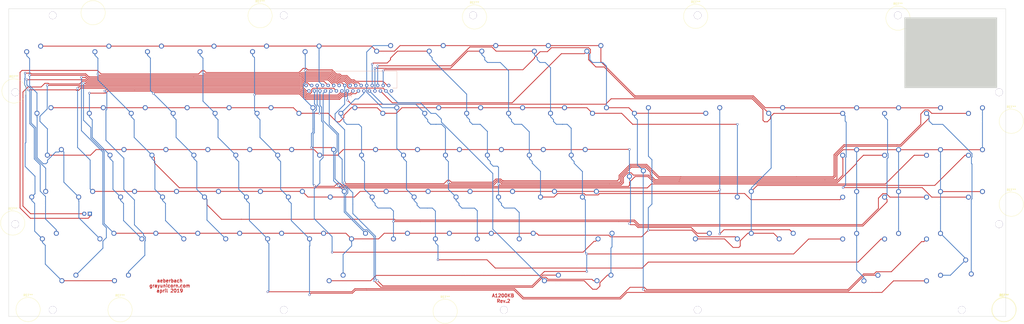
<source format=kicad_pcb>
(kicad_pcb (version 20171130) (host pcbnew "(5.1.0-0)")
  (title_block (title "A1200 Keyboard") (company "Adam Eberbach"))
  (layers (0 F.Cu signal) (31 B.Cu signal) (34 B.Paste user hide) (35 F.Paste user hide) (36 B.SilkS user hide) (37 F.SilkS user hide) (38 B.Mask user) (39 F.Mask user) (44 Edge.Cuts user))
  (net 0 "")
  (net 1 /7)
  (net 2 /15)
  (net 3 /17)
  (net 4 /18)
  (net 5 /19)
  (net 6 /20)
  (net 7 /21)
  (net 8 /23)
  (net 9 /25)
  (net 10 /26)
  (net 11 /27)
  (net 12 /28)
  (net 13 /29)
  (net 14 /30)
  (net 15 /6)
  (net 16 /5)
  (net 17 /16)
  (net 18 /22)
  (net 19 /8)
  (net 20 /1)
  (net 21 /10)
  (net 22 /2)
  (net 23 /11)
  (net 24 /3)
  (net 25 /12)
  (net 26 /4)
  (net 27 /13)
  (net 28 /14)
  (net 29 /31)
  (net 30 /9)
  (net 31 "Net-(J1-Pad32)")
  (net 32 /24)
  (net 33 "Net-(K46-Pad3)")
  (net 34 "Net-(K46-Pad4)")
  (module MX_Alps_Hybrid:MXOnly-1.25U-NoLED (layer F.Cu) (at 186.006 36.844)
    (fp_text reference K7)
    (fp_text value F6)
    (pad "" np_thru_hole circle (at 5.08 0 48.0996) (size 1.75 1.75) (drill 1.75) (layers *.Cu *.Mask))
    (pad "" np_thru_hole circle (at -5.08 0 48.0996) (size 1.75 1.75) (drill 1.75) (layers *.Cu *.Mask))
    (pad 1 thru_hole circle (at -3.81 -2.54) (size 2.25 2.25) (drill 1.47) (layers *.Cu B.Mask) (net 1 /7))
    (pad "" np_thru_hole circle (at -0.006 0.156) (size 3.9878 3.9878) (drill 3.9878) (layers *.Cu *.Mask))
    (pad 2 thru_hole circle (at 2.54 -5.08) (size 2.25 2.25) (drill 1.47) (layers *.Cu B.Mask) (net 8 /23))
  )
  (module MX_Alps_Hybrid:MXOnly-1U-NoLED (layer F.Cu) (at 203.024 103.198)
    (fp_text reference K60)
    (fp_text value K)
    (pad 2 thru_hole circle (at 2.54 -5.08) (size 2.25 2.25) (drill 1.47) (layers *.Cu B.Mask) (net 22 /2))
    (pad "" np_thru_hole circle (at 0 0) (size 3.9878 3.9878) (drill 3.9878) (layers *.Cu *.Mask))
    (pad 1 thru_hole circle (at -3.81 -2.54) (size 2.25 2.25) (drill 1.47) (layers *.Cu B.Mask) (net 8 /23))
    (pad "" np_thru_hole circle (at -5.08 0 48.0996) (size 1.75 1.75) (drill 1.75) (layers *.Cu *.Mask))
    (pad "" np_thru_hole circle (at 5.08 0 48.0996) (size 1.75 1.75) (drill 1.75) (layers *.Cu *.Mask))
  )
  (module MX_Alps_Hybrid:MXOnly-1.25U-NoLED (layer F.Cu) (at 153.494 37.07)
    (fp_text reference K6)
    (fp_text value F5)
    (pad 2 thru_hole circle (at 2.54 -5.08) (size 2.25 2.25) (drill 1.47) (layers *.Cu B.Mask) (net 1 /7))
    (pad "" np_thru_hole circle (at 0 -0.07) (size 3.9878 3.9878) (drill 3.9878) (layers *.Cu *.Mask))
    (pad 1 thru_hole circle (at -3.81 -2.54) (size 2.25 2.25) (drill 1.47) (layers *.Cu B.Mask) (net 7 /21))
    (pad "" np_thru_hole circle (at -5.08 0 48.0996) (size 1.75 1.75) (drill 1.75) (layers *.Cu *.Mask))
    (pad "" np_thru_hole circle (at 5.08 0 48.0996) (size 1.75 1.75) (drill 1.75) (layers *.Cu *.Mask))
  )
  (module Connector:Banana_Jack_1Pin (layer F.Cu) (at 213.3 152.68)
    (fp_text reference REF** (at 0 -6.5) (layer F.SilkS))
    (fp_text value Banana_Jack_1Pin)
    (pad 1 thru_hole circle (at 26.7 -0.68) (size 3.4 3.4) (drill 3.4) (layers *.Cu Dwgs.User))
  )
  (module Connector:Banana_Jack_1Pin (layer F.Cu) (at 129.21 18.18)
    (fp_text reference REF** (at 0 -6.5) (layer F.SilkS))
    (fp_text value Banana_Jack_1Pin)
    (pad 1 thru_hole circle (at 10.79 -0.18) (size 3.4 3.4) (drill 3.4) (layers *.Cu Dwgs.User))
  )
  (module Connector:Banana_Jack_1Pin (layer F.Cu) (at 53.36 16.79)
    (fp_text reference REF** (at 0 -6.5) (layer F.SilkS))
    (fp_text value Banana_Jack_1Pin)
    (pad 1 thru_hole circle (at -18.36 1.21) (size 3.4 3.4) (drill 3.4) (layers *.Cu Dwgs.User))
  )
  (module Connector:Banana_Jack_1Pin (layer F.Cu) (at 419.04 19.29)
    (fp_text reference REF** (at 0 -6.5) (layer F.SilkS))
    (fp_text value Banana_Jack_1Pin)
    (pad 1 thru_hole circle (at -0.04 -1.29) (size 3.4 3.4) (drill 3.4) (layers *.Cu Dwgs.User))
  )
  (module Connector:Banana_Jack_1Pin (layer F.Cu) (at 327.13 18.45)
    (fp_text reference REF** (at 0 -6.5) (layer F.SilkS))
    (fp_text value Banana_Jack_1Pin)
    (pad 1 thru_hole circle (at 0.87 -0.45) (size 3.4 3.4) (drill 3.4) (layers *.Cu Dwgs.User))
  )
  (module Connector:Banana_Jack_1Pin (layer F.Cu) (at 226.65 18.73)
    (fp_text reference REF** (at 0 -6.5) (layer F.SilkS))
    (fp_text value Banana_Jack_1Pin)
    (pad 1 thru_hole circle (at -0.65 -0.73) (size 3.4 3.4) (drill 3.4) (layers *.Cu Dwgs.User))
  )
  (module Connector:Banana_Jack_1Pin (layer F.Cu) (at 470.53 103.94)
    (fp_text reference REF** (at 0 -6.5) (layer F.SilkS))
    (fp_text value Banana_Jack_1Pin)
    (pad 1 thru_hole circle (at -5.53 9.06) (size 3.4 3.4) (drill 3.4) (layers *.Cu Dwgs.User))
  )
  (module Connector:Banana_Jack_1Pin (layer F.Cu) (at 470.53 66.21)
    (fp_text reference REF** (at 0 -6.5) (layer F.SilkS))
    (fp_text value Banana_Jack_1Pin)
    (pad 1 thru_hole circle (at -5.53 -13.21) (size 3.4 3.4) (drill 3.4) (layers *.Cu Dwgs.User))
  )
  (module Connector:Banana_Jack_1Pin (layer F.Cu) (at 467.28 151.77)
    (fp_text reference REF** (at 0 -6.5) (layer F.SilkS))
    (fp_text value Banana_Jack_1Pin)
    (pad 1 thru_hole circle (at -19.28 0.23) (size 3.4 3.4) (drill 3.4) (layers *.Cu Dwgs.User))
  )
  (module Connector:Banana_Jack_1Pin (layer F.Cu) (at 467.14 152.04)
    (fp_text reference REF** (at 0 -6.5) (layer F.SilkS))
    (fp_text value Banana_Jack_1Pin)
    (pad 1 thru_hole circle (at -139.14 -0.04) (size 3.4 3.4) (drill 3.4) (layers *.Cu Dwgs.User))
  )
  (module Connector:Banana_Jack_1Pin (layer F.Cu) (at 65.6 152.01)
    (fp_text reference REF** (at 0 -6.5) (layer F.SilkS))
    (fp_text value Banana_Jack_1Pin)
    (pad 1 thru_hole circle (at 74.4 -0.01) (size 3.4 3.4) (drill 3.4) (layers *.Cu Dwgs.User))
  )
  (module Connector:Banana_Jack_1Pin (layer F.Cu) (at 23.83 151.86)
    (fp_text reference REF** (at 0 -6.5) (layer F.SilkS))
    (fp_text value Banana_Jack_1Pin)
    (pad 1 thru_hole circle (at 11.17 0.14) (size 3.4 3.4) (drill 3.4) (layers *.Cu Dwgs.User))
  )
  (module Connector:Banana_Jack_1Pin (layer F.Cu) (at 16.84 112.51)
    (fp_text reference REF** (at 0 -6.5) (layer F.SilkS))
    (fp_text value Banana_Jack_1Pin)
    (pad 1 thru_hole circle (at 1.16 0.49) (size 3.4 3.4) (drill 3.4) (layers *.Cu Dwgs.User))
  )
  (module Connector:Banana_Jack_1Pin (layer F.Cu) (at 17.42 52.39)
    (fp_text reference REF** (at 0 -6.5) (layer F.SilkS))
    (fp_text value Banana_Jack_1Pin)
    (pad 1 thru_hole circle (at 0.58 0.61) (size 3.4 3.4) (drill 3.4) (layers *.Cu Dwgs.User))
  )
  (module MX_Alps_Hybrid:MX-9U (layer F.Cu) (at 164.38 141.31)
    (fp_text reference REF** hide)
    (fp_text value ALT-9U)
    (pad "" np_thru_hole circle (at 66.675 8.255) (size 3.9878 3.9878) (drill 3.9878) (layers *.Cu *.Mask))
    (pad "" np_thru_hole circle (at -66.675 8.255) (size 3.9878 3.9878) (drill 3.9878) (layers *.Cu *.Mask))
    (pad "" np_thru_hole circle (at 66.675 -6.985) (size 3.048 3.048) (drill 3.048) (layers *.Cu *.Mask))
    (pad "" np_thru_hole circle (at -66.675 -6.985) (size 3.048 3.048) (drill 3.048) (layers *.Cu *.Mask))
    (pad "" np_thru_hole circle (at 5.08 0 48.0996) (size 1.75 1.75) (drill 1.75) (layers *.Cu *.Mask))
    (pad "" np_thru_hole circle (at -5.08 0 48.0996) (size 1.75 1.75) (drill 1.75) (layers *.Cu *.Mask))
    (pad "" np_thru_hole circle (at 0 0) (size 3.9878 3.9878) (drill 3.9878) (layers *.Cu *.Mask))
    (pad 1 smd oval (at -3.81 -2.54 48) (size 4.211556 2.25) (drill (offset 0.980778 0)) (layers F.Paste F.Mask))
    (pad 2 smd oval (at 2.5 -4.5 86) (size 2.831378 2.25) (drill (offset 0.290689 0)) (layers F.Paste F.Mask))
  )
  (module MX_Alps_Hybrid:MXOnly-ISO (layer F.Cu) (at 300.814 93.8)
    (fp_text reference K46)
    (fp_text value RETURN)
    (pad "" np_thru_hole circle (at 8.255 -11.938) (size 3.9878 3.9878) (drill 3.9878) (layers *.Cu *.Mask))
    (pad "" np_thru_hole circle (at 8.255 11.938) (size 3.9878 3.9878) (drill 3.9878) (layers *.Cu *.Mask))
    (pad "" np_thru_hole circle (at -6.985 -11.938) (size 3.048 3.048) (drill 3.048) (layers *.Cu *.Mask))
    (pad "" np_thru_hole circle (at -6.985 11.938) (size 3.048 3.048) (drill 3.048) (layers *.Cu *.Mask))
    (pad "" np_thru_hole circle (at 5.08 0 48.0996) (size 1.75 1.75) (drill 1.75) (layers *.Cu *.Mask))
    (pad "" np_thru_hole circle (at -5.08 0 48.0996) (size 1.75 1.75) (drill 1.75) (layers *.Cu *.Mask))
    (pad 1 thru_hole circle (at -3.81 -2.54) (size 2.25 2.25) (drill 1.47) (layers *.Cu B.Mask) (net 20 /1))
    (pad "" np_thru_hole circle (at 0 0) (size 3.9878 3.9878) (drill 3.9878) (layers *.Cu *.Mask))
    (pad 2 thru_hole circle (at 2.54 -5.08) (size 2.25 2.25) (drill 1.47) (layers *.Cu B.Mask) (net 12 /28))
  )
  (module MX_Alps_Hybrid:MXOnly-1U-NoLED (layer F.Cu) (at 397.726 84.202)
    (fp_text reference K47)
    (fp_text value NUM_7)
    (pad 2 thru_hole circle (at 2.54 -5.08) (size 2.25 2.25) (drill 1.47) (layers *.Cu B.Mask) (net 26 /4))
    (pad "" np_thru_hole circle (at 0 0) (size 3.9878 3.9878) (drill 3.9878) (layers *.Cu *.Mask))
    (pad 1 thru_hole circle (at -3.81 -2.54) (size 2.25 2.25) (drill 1.47) (layers *.Cu B.Mask) (net 9 /25))
    (pad "" np_thru_hole circle (at -5.08 0 48.0996) (size 1.75 1.75) (drill 1.75) (layers *.Cu *.Mask))
    (pad "" np_thru_hole circle (at 5.08 0 48.0996) (size 1.75 1.75) (drill 1.75) (layers *.Cu *.Mask))
  )
  (module MX_Alps_Hybrid:MXOnly-1U-NoLED (layer F.Cu) (at 416.776 122.302)
    (fp_text reference K87)
    (fp_text value NUM_2)
    (pad 2 thru_hole circle (at 2.54 -5.08) (size 2.25 2.25) (drill 1.47) (layers *.Cu B.Mask) (net 26 /4))
    (pad "" np_thru_hole circle (at 0 0) (size 3.9878 3.9878) (drill 3.9878) (layers *.Cu *.Mask))
    (pad 1 thru_hole circle (at -3.81 -2.54) (size 2.25 2.25) (drill 1.47) (layers *.Cu B.Mask) (net 8 /23))
    (pad "" np_thru_hole circle (at -5.08 0 48.0996) (size 1.75 1.75) (drill 1.75) (layers *.Cu *.Mask))
    (pad "" np_thru_hole circle (at 5.08 0 48.0996) (size 1.75 1.75) (drill 1.75) (layers *.Cu *.Mask))
  )
  (module MX_Alps_Hybrid:MXOnly-1U-NoLED (layer F.Cu) (at 150.7 65.098)
    (fp_text reference K18)
    (fp_text value 6)
    (pad 2 thru_hole circle (at 2.54 -5.08) (size 2.25 2.25) (drill 1.47) (layers *.Cu B.Mask) (net 7 /21))
    (pad "" np_thru_hole circle (at 0 0) (size 3.9878 3.9878) (drill 3.9878) (layers *.Cu *.Mask))
    (pad 1 thru_hole circle (at -3.81 -2.54) (size 2.25 2.25) (drill 1.47) (layers *.Cu B.Mask) (net 16 /5))
    (pad "" np_thru_hole circle (at -5.08 0 48.0996) (size 1.75 1.75) (drill 1.75) (layers *.Cu *.Mask))
    (pad "" np_thru_hole circle (at 5.08 0 48.0996) (size 1.75 1.75) (drill 1.75) (layers *.Cu *.Mask))
  )
  (module MX_Alps_Hybrid:MXOnly-1U-NoLED (layer F.Cu) (at 27.002 37.098)
    (fp_text reference K1)
    (fp_text value ESC)
    (pad 2 thru_hole circle (at 2.54 -5.08) (size 2.25 2.25) (drill 1.47) (layers *.Cu B.Mask) (net 1 /7))
    (pad "" np_thru_hole circle (at 0 0) (size 3.9878 3.9878) (drill 3.9878) (layers *.Cu *.Mask))
    (pad 1 thru_hole circle (at -3.81 -2.54) (size 2.25 2.25) (drill 1.47) (layers *.Cu B.Mask) (net 2 /15))
    (pad "" np_thru_hole circle (at -5.08 0 48.0996) (size 1.75 1.75) (drill 1.75) (layers *.Cu *.Mask))
    (pad "" np_thru_hole circle (at 5.08 0 48.0996) (size 1.75 1.75) (drill 1.75) (layers *.Cu *.Mask))
  )
  (module MX_Alps_Hybrid:MXOnly-1U-NoLED (layer F.Cu) (at 55.45 65.098)
    (fp_text reference K13)
    (fp_text value 1)
    (pad 2 thru_hole circle (at 2.54 -5.08) (size 2.25 2.25) (drill 1.47) (layers *.Cu B.Mask) (net 16 /5))
    (pad "" np_thru_hole circle (at 0 0) (size 3.9878 3.9878) (drill 3.9878) (layers *.Cu *.Mask))
    (pad 1 thru_hole circle (at -3.81 -2.54) (size 2.25 2.25) (drill 1.47) (layers *.Cu B.Mask) (net 17 /16))
    (pad "" np_thru_hole circle (at -5.08 0 48.0996) (size 1.75 1.75) (drill 1.75) (layers *.Cu *.Mask))
    (pad "" np_thru_hole circle (at 5.08 0 48.0996) (size 1.75 1.75) (drill 1.75) (layers *.Cu *.Mask))
  )
  (module MX_Alps_Hybrid:MXOnly-1U-NoLED (layer F.Cu) (at 74.5 65.098)
    (fp_text reference K14)
    (fp_text value 2)
    (pad 2 thru_hole circle (at 2.54 -5.08) (size 2.25 2.25) (drill 1.47) (layers *.Cu B.Mask) (net 16 /5))
    (pad "" np_thru_hole circle (at 0 0) (size 3.9878 3.9878) (drill 3.9878) (layers *.Cu *.Mask))
    (pad 1 thru_hole circle (at -3.81 -2.54) (size 2.25 2.25) (drill 1.47) (layers *.Cu B.Mask) (net 3 /17))
    (pad "" np_thru_hole circle (at -5.08 0 48.0996) (size 1.75 1.75) (drill 1.75) (layers *.Cu *.Mask))
    (pad "" np_thru_hole circle (at 5.08 0 48.0996) (size 1.75 1.75) (drill 1.75) (layers *.Cu *.Mask))
  )
  (module MX_Alps_Hybrid:MXOnly-1U-NoLED (layer F.Cu) (at 93.55 65.098)
    (fp_text reference K15)
    (fp_text value 3)
    (pad 2 thru_hole circle (at 2.54 -5.08) (size 2.25 2.25) (drill 1.47) (layers *.Cu B.Mask) (net 16 /5))
    (pad "" np_thru_hole circle (at 0 0) (size 3.9878 3.9878) (drill 3.9878) (layers *.Cu *.Mask))
    (pad 1 thru_hole circle (at -3.81 -2.54) (size 2.25 2.25) (drill 1.47) (layers *.Cu B.Mask) (net 4 /18))
    (pad "" np_thru_hole circle (at -5.08 0 48.0996) (size 1.75 1.75) (drill 1.75) (layers *.Cu *.Mask))
    (pad "" np_thru_hole circle (at 5.08 0 48.0996) (size 1.75 1.75) (drill 1.75) (layers *.Cu *.Mask))
  )
  (module MX_Alps_Hybrid:MXOnly-1U-NoLED (layer F.Cu) (at 112.6 65.098)
    (fp_text reference K16)
    (fp_text value 4)
    (pad 2 thru_hole circle (at 2.54 -5.08) (size 2.25 2.25) (drill 1.47) (layers *.Cu B.Mask) (net 16 /5))
    (pad "" np_thru_hole circle (at 0 0) (size 3.9878 3.9878) (drill 3.9878) (layers *.Cu *.Mask))
    (pad 1 thru_hole circle (at -3.81 -2.54) (size 2.25 2.25) (drill 1.47) (layers *.Cu B.Mask) (net 5 /19))
    (pad "" np_thru_hole circle (at -5.08 0 48.0996) (size 1.75 1.75) (drill 1.75) (layers *.Cu *.Mask))
    (pad "" np_thru_hole circle (at 5.08 0 48.0996) (size 1.75 1.75) (drill 1.75) (layers *.Cu *.Mask))
  )
  (module MX_Alps_Hybrid:MXOnly-1U-NoLED (layer F.Cu) (at 131.65 65.098)
    (fp_text reference K17)
    (fp_text value 5)
    (pad 2 thru_hole circle (at 2.54 -5.08) (size 2.25 2.25) (drill 1.47) (layers *.Cu B.Mask) (net 16 /5))
    (pad "" np_thru_hole circle (at 0 0) (size 3.9878 3.9878) (drill 3.9878) (layers *.Cu *.Mask))
    (pad 1 thru_hole circle (at -3.81 -2.54) (size 2.25 2.25) (drill 1.47) (layers *.Cu B.Mask) (net 6 /20))
    (pad "" np_thru_hole circle (at -5.08 0 48.0996) (size 1.75 1.75) (drill 1.75) (layers *.Cu *.Mask))
    (pad "" np_thru_hole circle (at 5.08 0 48.0996) (size 1.75 1.75) (drill 1.75) (layers *.Cu *.Mask))
  )
  (module MX_Alps_Hybrid:MXOnly-1U-NoLED (layer F.Cu) (at 169.75 65.098)
    (fp_text reference K19)
    (fp_text value 7)
    (pad 2 thru_hole circle (at 2.54 -5.08) (size 2.25 2.25) (drill 1.47) (layers *.Cu B.Mask) (net 16 /5))
    (pad "" np_thru_hole circle (at 0 0) (size 3.9878 3.9878) (drill 3.9878) (layers *.Cu *.Mask))
    (pad 1 thru_hole circle (at -3.81 -2.54) (size 2.25 2.25) (drill 1.47) (layers *.Cu B.Mask) (net 18 /22))
    (pad "" np_thru_hole circle (at -5.08 0 48.0996) (size 1.75 1.75) (drill 1.75) (layers *.Cu *.Mask))
    (pad "" np_thru_hole circle (at 5.08 0 48.0996) (size 1.75 1.75) (drill 1.75) (layers *.Cu *.Mask))
  )
  (module MX_Alps_Hybrid:MXOnly-1U-NoLED (layer F.Cu) (at 188.8 65.098)
    (fp_text reference K20)
    (fp_text value 8)
    (pad 2 thru_hole circle (at 2.54 -5.08) (size 2.25 2.25) (drill 1.47) (layers *.Cu B.Mask) (net 8 /23))
    (pad "" np_thru_hole circle (at 0 0) (size 3.9878 3.9878) (drill 3.9878) (layers *.Cu *.Mask))
    (pad 1 thru_hole circle (at -3.81 -2.54) (size 2.25 2.25) (drill 1.47) (layers *.Cu B.Mask) (net 16 /5))
    (pad "" np_thru_hole circle (at -5.08 0 48.0996) (size 1.75 1.75) (drill 1.75) (layers *.Cu *.Mask))
    (pad "" np_thru_hole circle (at 5.08 0 48.0996) (size 1.75 1.75) (drill 1.75) (layers *.Cu *.Mask))
  )
  (module MX_Alps_Hybrid:MXOnly-1U-NoLED (layer F.Cu) (at 207.85 65.098)
    (fp_text reference K21)
    (fp_text value 9)
    (pad 2 thru_hole circle (at 2.54 -5.08) (size 2.25 2.25) (drill 1.47) (layers *.Cu B.Mask) (net 16 /5))
    (pad "" np_thru_hole circle (at 0 0) (size 3.9878 3.9878) (drill 3.9878) (layers *.Cu *.Mask))
    (pad 1 thru_hole circle (at -3.81 -2.54) (size 2.25 2.25) (drill 1.47) (layers *.Cu B.Mask) (net 32 /24))
    (pad "" np_thru_hole circle (at -5.08 0 48.0996) (size 1.75 1.75) (drill 1.75) (layers *.Cu *.Mask))
    (pad "" np_thru_hole circle (at 5.08 0 48.0996) (size 1.75 1.75) (drill 1.75) (layers *.Cu *.Mask))
  )
  (module MX_Alps_Hybrid:MXOnly-1U-NoLED (layer F.Cu) (at 226.9 65.098)
    (fp_text reference K22)
    (fp_text value 0)
    (pad 2 thru_hole circle (at 2.54 -5.08) (size 2.25 2.25) (drill 1.47) (layers *.Cu B.Mask) (net 16 /5))
    (pad "" np_thru_hole circle (at 0 0) (size 3.9878 3.9878) (drill 3.9878) (layers *.Cu *.Mask))
    (pad 1 thru_hole circle (at -3.81 -2.54) (size 2.25 2.25) (drill 1.47) (layers *.Cu B.Mask) (net 9 /25))
    (pad "" np_thru_hole circle (at -5.08 0 48.0996) (size 1.75 1.75) (drill 1.75) (layers *.Cu *.Mask))
    (pad "" np_thru_hole circle (at 5.08 0 48.0996) (size 1.75 1.75) (drill 1.75) (layers *.Cu *.Mask))
  )
  (module MX_Alps_Hybrid:MXOnly-1U-NoLED (layer F.Cu) (at 245.95 65.098)
    (fp_text reference K23)
    (fp_text value MINUS)
    (pad 2 thru_hole circle (at 2.54 -5.08) (size 2.25 2.25) (drill 1.47) (layers *.Cu B.Mask) (net 16 /5))
    (pad "" np_thru_hole circle (at 0 0) (size 3.9878 3.9878) (drill 3.9878) (layers *.Cu *.Mask))
    (pad 1 thru_hole circle (at -3.81 -2.54) (size 2.25 2.25) (drill 1.47) (layers *.Cu B.Mask) (net 10 /26))
    (pad "" np_thru_hole circle (at -5.08 0 48.0996) (size 1.75 1.75) (drill 1.75) (layers *.Cu *.Mask))
    (pad "" np_thru_hole circle (at 5.08 0 48.0996) (size 1.75 1.75) (drill 1.75) (layers *.Cu *.Mask))
  )
  (module MX_Alps_Hybrid:MXOnly-1U-NoLED (layer F.Cu) (at 265 65.098)
    (fp_text reference K24)
    (fp_text value PLUS)
    (pad 2 thru_hole circle (at 2.54 -5.08) (size 2.25 2.25) (drill 1.47) (layers *.Cu B.Mask) (net 16 /5))
    (pad "" np_thru_hole circle (at 0 0) (size 3.9878 3.9878) (drill 3.9878) (layers *.Cu *.Mask))
    (pad 1 thru_hole circle (at -3.81 -2.54) (size 2.25 2.25) (drill 1.47) (layers *.Cu B.Mask) (net 11 /27))
    (pad "" np_thru_hole circle (at -5.08 0 48.0996) (size 1.75 1.75) (drill 1.75) (layers *.Cu *.Mask))
    (pad "" np_thru_hole circle (at 5.08 0 48.0996) (size 1.75 1.75) (drill 1.75) (layers *.Cu *.Mask))
  )
  (module MX_Alps_Hybrid:MXOnly-1U-NoLED (layer F.Cu) (at 284.05 65.098)
    (fp_text reference K25)
    (fp_text value PIPE)
    (pad 2 thru_hole circle (at 2.54 -5.08) (size 2.25 2.25) (drill 1.47) (layers *.Cu B.Mask) (net 12 /28))
    (pad "" np_thru_hole circle (at 0 0) (size 3.9878 3.9878) (drill 3.9878) (layers *.Cu *.Mask))
    (pad 1 thru_hole circle (at -3.81 -2.54) (size 2.25 2.25) (drill 1.47) (layers *.Cu B.Mask) (net 16 /5))
    (pad "" np_thru_hole circle (at -5.08 0 48.0996) (size 1.75 1.75) (drill 1.75) (layers *.Cu *.Mask))
    (pad "" np_thru_hole circle (at 5.08 0 48.0996) (size 1.75 1.75) (drill 1.75) (layers *.Cu *.Mask))
  )
  (module MX_Alps_Hybrid:MXOnly-1U-NoLED (layer F.Cu) (at 303.1 65.098)
    (fp_text reference K26)
    (fp_text value BS)
    (pad 2 thru_hole circle (at 2.54 -5.08) (size 2.25 2.25) (drill 1.47) (layers *.Cu B.Mask) (net 24 /3))
    (pad "" np_thru_hole circle (at 0 0) (size 3.9878 3.9878) (drill 3.9878) (layers *.Cu *.Mask))
    (pad 1 thru_hole circle (at -3.81 -2.54) (size 2.25 2.25) (drill 1.47) (layers *.Cu B.Mask) (net 12 /28))
    (pad "" np_thru_hole circle (at -5.08 0 48.0996) (size 1.75 1.75) (drill 1.75) (layers *.Cu *.Mask))
    (pad "" np_thru_hole circle (at 5.08 0 48.0996) (size 1.75 1.75) (drill 1.75) (layers *.Cu *.Mask))
  )
  (module MX_Alps_Hybrid:MXOnly-1U-NoLED (layer F.Cu) (at 397.726 65.152)
    (fp_text reference K29)
    (fp_text value "NUM_(")
    (pad 2 thru_hole circle (at 2.54 -5.08) (size 2.25 2.25) (drill 1.47) (layers *.Cu B.Mask) (net 1 /7))
    (pad "" np_thru_hole circle (at 0 0) (size 3.9878 3.9878) (drill 3.9878) (layers *.Cu *.Mask))
    (pad 1 thru_hole circle (at -3.81 -2.54) (size 2.25 2.25) (drill 1.47) (layers *.Cu B.Mask) (net 17 /16))
    (pad "" np_thru_hole circle (at -5.08 0 48.0996) (size 1.75 1.75) (drill 1.75) (layers *.Cu *.Mask))
    (pad "" np_thru_hole circle (at 5.08 0 48.0996) (size 1.75 1.75) (drill 1.75) (layers *.Cu *.Mask))
  )
  (module MX_Alps_Hybrid:MXOnly-1U-NoLED (layer F.Cu) (at 416.776 65.152)
    (fp_text reference K30)
    (fp_text value "NUM_)")
    (pad 2 thru_hole circle (at 2.54 -5.08) (size 2.25 2.25) (drill 1.47) (layers *.Cu B.Mask) (net 1 /7))
    (pad "" np_thru_hole circle (at 0 0) (size 3.9878 3.9878) (drill 3.9878) (layers *.Cu *.Mask))
    (pad 1 thru_hole circle (at -3.81 -2.54) (size 2.25 2.25) (drill 1.47) (layers *.Cu B.Mask) (net 18 /22))
    (pad "" np_thru_hole circle (at -5.08 0 48.0996) (size 1.75 1.75) (drill 1.75) (layers *.Cu *.Mask))
    (pad "" np_thru_hole circle (at 5.08 0 48.0996) (size 1.75 1.75) (drill 1.75) (layers *.Cu *.Mask))
  )
  (module MX_Alps_Hybrid:MXOnly-1U-NoLED (layer F.Cu) (at 435.826 65.152)
    (fp_text reference K31)
    (fp_text value NUM_DIV)
    (pad 2 thru_hole circle (at 2.54 -5.08) (size 2.25 2.25) (drill 1.47) (layers *.Cu B.Mask) (net 1 /7))
    (pad "" np_thru_hole circle (at 0 0) (size 3.9878 3.9878) (drill 3.9878) (layers *.Cu *.Mask))
    (pad 1 thru_hole circle (at -3.81 -2.54) (size 2.25 2.25) (drill 1.47) (layers *.Cu B.Mask) (net 32 /24))
    (pad "" np_thru_hole circle (at -5.08 0 48.0996) (size 1.75 1.75) (drill 1.75) (layers *.Cu *.Mask))
    (pad "" np_thru_hole circle (at 5.08 0 48.0996) (size 1.75 1.75) (drill 1.75) (layers *.Cu *.Mask))
  )
  (module MX_Alps_Hybrid:MXOnly-1U-NoLED (layer F.Cu) (at 454.876 65.152)
    (fp_text reference K32)
    (fp_text value NUM_MULT)
    (pad 2 thru_hole circle (at 2.54 -5.08) (size 2.25 2.25) (drill 1.47) (layers *.Cu B.Mask) (net 26 /4))
    (pad "" np_thru_hole circle (at 0 0) (size 3.9878 3.9878) (drill 3.9878) (layers *.Cu *.Mask))
    (pad 1 thru_hole circle (at -3.81 -2.54) (size 2.25 2.25) (drill 1.47) (layers *.Cu B.Mask) (net 2 /15))
    (pad "" np_thru_hole circle (at -5.08 0 48.0996) (size 1.75 1.75) (drill 1.75) (layers *.Cu *.Mask))
    (pad "" np_thru_hole circle (at 5.08 0 48.0996) (size 1.75 1.75) (drill 1.75) (layers *.Cu *.Mask))
  )
  (module MX_Alps_Hybrid:MXOnly-1U-NoLED (layer F.Cu) (at 64.848 84.148)
    (fp_text reference K34)
    (fp_text value Q)
    (pad 2 thru_hole circle (at 2.54 -5.08) (size 2.25 2.25) (drill 1.47) (layers *.Cu B.Mask) (net 20 /1))
    (pad "" np_thru_hole circle (at 0 0) (size 3.9878 3.9878) (drill 3.9878) (layers *.Cu *.Mask))
    (pad 1 thru_hole circle (at -3.81 -2.54) (size 2.25 2.25) (drill 1.47) (layers *.Cu B.Mask) (net 17 /16))
    (pad "" np_thru_hole circle (at -5.08 0 48.0996) (size 1.75 1.75) (drill 1.75) (layers *.Cu *.Mask))
    (pad "" np_thru_hole circle (at 5.08 0 48.0996) (size 1.75 1.75) (drill 1.75) (layers *.Cu *.Mask))
  )
  (module MX_Alps_Hybrid:MXOnly-1U-NoLED (layer F.Cu) (at 83.898 84.148)
    (fp_text reference K35)
    (fp_text value W)
    (pad 2 thru_hole circle (at 2.54 -5.08) (size 2.25 2.25) (drill 1.47) (layers *.Cu B.Mask) (net 20 /1))
    (pad "" np_thru_hole circle (at 0 0) (size 3.9878 3.9878) (drill 3.9878) (layers *.Cu *.Mask))
    (pad 1 thru_hole circle (at -3.81 -2.54) (size 2.25 2.25) (drill 1.47) (layers *.Cu B.Mask) (net 3 /17))
    (pad "" np_thru_hole circle (at -5.08 0 48.0996) (size 1.75 1.75) (drill 1.75) (layers *.Cu *.Mask))
    (pad "" np_thru_hole circle (at 5.08 0 48.0996) (size 1.75 1.75) (drill 1.75) (layers *.Cu *.Mask))
  )
  (module MX_Alps_Hybrid:MXOnly-1U-NoLED (layer F.Cu) (at 102.948 84.148)
    (fp_text reference K36)
    (fp_text value E)
    (pad 2 thru_hole circle (at 2.54 -5.08) (size 2.25 2.25) (drill 1.47) (layers *.Cu B.Mask) (net 20 /1))
    (pad "" np_thru_hole circle (at 0 0) (size 3.9878 3.9878) (drill 3.9878) (layers *.Cu *.Mask))
    (pad 1 thru_hole circle (at -3.81 -2.54) (size 2.25 2.25) (drill 1.47) (layers *.Cu B.Mask) (net 4 /18))
    (pad "" np_thru_hole circle (at -5.08 0 48.0996) (size 1.75 1.75) (drill 1.75) (layers *.Cu *.Mask))
    (pad "" np_thru_hole circle (at 5.08 0 48.0996) (size 1.75 1.75) (drill 1.75) (layers *.Cu *.Mask))
  )
  (module MX_Alps_Hybrid:MXOnly-1U-NoLED (layer F.Cu) (at 121.998 84.148)
    (fp_text reference K37)
    (fp_text value R)
    (pad 2 thru_hole circle (at 2.54 -5.08) (size 2.25 2.25) (drill 1.47) (layers *.Cu B.Mask) (net 20 /1))
    (pad "" np_thru_hole circle (at 0 0) (size 3.9878 3.9878) (drill 3.9878) (layers *.Cu *.Mask))
    (pad 1 thru_hole circle (at -3.81 -2.54) (size 2.25 2.25) (drill 1.47) (layers *.Cu B.Mask) (net 5 /19))
    (pad "" np_thru_hole circle (at -5.08 0 48.0996) (size 1.75 1.75) (drill 1.75) (layers *.Cu *.Mask))
    (pad "" np_thru_hole circle (at 5.08 0 48.0996) (size 1.75 1.75) (drill 1.75) (layers *.Cu *.Mask))
  )
  (module MX_Alps_Hybrid:MXOnly-1U-NoLED (layer F.Cu) (at 141.048 84.148)
    (fp_text reference K38)
    (fp_text value T)
    (pad 2 thru_hole circle (at 2.54 -5.08) (size 2.25 2.25) (drill 1.47) (layers *.Cu B.Mask) (net 20 /1))
    (pad "" np_thru_hole circle (at 0 0) (size 3.9878 3.9878) (drill 3.9878) (layers *.Cu *.Mask))
    (pad 1 thru_hole circle (at -3.81 -2.54) (size 2.25 2.25) (drill 1.47) (layers *.Cu B.Mask) (net 6 /20))
    (pad "" np_thru_hole circle (at -5.08 0 48.0996) (size 1.75 1.75) (drill 1.75) (layers *.Cu *.Mask))
    (pad "" np_thru_hole circle (at 5.08 0 48.0996) (size 1.75 1.75) (drill 1.75) (layers *.Cu *.Mask))
  )
  (module MX_Alps_Hybrid:MXOnly-1U-NoLED (layer F.Cu) (at 160.098 84.148)
    (fp_text reference K39)
    (fp_text value Y)
    (pad 2 thru_hole circle (at 2.54 -5.08) (size 2.25 2.25) (drill 1.47) (layers *.Cu B.Mask) (net 7 /21))
    (pad "" np_thru_hole circle (at 0 0) (size 3.9878 3.9878) (drill 3.9878) (layers *.Cu *.Mask))
    (pad 1 thru_hole circle (at -3.81 -2.54) (size 2.25 2.25) (drill 1.47) (layers *.Cu B.Mask) (net 20 /1))
    (pad "" np_thru_hole circle (at -5.08 0 48.0996) (size 1.75 1.75) (drill 1.75) (layers *.Cu *.Mask))
    (pad "" np_thru_hole circle (at 5.08 0 48.0996) (size 1.75 1.75) (drill 1.75) (layers *.Cu *.Mask))
  )
  (module MX_Alps_Hybrid:MXOnly-1U-NoLED (layer F.Cu) (at 179.148 84.148)
    (fp_text reference K40)
    (fp_text value U)
    (pad 2 thru_hole circle (at 2.54 -5.08) (size 2.25 2.25) (drill 1.47) (layers *.Cu B.Mask) (net 20 /1))
    (pad "" np_thru_hole circle (at 0 0) (size 3.9878 3.9878) (drill 3.9878) (layers *.Cu *.Mask))
    (pad 1 thru_hole circle (at -3.81 -2.54) (size 2.25 2.25) (drill 1.47) (layers *.Cu B.Mask) (net 18 /22))
    (pad "" np_thru_hole circle (at -5.08 0 48.0996) (size 1.75 1.75) (drill 1.75) (layers *.Cu *.Mask))
    (pad "" np_thru_hole circle (at 5.08 0 48.0996) (size 1.75 1.75) (drill 1.75) (layers *.Cu *.Mask))
  )
  (module MX_Alps_Hybrid:MXOnly-1U-NoLED (layer F.Cu) (at 198.198 84.148)
    (fp_text reference K41)
    (fp_text value I)
    (pad 2 thru_hole circle (at 2.54 -5.08) (size 2.25 2.25) (drill 1.47) (layers *.Cu B.Mask) (net 20 /1))
    (pad "" np_thru_hole circle (at 0 0) (size 3.9878 3.9878) (drill 3.9878) (layers *.Cu *.Mask))
    (pad 1 thru_hole circle (at -3.81 -2.54) (size 2.25 2.25) (drill 1.47) (layers *.Cu B.Mask) (net 8 /23))
    (pad "" np_thru_hole circle (at -5.08 0 48.0996) (size 1.75 1.75) (drill 1.75) (layers *.Cu *.Mask))
    (pad "" np_thru_hole circle (at 5.08 0 48.0996) (size 1.75 1.75) (drill 1.75) (layers *.Cu *.Mask))
  )
  (module MX_Alps_Hybrid:MXOnly-1U-NoLED (layer F.Cu) (at 217.248 84.148)
    (fp_text reference K42)
    (fp_text value O)
    (pad 2 thru_hole circle (at 2.54 -5.08) (size 2.25 2.25) (drill 1.47) (layers *.Cu B.Mask) (net 20 /1))
    (pad "" np_thru_hole circle (at 0 0) (size 3.9878 3.9878) (drill 3.9878) (layers *.Cu *.Mask))
    (pad 1 thru_hole circle (at -3.81 -2.54) (size 2.25 2.25) (drill 1.47) (layers *.Cu B.Mask) (net 32 /24))
    (pad "" np_thru_hole circle (at -5.08 0 48.0996) (size 1.75 1.75) (drill 1.75) (layers *.Cu *.Mask))
    (pad "" np_thru_hole circle (at 5.08 0 48.0996) (size 1.75 1.75) (drill 1.75) (layers *.Cu *.Mask))
  )
  (module MX_Alps_Hybrid:MXOnly-1U-NoLED (layer F.Cu) (at 236.298 84.148)
    (fp_text reference K43)
    (fp_text value P)
    (pad 2 thru_hole circle (at 2.54 -5.08) (size 2.25 2.25) (drill 1.47) (layers *.Cu B.Mask) (net 20 /1))
    (pad "" np_thru_hole circle (at 0 0) (size 3.9878 3.9878) (drill 3.9878) (layers *.Cu *.Mask))
    (pad 1 thru_hole circle (at -3.81 -2.54) (size 2.25 2.25) (drill 1.47) (layers *.Cu B.Mask) (net 9 /25))
    (pad "" np_thru_hole circle (at -5.08 0 48.0996) (size 1.75 1.75) (drill 1.75) (layers *.Cu *.Mask))
    (pad "" np_thru_hole circle (at 5.08 0 48.0996) (size 1.75 1.75) (drill 1.75) (layers *.Cu *.Mask))
  )
  (module MX_Alps_Hybrid:MXOnly-1U-NoLED (layer F.Cu) (at 255.348 84.148)
    (fp_text reference K44)
    (fp_text value L.CURLY)
    (pad 2 thru_hole circle (at 2.54 -5.08) (size 2.25 2.25) (drill 1.47) (layers *.Cu B.Mask) (net 20 /1))
    (pad "" np_thru_hole circle (at 0 0) (size 3.9878 3.9878) (drill 3.9878) (layers *.Cu *.Mask))
    (pad 1 thru_hole circle (at -3.81 -2.54) (size 2.25 2.25) (drill 1.47) (layers *.Cu B.Mask) (net 10 /26))
    (pad "" np_thru_hole circle (at -5.08 0 48.0996) (size 1.75 1.75) (drill 1.75) (layers *.Cu *.Mask))
    (pad "" np_thru_hole circle (at 5.08 0 48.0996) (size 1.75 1.75) (drill 1.75) (layers *.Cu *.Mask))
  )
  (module MX_Alps_Hybrid:MXOnly-1U-NoLED (layer F.Cu) (at 274.398 84.148)
    (fp_text reference K45)
    (fp_text value R.CURLY)
    (pad 2 thru_hole circle (at 2.54 -5.08) (size 2.25 2.25) (drill 1.47) (layers *.Cu B.Mask) (net 20 /1))
    (pad "" np_thru_hole circle (at 0 0) (size 3.9878 3.9878) (drill 3.9878) (layers *.Cu *.Mask))
    (pad 1 thru_hole circle (at -3.81 -2.54) (size 2.25 2.25) (drill 1.47) (layers *.Cu B.Mask) (net 11 /27))
    (pad "" np_thru_hole circle (at -5.08 0 48.0996) (size 1.75 1.75) (drill 1.75) (layers *.Cu *.Mask))
    (pad "" np_thru_hole circle (at 5.08 0 48.0996) (size 1.75 1.75) (drill 1.75) (layers *.Cu *.Mask))
  )
  (module MX_Alps_Hybrid:MXOnly-1U-NoLED (layer F.Cu) (at 416.776 84.202)
    (fp_text reference K48)
    (fp_text value NUM_8)
    (pad 2 thru_hole circle (at 2.54 -5.08) (size 2.25 2.25) (drill 1.47) (layers *.Cu B.Mask) (net 26 /4))
    (pad "" np_thru_hole circle (at 0 0) (size 3.9878 3.9878) (drill 3.9878) (layers *.Cu *.Mask))
    (pad 1 thru_hole circle (at -3.81 -2.54) (size 2.25 2.25) (drill 1.47) (layers *.Cu B.Mask) (net 7 /21))
    (pad "" np_thru_hole circle (at -5.08 0 48.0996) (size 1.75 1.75) (drill 1.75) (layers *.Cu *.Mask))
    (pad "" np_thru_hole circle (at 5.08 0 48.0996) (size 1.75 1.75) (drill 1.75) (layers *.Cu *.Mask))
  )
  (module MX_Alps_Hybrid:MXOnly-1U-NoLED (layer F.Cu) (at 435.826 84.202)
    (fp_text reference K49)
    (fp_text value NUM_9)
    (pad 2 thru_hole circle (at 2.54 -5.08) (size 2.25 2.25) (drill 1.47) (layers *.Cu B.Mask) (net 26 /4))
    (pad "" np_thru_hole circle (at 0 0) (size 3.9878 3.9878) (drill 3.9878) (layers *.Cu *.Mask))
    (pad 1 thru_hole circle (at -3.81 -2.54) (size 2.25 2.25) (drill 1.47) (layers *.Cu B.Mask) (net 3 /17))
    (pad "" np_thru_hole circle (at -5.08 0 48.0996) (size 1.75 1.75) (drill 1.75) (layers *.Cu *.Mask))
    (pad "" np_thru_hole circle (at 5.08 0 48.0996) (size 1.75 1.75) (drill 1.75) (layers *.Cu *.Mask))
  )
  (module MX_Alps_Hybrid:MXOnly-1U-NoLED (layer F.Cu) (at 454.876 84.202)
    (fp_text reference K50)
    (fp_text value NUM_MINUS)
    (pad 2 thru_hole circle (at 2.54 -5.08) (size 2.25 2.25) (drill 1.47) (layers *.Cu B.Mask) (net 26 /4))
    (pad "" np_thru_hole circle (at 0 0) (size 3.9878 3.9878) (drill 3.9878) (layers *.Cu *.Mask))
    (pad 1 thru_hole circle (at -3.81 -2.54) (size 2.25 2.25) (drill 1.47) (layers *.Cu B.Mask) (net 13 /29))
    (pad "" np_thru_hole circle (at -5.08 0 48.0996) (size 1.75 1.75) (drill 1.75) (layers *.Cu *.Mask))
    (pad "" np_thru_hole circle (at 5.08 0 48.0996) (size 1.75 1.75) (drill 1.75) (layers *.Cu *.Mask))
  )
  (module MX_Alps_Hybrid:MXOnly-1U-NoLED (layer F.Cu) (at 69.674 103.198)
    (fp_text reference K53)
    (fp_text value A)
    (pad 2 thru_hole circle (at 2.54 -5.08) (size 2.25 2.25) (drill 1.47) (layers *.Cu B.Mask) (net 22 /2))
    (pad "" np_thru_hole circle (at 0 0) (size 3.9878 3.9878) (drill 3.9878) (layers *.Cu *.Mask))
    (pad 1 thru_hole circle (at -3.81 -2.54) (size 2.25 2.25) (drill 1.47) (layers *.Cu B.Mask) (net 17 /16))
    (pad "" np_thru_hole circle (at -5.08 0 48.0996) (size 1.75 1.75) (drill 1.75) (layers *.Cu *.Mask))
    (pad "" np_thru_hole circle (at 5.08 0 48.0996) (size 1.75 1.75) (drill 1.75) (layers *.Cu *.Mask))
  )
  (module MX_Alps_Hybrid:MXOnly-1U-NoLED (layer F.Cu) (at 88.724 103.198)
    (fp_text reference K54)
    (fp_text value S)
    (pad 2 thru_hole circle (at 2.54 -5.08) (size 2.25 2.25) (drill 1.47) (layers *.Cu B.Mask) (net 22 /2))
    (pad "" np_thru_hole circle (at 0 0) (size 3.9878 3.9878) (drill 3.9878) (layers *.Cu *.Mask))
    (pad 1 thru_hole circle (at -3.81 -2.54) (size 2.25 2.25) (drill 1.47) (layers *.Cu B.Mask) (net 3 /17))
    (pad "" np_thru_hole circle (at -5.08 0 48.0996) (size 1.75 1.75) (drill 1.75) (layers *.Cu *.Mask))
    (pad "" np_thru_hole circle (at 5.08 0 48.0996) (size 1.75 1.75) (drill 1.75) (layers *.Cu *.Mask))
  )
  (module MX_Alps_Hybrid:MXOnly-1U-NoLED (layer F.Cu) (at 107.774 103.198)
    (fp_text reference K55)
    (fp_text value D)
    (pad 2 thru_hole circle (at 2.54 -5.08) (size 2.25 2.25) (drill 1.47) (layers *.Cu B.Mask) (net 22 /2))
    (pad "" np_thru_hole circle (at 0 0) (size 3.9878 3.9878) (drill 3.9878) (layers *.Cu *.Mask))
    (pad 1 thru_hole circle (at -3.81 -2.54) (size 2.25 2.25) (drill 1.47) (layers *.Cu B.Mask) (net 4 /18))
    (pad "" np_thru_hole circle (at -5.08 0 48.0996) (size 1.75 1.75) (drill 1.75) (layers *.Cu *.Mask))
    (pad "" np_thru_hole circle (at 5.08 0 48.0996) (size 1.75 1.75) (drill 1.75) (layers *.Cu *.Mask))
  )
  (module MX_Alps_Hybrid:MXOnly-1U-NoLED (layer F.Cu) (at 126.824 103.198)
    (fp_text reference K56)
    (fp_text value F)
    (pad 2 thru_hole circle (at 2.54 -5.08) (size 2.25 2.25) (drill 1.47) (layers *.Cu B.Mask) (net 22 /2))
    (pad "" np_thru_hole circle (at 0 0) (size 3.9878 3.9878) (drill 3.9878) (layers *.Cu *.Mask))
    (pad 1 thru_hole circle (at -3.81 -2.54) (size 2.25 2.25) (drill 1.47) (layers *.Cu B.Mask) (net 5 /19))
    (pad "" np_thru_hole circle (at -5.08 0 48.0996) (size 1.75 1.75) (drill 1.75) (layers *.Cu *.Mask))
    (pad "" np_thru_hole circle (at 5.08 0 48.0996) (size 1.75 1.75) (drill 1.75) (layers *.Cu *.Mask))
  )
  (module MX_Alps_Hybrid:MXOnly-1U-NoLED (layer F.Cu) (at 145.874 103.198)
    (fp_text reference K57)
    (fp_text value G)
    (pad 2 thru_hole circle (at 2.54 -5.08) (size 2.25 2.25) (drill 1.47) (layers *.Cu B.Mask) (net 22 /2))
    (pad "" np_thru_hole circle (at 0 0) (size 3.9878 3.9878) (drill 3.9878) (layers *.Cu *.Mask))
    (pad 1 thru_hole circle (at -3.81 -2.54) (size 2.25 2.25) (drill 1.47) (layers *.Cu B.Mask) (net 6 /20))
    (pad "" np_thru_hole circle (at -5.08 0 48.0996) (size 1.75 1.75) (drill 1.75) (layers *.Cu *.Mask))
    (pad "" np_thru_hole circle (at 5.08 0 48.0996) (size 1.75 1.75) (drill 1.75) (layers *.Cu *.Mask))
  )
  (module MX_Alps_Hybrid:MXOnly-1U-NoLED (layer F.Cu) (at 164.924 103.198)
    (fp_text reference K58)
    (fp_text value H)
    (pad 2 thru_hole circle (at 2.54 -5.08) (size 2.25 2.25) (drill 1.47) (layers *.Cu B.Mask) (net 7 /21))
    (pad "" np_thru_hole circle (at 0 0) (size 3.9878 3.9878) (drill 3.9878) (layers *.Cu *.Mask))
    (pad 1 thru_hole circle (at -3.81 -2.54) (size 2.25 2.25) (drill 1.47) (layers *.Cu B.Mask) (net 22 /2))
    (pad "" np_thru_hole circle (at -5.08 0 48.0996) (size 1.75 1.75) (drill 1.75) (layers *.Cu *.Mask))
    (pad "" np_thru_hole circle (at 5.08 0 48.0996) (size 1.75 1.75) (drill 1.75) (layers *.Cu *.Mask))
  )
  (module MX_Alps_Hybrid:MXOnly-1U-NoLED (layer F.Cu) (at 183.974 103.198)
    (fp_text reference K59)
    (fp_text value J)
    (pad 2 thru_hole circle (at 2.54 -5.08) (size 2.25 2.25) (drill 1.47) (layers *.Cu B.Mask) (net 22 /2))
    (pad "" np_thru_hole circle (at 0 0) (size 3.9878 3.9878) (drill 3.9878) (layers *.Cu *.Mask))
    (pad 1 thru_hole circle (at -3.81 -2.54) (size 2.25 2.25) (drill 1.47) (layers *.Cu B.Mask) (net 18 /22))
    (pad "" np_thru_hole circle (at -5.08 0 48.0996) (size 1.75 1.75) (drill 1.75) (layers *.Cu *.Mask))
    (pad "" np_thru_hole circle (at 5.08 0 48.0996) (size 1.75 1.75) (drill 1.75) (layers *.Cu *.Mask))
  )
  (module MX_Alps_Hybrid:MXOnly-1U-NoLED (layer F.Cu) (at 222.074 103.198)
    (fp_text reference K61)
    (fp_text value L)
    (pad 2 thru_hole circle (at 2.54 -5.08) (size 2.25 2.25) (drill 1.47) (layers *.Cu B.Mask) (net 22 /2))
    (pad "" np_thru_hole circle (at 0 0) (size 3.9878 3.9878) (drill 3.9878) (layers *.Cu *.Mask))
    (pad 1 thru_hole circle (at -3.81 -2.54) (size 2.25 2.25) (drill 1.47) (layers *.Cu B.Mask) (net 32 /24))
    (pad "" np_thru_hole circle (at -5.08 0 48.0996) (size 1.75 1.75) (drill 1.75) (layers *.Cu *.Mask))
    (pad "" np_thru_hole circle (at 5.08 0 48.0996) (size 1.75 1.75) (drill 1.75) (layers *.Cu *.Mask))
  )
  (module MX_Alps_Hybrid:MXOnly-1U-NoLED (layer F.Cu) (at 241.378 103.198)
    (fp_text reference K62)
    (fp_text value COLON)
    (pad 2 thru_hole circle (at 2.54 -5.08) (size 2.25 2.25) (drill 1.47) (layers *.Cu B.Mask) (net 22 /2))
    (pad "" np_thru_hole circle (at 0 0) (size 3.9878 3.9878) (drill 3.9878) (layers *.Cu *.Mask))
    (pad 1 thru_hole circle (at -3.81 -2.54) (size 2.25 2.25) (drill 1.47) (layers *.Cu B.Mask) (net 9 /25))
    (pad "" np_thru_hole circle (at -5.08 0 48.0996) (size 1.75 1.75) (drill 1.75) (layers *.Cu *.Mask))
    (pad "" np_thru_hole circle (at 5.08 0 48.0996) (size 1.75 1.75) (drill 1.75) (layers *.Cu *.Mask))
  )
  (module MX_Alps_Hybrid:MXOnly-1U-NoLED (layer F.Cu) (at 260.428 103.198)
    (fp_text reference K63)
    (fp_text value "\"")
    (pad 2 thru_hole circle (at 2.54 -5.08) (size 2.25 2.25) (drill 1.47) (layers *.Cu B.Mask) (net 22 /2))
    (pad "" np_thru_hole circle (at 0 0) (size 3.9878 3.9878) (drill 3.9878) (layers *.Cu *.Mask))
    (pad 1 thru_hole circle (at -3.81 -2.54) (size 2.25 2.25) (drill 1.47) (layers *.Cu B.Mask) (net 10 /26))
    (pad "" np_thru_hole circle (at -5.08 0 48.0996) (size 1.75 1.75) (drill 1.75) (layers *.Cu *.Mask))
    (pad "" np_thru_hole circle (at 5.08 0 48.0996) (size 1.75 1.75) (drill 1.75) (layers *.Cu *.Mask))
  )
  (module MX_Alps_Hybrid:MXOnly-1U-NoLED (layer F.Cu) (at 279.478 103.198)
    (fp_text reference K64)
    (fp_text value R.BLANK)
    (pad 2 thru_hole circle (at 2.54 -5.08) (size 2.25 2.25) (drill 1.47) (layers *.Cu B.Mask) (net 22 /2))
    (pad "" np_thru_hole circle (at 0 0) (size 3.9878 3.9878) (drill 3.9878) (layers *.Cu *.Mask))
    (pad 1 thru_hole circle (at -3.81 -2.54) (size 2.25 2.25) (drill 1.47) (layers *.Cu B.Mask) (net 11 /27))
    (pad "" np_thru_hole circle (at -5.08 0 48.0996) (size 1.75 1.75) (drill 1.75) (layers *.Cu *.Mask))
    (pad "" np_thru_hole circle (at 5.08 0 48.0996) (size 1.75 1.75) (drill 1.75) (layers *.Cu *.Mask))
  )
  (module MX_Alps_Hybrid:MXOnly-1U-NoLED (layer F.Cu) (at 349.844 103.198)
    (fp_text reference K65)
    (fp_text value UP)
    (pad 2 thru_hole circle (at 2.54 -5.08) (size 2.25 2.25) (drill 1.47) (layers *.Cu B.Mask) (net 13 /29))
    (pad "" np_thru_hole circle (at 0 0) (size 3.9878 3.9878) (drill 3.9878) (layers *.Cu *.Mask))
    (pad 1 thru_hole circle (at -3.81 -2.54) (size 2.25 2.25) (drill 1.47) (layers *.Cu B.Mask) (net 16 /5))
    (pad "" np_thru_hole circle (at -5.08 0 48.0996) (size 1.75 1.75) (drill 1.75) (layers *.Cu *.Mask))
    (pad "" np_thru_hole circle (at 5.08 0 48.0996) (size 1.75 1.75) (drill 1.75) (layers *.Cu *.Mask))
  )
  (module MX_Alps_Hybrid:MXOnly-1U-NoLED (layer F.Cu) (at 397.726 103.252)
    (fp_text reference K66)
    (fp_text value NUM_4)
    (pad 2 thru_hole circle (at 2.54 -5.08) (size 2.25 2.25) (drill 1.47) (layers *.Cu B.Mask) (net 26 /4))
    (pad "" np_thru_hole circle (at 0 0) (size 3.9878 3.9878) (drill 3.9878) (layers *.Cu *.Mask))
    (pad 1 thru_hole circle (at -3.81 -2.54) (size 2.25 2.25) (drill 1.47) (layers *.Cu B.Mask) (net 10 /26))
    (pad "" np_thru_hole circle (at -5.08 0 48.0996) (size 1.75 1.75) (drill 1.75) (layers *.Cu *.Mask))
    (pad "" np_thru_hole circle (at 5.08 0 48.0996) (size 1.75 1.75) (drill 1.75) (layers *.Cu *.Mask))
  )
  (module MX_Alps_Hybrid:MXOnly-1U-NoLED (layer F.Cu) (at 416.776 103.252)
    (fp_text reference K67)
    (fp_text value NUM_5)
    (pad 2 thru_hole circle (at 2.54 -5.08) (size 2.25 2.25) (drill 1.47) (layers *.Cu B.Mask) (net 26 /4))
    (pad "" np_thru_hole circle (at 0 0) (size 3.9878 3.9878) (drill 3.9878) (layers *.Cu *.Mask))
    (pad 1 thru_hole circle (at -3.81 -2.54) (size 2.25 2.25) (drill 1.47) (layers *.Cu B.Mask) (net 18 /22))
    (pad "" np_thru_hole circle (at -5.08 0 48.0996) (size 1.75 1.75) (drill 1.75) (layers *.Cu *.Mask))
    (pad "" np_thru_hole circle (at 5.08 0 48.0996) (size 1.75 1.75) (drill 1.75) (layers *.Cu *.Mask))
  )
  (module MX_Alps_Hybrid:MXOnly-1U-NoLED (layer F.Cu) (at 435.826 103.252)
    (fp_text reference K68)
    (fp_text value NUM_6)
    (pad 2 thru_hole circle (at 2.54 -5.08) (size 2.25 2.25) (drill 1.47) (layers *.Cu B.Mask) (net 26 /4))
    (pad "" np_thru_hole circle (at 0 0) (size 3.9878 3.9878) (drill 3.9878) (layers *.Cu *.Mask))
    (pad 1 thru_hole circle (at -3.81 -2.54) (size 2.25 2.25) (drill 1.47) (layers *.Cu B.Mask) (net 4 /18))
    (pad "" np_thru_hole circle (at -5.08 0 48.0996) (size 1.75 1.75) (drill 1.75) (layers *.Cu *.Mask))
    (pad "" np_thru_hole circle (at 5.08 0 48.0996) (size 1.75 1.75) (drill 1.75) (layers *.Cu *.Mask))
  )
  (module MX_Alps_Hybrid:MXOnly-1U-NoLED (layer F.Cu) (at 454.876 103.252)
    (fp_text reference K69)
    (fp_text value NUM_PLUS)
    (pad 2 thru_hole circle (at 2.54 -5.08) (size 2.25 2.25) (drill 1.47) (layers *.Cu B.Mask) (net 26 /4))
    (pad "" np_thru_hole circle (at 0 0) (size 3.9878 3.9878) (drill 3.9878) (layers *.Cu *.Mask))
    (pad 1 thru_hole circle (at -3.81 -2.54) (size 2.25 2.25) (drill 1.47) (layers *.Cu B.Mask) (net 17 /16))
    (pad "" np_thru_hole circle (at -5.08 0 48.0996) (size 1.75 1.75) (drill 1.75) (layers *.Cu *.Mask))
    (pad "" np_thru_hole circle (at 5.08 0 48.0996) (size 1.75 1.75) (drill 1.75) (layers *.Cu *.Mask))
  )
  (module MX_Alps_Hybrid:MXOnly-1U-NoLED (layer F.Cu) (at 60.276 122.248)
    (fp_text reference K71)
    (fp_text value L.BLANK)
    (pad 2 thru_hole circle (at 2.54 -5.08) (size 2.25 2.25) (drill 1.47) (layers *.Cu B.Mask) (net 24 /3))
    (pad "" np_thru_hole circle (at 0 0) (size 3.9878 3.9878) (drill 3.9878) (layers *.Cu *.Mask))
    (pad 1 thru_hole circle (at -3.81 -2.54) (size 2.25 2.25) (drill 1.47) (layers *.Cu B.Mask) (net 2 /15))
    (pad "" np_thru_hole circle (at -5.08 0 48.0996) (size 1.75 1.75) (drill 1.75) (layers *.Cu *.Mask))
    (pad "" np_thru_hole circle (at 5.08 0 48.0996) (size 1.75 1.75) (drill 1.75) (layers *.Cu *.Mask))
  )
  (module MX_Alps_Hybrid:MXOnly-1U-NoLED (layer F.Cu) (at 79.326 122.248)
    (fp_text reference K72)
    (fp_text value Z)
    (pad 2 thru_hole circle (at 2.54 -5.08) (size 2.25 2.25) (drill 1.47) (layers *.Cu B.Mask) (net 24 /3))
    (pad "" np_thru_hole circle (at 0 0) (size 3.9878 3.9878) (drill 3.9878) (layers *.Cu *.Mask))
    (pad 1 thru_hole circle (at -3.81 -2.54) (size 2.25 2.25) (drill 1.47) (layers *.Cu B.Mask) (net 17 /16))
    (pad "" np_thru_hole circle (at -5.08 0 48.0996) (size 1.75 1.75) (drill 1.75) (layers *.Cu *.Mask))
    (pad "" np_thru_hole circle (at 5.08 0 48.0996) (size 1.75 1.75) (drill 1.75) (layers *.Cu *.Mask))
  )
  (module MX_Alps_Hybrid:MXOnly-1U-NoLED (layer F.Cu) (at 98.376 122.248)
    (fp_text reference K73)
    (fp_text value X)
    (pad 2 thru_hole circle (at 2.54 -5.08) (size 2.25 2.25) (drill 1.47) (layers *.Cu B.Mask) (net 24 /3))
    (pad "" np_thru_hole circle (at 0 0) (size 3.9878 3.9878) (drill 3.9878) (layers *.Cu *.Mask))
    (pad 1 thru_hole circle (at -3.81 -2.54) (size 2.25 2.25) (drill 1.47) (layers *.Cu B.Mask) (net 3 /17))
    (pad "" np_thru_hole circle (at -5.08 0 48.0996) (size 1.75 1.75) (drill 1.75) (layers *.Cu *.Mask))
    (pad "" np_thru_hole circle (at 5.08 0 48.0996) (size 1.75 1.75) (drill 1.75) (layers *.Cu *.Mask))
  )
  (module MX_Alps_Hybrid:MXOnly-1U-NoLED (layer F.Cu) (at 117.426 122.248)
    (fp_text reference K74)
    (fp_text value C)
    (pad 2 thru_hole circle (at 2.54 -5.08) (size 2.25 2.25) (drill 1.47) (layers *.Cu B.Mask) (net 24 /3))
    (pad "" np_thru_hole circle (at 0 0) (size 3.9878 3.9878) (drill 3.9878) (layers *.Cu *.Mask))
    (pad 1 thru_hole circle (at -3.81 -2.54) (size 2.25 2.25) (drill 1.47) (layers *.Cu B.Mask) (net 4 /18))
    (pad "" np_thru_hole circle (at -5.08 0 48.0996) (size 1.75 1.75) (drill 1.75) (layers *.Cu *.Mask))
    (pad "" np_thru_hole circle (at 5.08 0 48.0996) (size 1.75 1.75) (drill 1.75) (layers *.Cu *.Mask))
  )
  (module MX_Alps_Hybrid:MXOnly-1U-NoLED (layer F.Cu) (at 136.476 122.248)
    (fp_text reference K75)
    (fp_text value V)
    (pad 2 thru_hole circle (at 2.54 -5.08) (size 2.25 2.25) (drill 1.47) (layers *.Cu B.Mask) (net 24 /3))
    (pad "" np_thru_hole circle (at 0 0) (size 3.9878 3.9878) (drill 3.9878) (layers *.Cu *.Mask))
    (pad 1 thru_hole circle (at -3.81 -2.54) (size 2.25 2.25) (drill 1.47) (layers *.Cu B.Mask) (net 5 /19))
    (pad "" np_thru_hole circle (at -5.08 0 48.0996) (size 1.75 1.75) (drill 1.75) (layers *.Cu *.Mask))
    (pad "" np_thru_hole circle (at 5.08 0 48.0996) (size 1.75 1.75) (drill 1.75) (layers *.Cu *.Mask))
  )
  (module MX_Alps_Hybrid:MXOnly-1U-NoLED (layer F.Cu) (at 155.526 122.248)
    (fp_text reference K76)
    (fp_text value B)
    (pad 2 thru_hole circle (at 2.54 -5.08) (size 2.25 2.25) (drill 1.47) (layers *.Cu B.Mask) (net 24 /3))
    (pad "" np_thru_hole circle (at 0 0) (size 3.9878 3.9878) (drill 3.9878) (layers *.Cu *.Mask))
    (pad 1 thru_hole circle (at -3.81 -2.54) (size 2.25 2.25) (drill 1.47) (layers *.Cu B.Mask) (net 6 /20))
    (pad "" np_thru_hole circle (at -5.08 0 48.0996) (size 1.75 1.75) (drill 1.75) (layers *.Cu *.Mask))
    (pad "" np_thru_hole circle (at 5.08 0 48.0996) (size 1.75 1.75) (drill 1.75) (layers *.Cu *.Mask))
  )
  (module MX_Alps_Hybrid:MXOnly-1U-NoLED (layer F.Cu) (at 174.576 122.248)
    (fp_text reference K77)
    (fp_text value N)
    (pad 2 thru_hole circle (at 2.54 -5.08) (size 2.25 2.25) (drill 1.47) (layers *.Cu B.Mask) (net 7 /21))
    (pad "" np_thru_hole circle (at 0 0) (size 3.9878 3.9878) (drill 3.9878) (layers *.Cu *.Mask))
    (pad 1 thru_hole circle (at -3.81 -2.54) (size 2.25 2.25) (drill 1.47) (layers *.Cu B.Mask) (net 24 /3))
    (pad "" np_thru_hole circle (at -5.08 0 48.0996) (size 1.75 1.75) (drill 1.75) (layers *.Cu *.Mask))
    (pad "" np_thru_hole circle (at 5.08 0 48.0996) (size 1.75 1.75) (drill 1.75) (layers *.Cu *.Mask))
  )
  (module MX_Alps_Hybrid:MXOnly-1U-NoLED (layer F.Cu) (at 193.626 122.248)
    (fp_text reference K78)
    (fp_text value M)
    (pad 2 thru_hole circle (at 2.54 -5.08) (size 2.25 2.25) (drill 1.47) (layers *.Cu B.Mask) (net 24 /3))
    (pad "" np_thru_hole circle (at 0 0) (size 3.9878 3.9878) (drill 3.9878) (layers *.Cu *.Mask))
    (pad 1 thru_hole circle (at -3.81 -2.54) (size 2.25 2.25) (drill 1.47) (layers *.Cu B.Mask) (net 18 /22))
    (pad "" np_thru_hole circle (at -5.08 0 48.0996) (size 1.75 1.75) (drill 1.75) (layers *.Cu *.Mask))
    (pad "" np_thru_hole circle (at 5.08 0 48.0996) (size 1.75 1.75) (drill 1.75) (layers *.Cu *.Mask))
  )
  (module MX_Alps_Hybrid:MXOnly-1U-NoLED (layer F.Cu) (at 212.68 122.25)
    (fp_text reference K79)
    (fp_text value R.CROC)
    (pad "" np_thru_hole circle (at 5.08 0 48.0996) (size 1.75 1.75) (drill 1.75) (layers *.Cu *.Mask))
    (pad "" np_thru_hole circle (at -5.08 0 48.0996) (size 1.75 1.75) (drill 1.75) (layers *.Cu *.Mask))
    (pad 1 thru_hole circle (at -3.81 -2.54) (size 2.25 2.25) (drill 1.47) (layers *.Cu B.Mask) (net 8 /23))
    (pad "" np_thru_hole circle (at 0 0) (size 3.9878 3.9878) (drill 3.9878) (layers *.Cu *.Mask))
    (pad 2 thru_hole circle (at 2.54 -5.08) (size 2.25 2.25) (drill 1.47) (layers *.Cu B.Mask) (net 24 /3))
  )
  (module MX_Alps_Hybrid:MXOnly-1U-NoLED (layer F.Cu) (at 231.72 122.27)
    (fp_text reference K80)
    (fp_text value L.CROC)
    (pad 2 thru_hole circle (at 2.54 -5.08) (size 2.25 2.25) (drill 1.47) (layers *.Cu B.Mask) (net 24 /3))
    (pad "" np_thru_hole circle (at 0 0) (size 3.9878 3.9878) (drill 3.9878) (layers *.Cu *.Mask))
    (pad 1 thru_hole circle (at -3.81 -2.54) (size 2.25 2.25) (drill 1.47) (layers *.Cu B.Mask) (net 32 /24))
    (pad "" np_thru_hole circle (at -5.08 0 48.0996) (size 1.75 1.75) (drill 1.75) (layers *.Cu *.Mask))
    (pad "" np_thru_hole circle (at 5.08 0 48.0996) (size 1.75 1.75) (drill 1.75) (layers *.Cu *.Mask))
  )
  (module MX_Alps_Hybrid:MXOnly-1U-NoLED (layer F.Cu) (at 250.776 122.248)
    (fp_text reference K81)
    (fp_text value QUESTION)
    (pad 2 thru_hole circle (at 2.54 -5.08) (size 2.25 2.25) (drill 1.47) (layers *.Cu B.Mask) (net 24 /3))
    (pad "" np_thru_hole circle (at 0 0) (size 3.9878 3.9878) (drill 3.9878) (layers *.Cu *.Mask))
    (pad 1 thru_hole circle (at -3.81 -2.54) (size 2.25 2.25) (drill 1.47) (layers *.Cu B.Mask) (net 9 /25))
    (pad "" np_thru_hole circle (at -5.08 0 48.0996) (size 1.75 1.75) (drill 1.75) (layers *.Cu *.Mask))
    (pad "" np_thru_hole circle (at 5.08 0 48.0996) (size 1.75 1.75) (drill 1.75) (layers *.Cu *.Mask))
  )
  (module MX_Alps_Hybrid:MXOnly-1U-NoLED (layer F.Cu) (at 330.794 122.248)
    (fp_text reference K83)
    (fp_text value LEFT)
    (pad 2 thru_hole circle (at 2.54 -5.08) (size 2.25 2.25) (drill 1.47) (layers *.Cu B.Mask) (net 20 /1))
    (pad "" np_thru_hole circle (at 0 0) (size 3.9878 3.9878) (drill 3.9878) (layers *.Cu *.Mask))
    (pad 1 thru_hole circle (at -3.81 -2.54) (size 2.25 2.25) (drill 1.47) (layers *.Cu B.Mask) (net 13 /29))
    (pad "" np_thru_hole circle (at -5.08 0 48.0996) (size 1.75 1.75) (drill 1.75) (layers *.Cu *.Mask))
    (pad "" np_thru_hole circle (at 5.08 0 48.0996) (size 1.75 1.75) (drill 1.75) (layers *.Cu *.Mask))
  )
  (module MX_Alps_Hybrid:MXOnly-1U-NoLED (layer F.Cu) (at 349.844 122.248)
    (fp_text reference K84)
    (fp_text value DOWN)
    (pad 2 thru_hole circle (at 2.54 -5.08) (size 2.25 2.25) (drill 1.47) (layers *.Cu B.Mask) (net 13 /29))
    (pad "" np_thru_hole circle (at 0 0) (size 3.9878 3.9878) (drill 3.9878) (layers *.Cu *.Mask))
    (pad 1 thru_hole circle (at -3.81 -2.54) (size 2.25 2.25) (drill 1.47) (layers *.Cu B.Mask) (net 24 /3))
    (pad "" np_thru_hole circle (at -5.08 0 48.0996) (size 1.75 1.75) (drill 1.75) (layers *.Cu *.Mask))
    (pad "" np_thru_hole circle (at 5.08 0 48.0996) (size 1.75 1.75) (drill 1.75) (layers *.Cu *.Mask))
  )
  (module MX_Alps_Hybrid:MXOnly-1U-NoLED (layer F.Cu) (at 368.894 122.248)
    (fp_text reference K85)
    (fp_text value RIGHT)
    (pad 2 thru_hole circle (at 2.54 -5.08) (size 2.25 2.25) (drill 1.47) (layers *.Cu B.Mask) (net 22 /2))
    (pad "" np_thru_hole circle (at 0 0) (size 3.9878 3.9878) (drill 3.9878) (layers *.Cu *.Mask))
    (pad 1 thru_hole circle (at -3.81 -2.54) (size 2.25 2.25) (drill 1.47) (layers *.Cu B.Mask) (net 13 /29))
    (pad "" np_thru_hole circle (at -5.08 0 48.0996) (size 1.75 1.75) (drill 1.75) (layers *.Cu *.Mask))
    (pad "" np_thru_hole circle (at 5.08 0 48.0996) (size 1.75 1.75) (drill 1.75) (layers *.Cu *.Mask))
  )
  (module MX_Alps_Hybrid:MXOnly-1U-NoLED (layer F.Cu) (at 397.726 122.302)
    (fp_text reference K86)
    (fp_text value NUM_1)
    (pad 2 thru_hole circle (at 2.54 -5.08) (size 2.25 2.25) (drill 1.47) (layers *.Cu B.Mask) (net 26 /4))
    (pad "" np_thru_hole circle (at 0 0) (size 3.9878 3.9878) (drill 3.9878) (layers *.Cu *.Mask))
    (pad 1 thru_hole circle (at -3.81 -2.54) (size 2.25 2.25) (drill 1.47) (layers *.Cu B.Mask) (net 11 /27))
    (pad "" np_thru_hole circle (at -5.08 0 48.0996) (size 1.75 1.75) (drill 1.75) (layers *.Cu *.Mask))
    (pad "" np_thru_hole circle (at 5.08 0 48.0996) (size 1.75 1.75) (drill 1.75) (layers *.Cu *.Mask))
  )
  (module MX_Alps_Hybrid:MXOnly-1U-NoLED (layer F.Cu) (at 435.826 122.302)
    (fp_text reference K88)
    (fp_text value NUM_3)
    (pad 2 thru_hole circle (at 2.54 -5.08) (size 2.25 2.25) (drill 1.47) (layers *.Cu B.Mask) (net 26 /4))
    (pad "" np_thru_hole circle (at 0 0) (size 3.9878 3.9878) (drill 3.9878) (layers *.Cu *.Mask))
    (pad 1 thru_hole circle (at -3.81 -2.54) (size 2.25 2.25) (drill 1.47) (layers *.Cu B.Mask) (net 5 /19))
    (pad "" np_thru_hole circle (at -5.08 0 48.0996) (size 1.75 1.75) (drill 1.75) (layers *.Cu *.Mask))
    (pad "" np_thru_hole circle (at 5.08 0 48.0996) (size 1.75 1.75) (drill 1.75) (layers *.Cu *.Mask))
  )
  (module MX_Alps_Hybrid:MXOnly-1U-NoLED (layer F.Cu) (at 435.826 141.352)
    (fp_text reference K96)
    (fp_text value NUM_DECIMAL)
    (pad 2 thru_hole circle (at 2.54 -5.08) (size 2.25 2.25) (drill 1.47) (layers *.Cu B.Mask) (net 26 /4))
    (pad "" np_thru_hole circle (at 0 0) (size 3.9878 3.9878) (drill 3.9878) (layers *.Cu *.Mask))
    (pad 1 thru_hole circle (at -3.81 -2.54) (size 2.25 2.25) (drill 1.47) (layers *.Cu B.Mask) (net 6 /20))
    (pad "" np_thru_hole circle (at -5.08 0 48.0996) (size 1.75 1.75) (drill 1.75) (layers *.Cu *.Mask))
    (pad "" np_thru_hole circle (at 5.08 0 48.0996) (size 1.75 1.75) (drill 1.75) (layers *.Cu *.Mask))
  )
  (module MX_Alps_Hybrid:MXOnly-1.5U-NoLED (layer F.Cu) (at 364.118 65.084)
    (fp_text reference K28)
    (fp_text value HELP)
    (pad 2 thru_hole circle (at 2.54 -5.08) (size 2.25 2.25) (drill 1.47) (layers *.Cu B.Mask) (net 1 /7))
    (pad "" np_thru_hole circle (at 0 0) (size 3.9878 3.9878) (drill 3.9878) (layers *.Cu *.Mask))
    (pad 1 thru_hole circle (at -3.81 -2.54) (size 2.25 2.25) (drill 1.47) (layers *.Cu B.Mask) (net 13 /29))
    (pad "" np_thru_hole circle (at -5.08 0 48.0996) (size 1.75 1.75) (drill 1.75) (layers *.Cu *.Mask))
    (pad "" np_thru_hole circle (at 5.08 0 48.0996) (size 1.75 1.75) (drill 1.75) (layers *.Cu *.Mask))
  )
  (module MX_Alps_Hybrid:MXOnly-1.5U-NoLED (layer F.Cu) (at 31.672 65.098)
    (fp_text reference K12)
    (fp_text value TILDE)
    (pad 2 thru_hole circle (at 2.54 -5.08) (size 2.25 2.25) (drill 1.47) (layers *.Cu B.Mask) (net 16 /5))
    (pad "" np_thru_hole circle (at 0 0) (size 3.9878 3.9878) (drill 3.9878) (layers *.Cu *.Mask))
    (pad 1 thru_hole circle (at -3.81 -2.54) (size 2.25 2.25) (drill 1.47) (layers *.Cu B.Mask) (net 2 /15))
    (pad "" np_thru_hole circle (at -5.08 0 48.0996) (size 1.75 1.75) (drill 1.75) (layers *.Cu *.Mask))
    (pad "" np_thru_hole circle (at 5.08 0 48.0996) (size 1.75 1.75) (drill 1.75) (layers *.Cu *.Mask))
  )
  (module MX_Alps_Hybrid:MXOnly-1.5U-NoLED (layer F.Cu) (at 335.522 65.084)
    (fp_text reference K27)
    (fp_text value DEL)
    (pad 2 thru_hole circle (at 2.54 -5.08) (size 2.25 2.25) (drill 1.47) (layers *.Cu B.Mask) (net 22 /2))
    (pad "" np_thru_hole circle (at 0 0) (size 3.9878 3.9878) (drill 3.9878) (layers *.Cu *.Mask))
    (pad 1 thru_hole circle (at -3.81 -2.54) (size 2.25 2.25) (drill 1.47) (layers *.Cu B.Mask) (net 12 /28))
    (pad "" np_thru_hole circle (at -5.08 0 48.0996) (size 1.75 1.75) (drill 1.75) (layers *.Cu *.Mask))
    (pad "" np_thru_hole circle (at 5.08 0 48.0996) (size 1.75 1.75) (drill 1.75) (layers *.Cu *.Mask))
  )
  (module MX_Alps_Hybrid:MXOnly-1.25U-NoLED (layer F.Cu) (at 262.206 141.298)
    (fp_text reference K93)
    (fp_text value R.AMIGA)
    (pad 2 thru_hole circle (at 2.54 -5.08) (size 2.25 2.25) (drill 1.47) (layers *.Cu B.Mask) (net 21 /10))
    (pad "" np_thru_hole circle (at 0 0) (size 3.9878 3.9878) (drill 3.9878) (layers *.Cu *.Mask))
    (pad 1 thru_hole circle (at -3.81 -2.54) (size 2.25 2.25) (drill 1.47) (layers *.Cu B.Mask) (net 14 /30))
    (pad "" np_thru_hole circle (at -5.08 0 48.0996) (size 1.75 1.75) (drill 1.75) (layers *.Cu *.Mask))
    (pad "" np_thru_hole circle (at 5.08 0 48.0996) (size 1.75 1.75) (drill 1.75) (layers *.Cu *.Mask))
  )
  (module Connector_FFC-FPC:FFC-1.25mm-RA-5204403245 (layer B.Cu) (at 168.91 51.14)
    (fp_text reference J1 (at 1.25 3.5) (layer B.SilkS) (effects (justify mirror)))
    (fp_text value Conn_01x32_Female)
    (pad 1 thru_hole circle (at -18.75 -1.25) (size 1.524 1.524) (drill 0.85) (layers *.Cu *.Mask) (net 20 /1))
    (pad 2 thru_hole circle (at -17.5 1.25) (size 1.524 1.524) (drill 0.85) (layers *.Cu *.Mask) (net 22 /2))
    (pad 3 thru_hole circle (at -16.25 -1.25) (size 1.524 1.524) (drill 0.85) (layers *.Cu *.Mask) (net 24 /3))
    (pad 4 thru_hole circle (at -15 1.25) (size 1.524 1.524) (drill 0.85) (layers *.Cu *.Mask) (net 26 /4))
    (pad 5 thru_hole circle (at -13.75 -1.25) (size 1.524 1.524) (drill 0.85) (layers *.Cu *.Mask) (net 16 /5))
    (pad 6 thru_hole circle (at -12.5 1.25) (size 1.524 1.524) (drill 0.85) (layers *.Cu *.Mask) (net 15 /6))
    (pad 7 thru_hole circle (at -11.25 -1.25) (size 1.524 1.524) (drill 0.85) (layers *.Cu *.Mask) (net 1 /7))
    (pad 8 thru_hole circle (at -10 1.25) (size 1.524 1.524) (drill 0.85) (layers *.Cu *.Mask) (net 19 /8))
    (pad 9 thru_hole circle (at -8.75 -1.25) (size 1.524 1.524) (drill 0.85) (layers *.Cu *.Mask) (net 30 /9))
    (pad 10 thru_hole circle (at -7.5 1.25) (size 1.524 1.524) (drill 0.85) (layers *.Cu *.Mask) (net 21 /10))
    (pad 11 thru_hole circle (at -6.25 -1.25) (size 1.524 1.524) (drill 0.85) (layers *.Cu *.Mask) (net 23 /11))
    (pad 12 thru_hole circle (at -5 1.25) (size 1.524 1.524) (drill 0.85) (layers *.Cu *.Mask) (net 25 /12))
    (pad 13 thru_hole circle (at -3.75 -1.25) (size 1.524 1.524) (drill 0.85) (layers *.Cu *.Mask) (net 27 /13))
    (pad 14 thru_hole circle (at -2.5 1.25) (size 1.524 1.524) (drill 0.85) (layers *.Cu *.Mask) (net 28 /14))
    (pad 15 thru_hole circle (at -1.25 -1.25) (size 1.524 1.524) (drill 0.85) (layers *.Cu *.Mask) (net 2 /15))
    (pad 16 thru_hole circle (at 0 1.25) (size 1.524 1.524) (drill 0.85) (layers *.Cu *.Mask) (net 17 /16))
    (pad 17 thru_hole circle (at 1.25 -1.25) (size 1.524 1.524) (drill 0.85) (layers *.Cu *.Mask) (net 3 /17))
    (pad 18 thru_hole circle (at 2.5 1.25) (size 1.524 1.524) (drill 0.85) (layers *.Cu *.Mask) (net 4 /18))
    (pad 19 thru_hole circle (at 3.75 -1.25) (size 1.524 1.524) (drill 0.85) (layers *.Cu *.Mask) (net 5 /19))
    (pad 20 thru_hole circle (at 5 1.25) (size 1.524 1.524) (drill 0.85) (layers *.Cu *.Mask) (net 6 /20))
    (pad 21 thru_hole circle (at 6.25 -1.25) (size 1.524 1.524) (drill 0.85) (layers *.Cu *.Mask) (net 7 /21))
    (pad 22 thru_hole circle (at 7.5 1.25) (size 1.524 1.524) (drill 0.85) (layers *.Cu *.Mask) (net 18 /22))
    (pad 23 thru_hole circle (at 8.75 -1.25) (size 1.524 1.524) (drill 0.85) (layers *.Cu *.Mask) (net 8 /23))
    (pad 24 thru_hole circle (at 10 1.25) (size 1.524 1.524) (drill 0.85) (layers *.Cu *.Mask) (net 32 /24))
    (pad 25 thru_hole circle (at 11.25 -1.25) (size 1.524 1.524) (drill 0.85) (layers *.Cu *.Mask) (net 9 /25))
    (pad 26 thru_hole circle (at 12.5 1.25) (size 1.524 1.524) (drill 0.85) (layers *.Cu *.Mask) (net 10 /26))
    (pad 27 thru_hole circle (at 13.75 -1.25) (size 1.524 1.524) (drill 0.85) (layers *.Cu *.Mask) (net 11 /27))
    (pad 28 thru_hole circle (at 15 1.25) (size 1.524 1.524) (drill 0.85) (layers *.Cu *.Mask) (net 12 /28))
    (pad 29 thru_hole circle (at 16.25 -1.25) (size 1.524 1.524) (drill 0.85) (layers *.Cu *.Mask) (net 13 /29))
    (pad 30 thru_hole circle (at 17.5 1.25) (size 1.524 1.524) (drill 0.85) (layers *.Cu *.Mask) (net 14 /30))
    (pad 31 thru_hole circle (at 18.75 -1.25) (size 1.524 1.524) (drill 0.85) (layers *.Cu *.Mask) (net 29 /31))
    (pad 32 thru_hole circle (at 20 1.25) (size 1.524 1.524) (drill 0.85) (layers *.Cu *.Mask) (net 31 "Net-(J1-Pad32)"))
  )
  (module MX_Alps_Hybrid:MXOnly-1.25U-NoLED (layer F.Cu) (at 57.99 37.098)
    (fp_text reference K2)
    (fp_text value F1)
    (pad "" np_thru_hole circle (at 5.08 0 48.0996) (size 1.75 1.75) (drill 1.75) (layers *.Cu *.Mask))
    (pad "" np_thru_hole circle (at -5.08 0 48.0996) (size 1.75 1.75) (drill 1.75) (layers *.Cu *.Mask))
    (pad 1 thru_hole circle (at -3.81 -2.54) (size 2.25 2.25) (drill 1.47) (layers *.Cu B.Mask) (net 3 /17))
    (pad "" np_thru_hole circle (at 0.01 -0.098) (size 3.9878 3.9878) (drill 3.9878) (layers *.Cu *.Mask))
    (pad 2 thru_hole circle (at 2.54 -5.08) (size 2.25 2.25) (drill 1.47) (layers *.Cu B.Mask) (net 1 /7))
  )
  (module MX_Alps_Hybrid:MXOnly-1.25U-NoLED (layer F.Cu) (at 81.866 37.07)
    (fp_text reference K3)
    (fp_text value F2)
    (pad "" np_thru_hole circle (at 5.08 0 48.0996) (size 1.75 1.75) (drill 1.75) (layers *.Cu *.Mask))
    (pad "" np_thru_hole circle (at -5.08 0 48.0996) (size 1.75 1.75) (drill 1.75) (layers *.Cu *.Mask))
    (pad 1 thru_hole circle (at -3.81 -2.54) (size 2.25 2.25) (drill 1.47) (layers *.Cu B.Mask) (net 4 /18))
    (pad "" np_thru_hole circle (at 0 -0.07) (size 3.9878 3.9878) (drill 3.9878) (layers *.Cu *.Mask))
    (pad 2 thru_hole circle (at 2.54 -5.08) (size 2.25 2.25) (drill 1.47) (layers *.Cu B.Mask) (net 1 /7))
  )
  (module MX_Alps_Hybrid:MXOnly-1.25U-NoLED (layer F.Cu) (at 105.742 37.098)
    (fp_text reference K4)
    (fp_text value F3)
    (pad 2 thru_hole circle (at 2.54 -5.08) (size 2.25 2.25) (drill 1.47) (layers *.Cu B.Mask) (net 1 /7))
    (pad "" np_thru_hole circle (at 0 -0.07) (size 3.9878 3.9878) (drill 3.9878) (layers *.Cu *.Mask))
    (pad 1 thru_hole circle (at -3.81 -2.54) (size 2.25 2.25) (drill 1.47) (layers *.Cu B.Mask) (net 5 /19))
    (pad "" np_thru_hole circle (at -5.08 0 48.0996) (size 1.75 1.75) (drill 1.75) (layers *.Cu *.Mask))
    (pad "" np_thru_hole circle (at 5.08 0 48.0996) (size 1.75 1.75) (drill 1.75) (layers *.Cu *.Mask))
  )
  (module MX_Alps_Hybrid:MXOnly-1.25U-NoLED (layer F.Cu) (at 129.618 37.07)
    (fp_text reference K5)
    (fp_text value F4)
    (pad "" np_thru_hole circle (at 5.08 0 48.0996) (size 1.75 1.75) (drill 1.75) (layers *.Cu *.Mask))
    (pad "" np_thru_hole circle (at -5.08 0 48.0996) (size 1.75 1.75) (drill 1.75) (layers *.Cu *.Mask))
    (pad 1 thru_hole circle (at -3.81 -2.54) (size 2.25 2.25) (drill 1.47) (layers *.Cu B.Mask) (net 6 /20))
    (pad "" np_thru_hole circle (at 0 -0.07) (size 3.9878 3.9878) (drill 3.9878) (layers *.Cu *.Mask))
    (pad 2 thru_hole circle (at 2.54 -5.08) (size 2.25 2.25) (drill 1.47) (layers *.Cu B.Mask) (net 1 /7))
  )
  (module MX_Alps_Hybrid:MXOnly-1.25U-NoLED (layer F.Cu) (at 209.882 36.844)
    (fp_text reference K8)
    (fp_text value F7)
    (pad 2 thru_hole circle (at 2.54 -5.08) (size 2.25 2.25) (drill 1.47) (layers *.Cu B.Mask) (net 1 /7))
    (pad "" np_thru_hole circle (at 0 0.156) (size 3.9878 3.9878) (drill 3.9878) (layers *.Cu *.Mask))
    (pad 1 thru_hole circle (at -3.81 -2.54) (size 2.25 2.25) (drill 1.47) (layers *.Cu B.Mask) (net 9 /25))
    (pad "" np_thru_hole circle (at -5.08 0 48.0996) (size 1.75 1.75) (drill 1.75) (layers *.Cu *.Mask))
    (pad "" np_thru_hole circle (at 5.08 0 48.0996) (size 1.75 1.75) (drill 1.75) (layers *.Cu *.Mask))
  )
  (module MX_Alps_Hybrid:MXOnly-1.25U-NoLED (layer F.Cu) (at 233.758 36.844)
    (fp_text reference K9)
    (fp_text value F8)
    (pad "" np_thru_hole circle (at 5.08 0 48.0996) (size 1.75 1.75) (drill 1.75) (layers *.Cu *.Mask))
    (pad "" np_thru_hole circle (at -5.08 0 48.0996) (size 1.75 1.75) (drill 1.75) (layers *.Cu *.Mask))
    (pad 1 thru_hole circle (at -3.81 -2.54) (size 2.25 2.25) (drill 1.47) (layers *.Cu B.Mask) (net 10 /26))
    (pad "" np_thru_hole circle (at 0 0.156) (size 3.9878 3.9878) (drill 3.9878) (layers *.Cu *.Mask))
    (pad 2 thru_hole circle (at 2.54 -5.08) (size 2.25 2.25) (drill 1.47) (layers *.Cu B.Mask) (net 1 /7))
  )
  (module MX_Alps_Hybrid:MXOnly-1.25U-NoLED (layer F.Cu) (at 257.634 36.844)
    (fp_text reference K10)
    (fp_text value F9)
    (pad 2 thru_hole circle (at 2.54 -5.08) (size 2.25 2.25) (drill 1.47) (layers *.Cu B.Mask) (net 1 /7))
    (pad "" np_thru_hole circle (at 0 0.156) (size 3.9878 3.9878) (drill 3.9878) (layers *.Cu *.Mask))
    (pad 1 thru_hole circle (at -3.81 -2.54) (size 2.25 2.25) (drill 1.47) (layers *.Cu B.Mask) (net 11 /27))
    (pad "" np_thru_hole circle (at -5.08 0 48.0996) (size 1.75 1.75) (drill 1.75) (layers *.Cu *.Mask))
    (pad "" np_thru_hole circle (at 5.08 0 48.0996) (size 1.75 1.75) (drill 1.75) (layers *.Cu *.Mask))
  )
  (module MX_Alps_Hybrid:MXOnly-1.25U-NoLED (layer F.Cu) (at 281.51 36.844)
    (fp_text reference K11)
    (fp_text value F10)
    (pad "" np_thru_hole circle (at 5.08 0 48.0996) (size 1.75 1.75) (drill 1.75) (layers *.Cu *.Mask))
    (pad "" np_thru_hole circle (at -5.08 0 48.0996) (size 1.75 1.75) (drill 1.75) (layers *.Cu *.Mask))
    (pad 1 thru_hole circle (at -3.81 -2.54) (size 2.25 2.25) (drill 1.47) (layers *.Cu B.Mask) (net 12 /28))
    (pad "" np_thru_hole circle (at 0 0.156) (size 3.9878 3.9878) (drill 3.9878) (layers *.Cu *.Mask))
    (pad 2 thru_hole circle (at 2.54 -5.08) (size 2.25 2.25) (drill 1.47) (layers *.Cu B.Mask) (net 1 /7))
  )
  (module MX_Alps_Hybrid:MXOnly-2U-NoLED (layer F.Cu) (at 36.4 84.148)
    (fp_text reference K33)
    (fp_text value TAB)
    (pad "" np_thru_hole circle (at 11.90625 8.255) (size 3.9878 3.9878) (drill 3.9878) (layers *.Cu *.Mask))
    (pad "" np_thru_hole circle (at -11.90625 8.255) (size 3.9878 3.9878) (drill 3.9878) (layers *.Cu *.Mask))
    (pad "" np_thru_hole circle (at 11.90625 -6.985) (size 3.048 3.048) (drill 3.048) (layers *.Cu *.Mask))
    (pad "" np_thru_hole circle (at -11.90625 -6.985) (size 3.048 3.048) (drill 3.048) (layers *.Cu *.Mask))
    (pad "" np_thru_hole circle (at 5.08 0 48.0996) (size 1.75 1.75) (drill 1.75) (layers *.Cu *.Mask))
    (pad "" np_thru_hole circle (at -5.08 0 48.0996) (size 1.75 1.75) (drill 1.75) (layers *.Cu *.Mask))
    (pad 1 thru_hole circle (at -3.81 -2.54) (size 2.25 2.25) (drill 1.47) (layers *.Cu B.Mask) (net 20 /1))
    (pad "" np_thru_hole circle (at 0 0) (size 3.9878 3.9878) (drill 3.9878) (layers *.Cu *.Mask))
    (pad 2 thru_hole circle (at 2.54 -5.08) (size 2.25 2.25) (drill 1.47) (layers *.Cu B.Mask) (net 2 /15))
  )
  (module MX_Alps_Hybrid:MXOnly-1.25U-NoLED (layer F.Cu) (at 29.288 103.198)
    (fp_text reference K51)
    (fp_text value CTRL)
    (pad 2 thru_hole circle (at 2.54 -5.08) (size 2.25 2.25) (drill 1.47) (layers *.Cu B.Mask) (net 23 /11))
    (pad "" np_thru_hole circle (at 0 0) (size 3.9878 3.9878) (drill 3.9878) (layers *.Cu *.Mask))
    (pad 1 thru_hole circle (at -3.81 -2.54) (size 2.25 2.25) (drill 1.47) (layers *.Cu B.Mask) (net 14 /30))
    (pad "" np_thru_hole circle (at -5.08 0 48.0996) (size 1.75 1.75) (drill 1.75) (layers *.Cu *.Mask))
    (pad "" np_thru_hole circle (at 5.08 0 48.0996) (size 1.75 1.75) (drill 1.75) (layers *.Cu *.Mask))
  )
  (module MX_Alps_Hybrid:MXOnly-1U (layer F.Cu) (at 50.624 103.198)
    (fp_text reference K52)
    (fp_text value CAPSLOCK)
    (pad 2 thru_hole circle (at 2.54 -5.08) (size 2.25 2.25) (drill 1.47) (layers *.Cu B.Mask) (net 22 /2))
    (pad "" np_thru_hole circle (at 0 0) (size 3.9878 3.9878) (drill 3.9878) (layers *.Cu *.Mask))
    (pad 1 thru_hole circle (at -3.81 -2.54) (size 2.25 2.25) (drill 1.47) (layers *.Cu B.Mask) (net 2 /15))
    (pad 3 thru_hole circle (at -1.27 5.08) (size 1.905 1.905) (drill 1.04) (layers *.Cu B.Mask) (net 30 /9))
    (pad 4 thru_hole rect (at 1.27 5.08) (size 1.905 1.905) (drill 1.04) (layers *.Cu B.Mask) (net 29 /31))
    (pad "" np_thru_hole circle (at -5.08 0 48.0996) (size 1.75 1.75) (drill 1.75) (layers *.Cu *.Mask))
    (pad "" np_thru_hole circle (at 5.08 0 48.0996) (size 1.75 1.75) (drill 1.75) (layers *.Cu *.Mask))
  )
  (module MX_Alps_Hybrid:MXOnly-1.75U-NoLED (layer F.Cu) (at 34.114 122.248)
    (fp_text reference K70)
    (fp_text value L.SHIFT)
    (pad "" np_thru_hole circle (at 5.08 0 48.0996) (size 1.75 1.75) (drill 1.75) (layers *.Cu *.Mask))
    (pad "" np_thru_hole circle (at -5.08 0 48.0996) (size 1.75 1.75) (drill 1.75) (layers *.Cu *.Mask))
    (pad 1 thru_hole circle (at -3.81 -2.54) (size 2.25 2.25) (drill 1.47) (layers *.Cu B.Mask) (net 14 /30))
    (pad "" np_thru_hole circle (at 0 0) (size 3.9878 3.9878) (drill 3.9878) (layers *.Cu *.Mask))
    (pad 2 thru_hole circle (at 2.54 -5.08) (size 2.25 2.25) (drill 1.47) (layers *.Cu B.Mask) (net 25 /12))
  )
  (module MX_Alps_Hybrid:MXOnly-2.75U-NoLED (layer F.Cu) (at 286.59 122.248)
    (fp_text reference K82)
    (fp_text value R.SHIFT)
    (pad "" np_thru_hole circle (at 11.90625 8.255) (size 3.9878 3.9878) (drill 3.9878) (layers *.Cu *.Mask))
    (pad "" np_thru_hole circle (at -11.90625 8.255) (size 3.9878 3.9878) (drill 3.9878) (layers *.Cu *.Mask))
    (pad "" np_thru_hole circle (at 11.90625 -6.985) (size 3.048 3.048) (drill 3.048) (layers *.Cu *.Mask))
    (pad "" np_thru_hole circle (at -11.90625 -6.985) (size 3.048 3.048) (drill 3.048) (layers *.Cu *.Mask))
    (pad "" np_thru_hole circle (at 5.08 0 48.0996) (size 1.75 1.75) (drill 1.75) (layers *.Cu *.Mask))
    (pad "" np_thru_hole circle (at -5.08 0 48.0996) (size 1.75 1.75) (drill 1.75) (layers *.Cu *.Mask))
    (pad 1 thru_hole circle (at -3.81 -2.54) (size 2.25 2.25) (drill 1.47) (layers *.Cu B.Mask) (net 15 /6))
    (pad "" np_thru_hole circle (at 0 0) (size 3.9878 3.9878) (drill 3.9878) (layers *.Cu *.Mask))
    (pad 2 thru_hole circle (at 2.54 -5.08) (size 2.25 2.25) (drill 1.47) (layers *.Cu B.Mask) (net 14 /30))
  )
  (module MX_Alps_Hybrid:MXOnly-2U-NoLED (layer F.Cu) (at 454.876 131.854 90)
    (fp_text reference K89)
    (fp_text value NUM_ENTER)
    (pad 2 thru_hole circle (at 2.54 -5.08 90) (size 2.25 2.25) (drill 1.47) (layers *.Cu B.Mask) (net 26 /4))
    (pad "" np_thru_hole circle (at 0 0 90) (size 3.9878 3.9878) (drill 3.9878) (layers *.Cu *.Mask))
    (pad 1 thru_hole circle (at -3.81 -2.54 90) (size 2.25 2.25) (drill 1.47) (layers *.Cu B.Mask) (net 32 /24))
    (pad "" np_thru_hole circle (at -5.08 0 138.0996) (size 1.75 1.75) (drill 1.75) (layers *.Cu *.Mask))
    (pad "" np_thru_hole circle (at 5.08 0 138.0996) (size 1.75 1.75) (drill 1.75) (layers *.Cu *.Mask))
    (pad "" np_thru_hole circle (at -11.90625 -6.985 90) (size 3.048 3.048) (drill 3.048) (layers *.Cu *.Mask))
    (pad "" np_thru_hole circle (at 11.90625 -6.985 90) (size 3.048 3.048) (drill 3.048) (layers *.Cu *.Mask))
    (pad "" np_thru_hole circle (at -11.90625 8.255 90) (size 3.9878 3.9878) (drill 3.9878) (layers *.Cu *.Mask))
    (pad "" np_thru_hole circle (at 11.90625 8.255 90) (size 3.9878 3.9878) (drill 3.9878) (layers *.Cu *.Mask))
  )
  (module MX_Alps_Hybrid:MXOnly-1.25U-NoLED (layer F.Cu) (at 43.004 141.298)
    (fp_text reference K90)
    (fp_text value L.ALT)
    (pad 2 thru_hole circle (at 2.54 -5.08) (size 2.25 2.25) (drill 1.47) (layers *.Cu B.Mask) (net 27 /13))
    (pad "" np_thru_hole circle (at 0 0) (size 3.9878 3.9878) (drill 3.9878) (layers *.Cu *.Mask))
    (pad 1 thru_hole circle (at -3.81 -2.54) (size 2.25 2.25) (drill 1.47) (layers *.Cu B.Mask) (net 14 /30))
    (pad "" np_thru_hole circle (at -5.08 0 48.0996) (size 1.75 1.75) (drill 1.75) (layers *.Cu *.Mask))
    (pad "" np_thru_hole circle (at 5.08 0 48.0996) (size 1.75 1.75) (drill 1.75) (layers *.Cu *.Mask))
  )
  (module MX_Alps_Hybrid:MXOnly-1.25U-NoLED (layer F.Cu) (at 66.88 141.298)
    (fp_text reference K91)
    (fp_text value L.AMIGA)
    (pad "" np_thru_hole circle (at 5.08 0 48.0996) (size 1.75 1.75) (drill 1.75) (layers *.Cu *.Mask))
    (pad "" np_thru_hole circle (at -5.08 0 48.0996) (size 1.75 1.75) (drill 1.75) (layers *.Cu *.Mask))
    (pad 1 thru_hole circle (at -3.81 -2.54) (size 2.25 2.25) (drill 1.47) (layers *.Cu B.Mask) (net 14 /30))
    (pad "" np_thru_hole circle (at 0 0) (size 3.9878 3.9878) (drill 3.9878) (layers *.Cu *.Mask))
    (pad 2 thru_hole circle (at 2.54 -5.08) (size 2.25 2.25) (drill 1.47) (layers *.Cu B.Mask) (net 28 /14))
  )
  (module MX_Alps_Hybrid:MXOnly-7U-NoLED (layer F.Cu) (at 164.416 141.298)
    (fp_text reference K92)
    (fp_text value SPACE)
    (pad "" np_thru_hole circle (at 57.15 8.255) (size 3.9878 3.9878) (drill 3.9878) (layers *.Cu *.Mask))
    (pad "" np_thru_hole circle (at -57.15 8.255) (size 3.9878 3.9878) (drill 3.9878) (layers *.Cu *.Mask))
    (pad "" np_thru_hole circle (at 57.15 -6.985) (size 3.048 3.048) (drill 3.048) (layers *.Cu *.Mask))
    (pad "" np_thru_hole circle (at -57.15 -6.985) (size 3.048 3.048) (drill 3.048) (layers *.Cu *.Mask))
    (pad "" np_thru_hole circle (at 5.08 0 48.0996) (size 1.75 1.75) (drill 1.75) (layers *.Cu *.Mask))
    (pad "" np_thru_hole circle (at -5.08 0 48.0996) (size 1.75 1.75) (drill 1.75) (layers *.Cu *.Mask))
    (pad 1 thru_hole circle (at -3.81 -2.54) (size 2.25 2.25) (drill 1.47) (layers *.Cu B.Mask) (net 11 /27))
    (pad "" np_thru_hole circle (at 0 0) (size 3.9878 3.9878) (drill 3.9878) (layers *.Cu *.Mask))
    (pad 2 thru_hole circle (at 2.54 -5.08) (size 2.25 2.25) (drill 1.47) (layers *.Cu B.Mask) (net 24 /3))
  )
  (module MX_Alps_Hybrid:MXOnly-1.25U-NoLED (layer F.Cu) (at 286.082 141.298)
    (fp_text reference K94)
    (fp_text value R.ALT)
    (pad "" np_thru_hole circle (at 5.08 0 48.0996) (size 1.75 1.75) (drill 1.75) (layers *.Cu *.Mask))
    (pad "" np_thru_hole circle (at -5.08 0 48.0996) (size 1.75 1.75) (drill 1.75) (layers *.Cu *.Mask))
    (pad 1 thru_hole circle (at -3.81 -2.54) (size 2.25 2.25) (drill 1.47) (layers *.Cu B.Mask) (net 19 /8))
    (pad "" np_thru_hole circle (at 0 0) (size 3.9878 3.9878) (drill 3.9878) (layers *.Cu *.Mask))
    (pad 2 thru_hole circle (at 2.54 -5.08) (size 2.25 2.25) (drill 1.47) (layers *.Cu B.Mask) (net 14 /30))
  )
  (module MX_Alps_Hybrid:MXOnly-2U-NoLED (layer F.Cu) (at 407.378 141.352)
    (fp_text reference K95)
    (fp_text value NUM_0)
    (pad "" np_thru_hole circle (at 11.90625 8.255) (size 3.9878 3.9878) (drill 3.9878) (layers *.Cu *.Mask))
    (pad "" np_thru_hole circle (at -11.90625 8.255) (size 3.9878 3.9878) (drill 3.9878) (layers *.Cu *.Mask))
    (pad "" np_thru_hole circle (at 11.90625 -6.985) (size 3.048 3.048) (drill 3.048) (layers *.Cu *.Mask))
    (pad "" np_thru_hole circle (at -11.90625 -6.985) (size 3.048 3.048) (drill 3.048) (layers *.Cu *.Mask))
    (pad "" np_thru_hole circle (at 5.08 0 48.0996) (size 1.75 1.75) (drill 1.75) (layers *.Cu *.Mask))
    (pad "" np_thru_hole circle (at -5.08 0 48.0996) (size 1.75 1.75) (drill 1.75) (layers *.Cu *.Mask))
    (pad 1 thru_hole circle (at -3.81 -2.54) (size 2.25 2.25) (drill 1.47) (layers *.Cu B.Mask) (net 26 /4))
    (pad "" np_thru_hole circle (at 0 0) (size 3.9878 3.9878) (drill 3.9878) (layers *.Cu *.Mask))
    (pad 2 thru_hole circle (at 2.54 -5.08) (size 2.25 2.25) (drill 1.47) (layers *.Cu B.Mask) (net 12 /28))
  )
  (gr_line (start 422 19) (end 464 19) (layer Edge.Cuts) (width 0.15))
  (gr_line (start 422 19) (end 422 51) (layer Edge.Cuts) (width 0.15))
  (gr_line (start 422 51) (end 464 51) (layer Edge.Cuts) (width 0.15))
  (gr_line (start 464 19) (end 464 51) (layer Edge.Cuts) (width 0.15))
  (gr_line (start 15 155) (end 468 155) (layer Edge.Cuts) (width 0.15))
  (gr_text Rev.2 (at 239.81 147.98) (layer F.Cu) (effects (font (size 1.5 1.5) (thickness 0.3))))
  (gr_text A1200KB (at 239.6 145.52) (layer F.Cu) (effects (font (size 1.5 1.5) (thickness 0.3))))
  (gr_text "april 2019" (at 88.202 143.316) (layer F.Cu) (effects (font (size 1.5 1.5) (thickness 0.3))))
  (gr_text grayunicorn.com (at 88.202 141.03) (layer F.Cu) (effects (font (size 1.5 1.5) (thickness 0.3))))
  (gr_text aeberbach (at 88.202 138.744) (layer F.Cu) (effects (font (size 1.5 1.5) (thickness 0.3))))
  (gr_line (start 15 15) (end 468 15) (layer Edge.Cuts) (width 0.15))
  (gr_line (start 15 15) (end 15 155) (layer Edge.Cuts) (width 0.15))
  (gr_line (start 468 15) (end 468 155) (layer Edge.Cuts) (width 0.15))
  (segment (start 29.542 32.018) (end 60.53 32.018) (width 0.35) (layer F.Cu) (net 1))
  (segment (start 84.378 32.018) (end 84.406 31.99) (width 0.35) (layer F.Cu) (net 1))
  (segment (start 60.53 32.018) (end 84.378 32.018) (width 0.35) (layer F.Cu) (net 1))
  (segment (start 108.254 31.99) (end 108.282 32.018) (width 0.35) (layer F.Cu) (net 1))
  (segment (start 84.406 31.99) (end 108.254 31.99) (width 0.35) (layer F.Cu) (net 1))
  (segment (start 132.13 32.018) (end 132.158 31.99) (width 0.35) (layer F.Cu) (net 1))
  (segment (start 108.282 32.018) (end 132.13 32.018) (width 0.35) (layer F.Cu) (net 1))
  (segment (start 132.158 31.99) (end 156.034 31.99) (width 0.35) (layer F.Cu) (net 1))
  (segment (start 179.882 31.99) (end 182.196 34.304) (width 0.35) (layer F.Cu) (net 1))
  (segment (start 156.034 31.99) (end 179.882 31.99) (width 0.35) (layer F.Cu) (net 1))
  (segment (start 182.196 34.304) (end 190.276 34.304) (width 0.35) (layer F.Cu) (net 1))
  (segment (start 192.816 31.764) (end 212.422 31.764) (width 0.35) (layer F.Cu) (net 1))
  (segment (start 190.276 34.304) (end 192.816 31.764) (width 0.35) (layer F.Cu) (net 1))
  (segment (start 212.422 31.764) (end 236.298 31.764) (width 0.35) (layer F.Cu) (net 1))
  (segment (start 236.298 31.764) (end 260.174 31.764) (width 0.35) (layer F.Cu) (net 1))
  (segment (start 261.76499 31.764) (end 284.05 31.764) (width 0.35) (layer F.Cu) (net 1))
  (segment (start 260.174 31.764) (end 261.76499 31.764) (width 0.35) (layer F.Cu) (net 1))
  (segment (start 438.366 60.072) (end 419.316 60.072) (width 0.35) (layer F.Cu) (net 1))
  (segment (start 419.316 60.072) (end 400.266 60.072) (width 0.35) (layer F.Cu) (net 1))
  (segment (start 366.726 60.072) (end 366.658 60.004) (width 0.35) (layer F.Cu) (net 1))
  (segment (start 400.266 60.072) (end 366.726 60.072) (width 0.35) (layer F.Cu) (net 1))
  (segment (start 156.034 48.264) (end 157.66 49.89) (width 0.35) (layer B.Cu) (net 1))
  (segment (start 156.034 31.99) (end 156.034 48.264) (width 0.35) (layer B.Cu) (net 1))
  (segment (start 284.05 39.110788) (end 284.05 31.764) (width 0.35) (layer F.Cu) (net 1))
  (segment (start 299.599202 54.65999) (end 284.05 39.110788) (width 0.35) (layer F.Cu) (net 1))
  (segment (start 353.343242 54.65999) (end 299.599202 54.65999) (width 0.35) (layer F.Cu) (net 1))
  (segment (start 358.687252 60.004) (end 353.343242 54.65999) (width 0.35) (layer F.Cu) (net 1))
  (segment (start 366.658 60.004) (end 358.687252 60.004) (width 0.35) (layer F.Cu) (net 1))
  (segment (start 24.533099 37.711097) (end 24.533099 49.983099) (width 0.35) (layer B.Cu) (net 2))
  (segment (start 23.192 36.369998) (end 24.533099 37.711097) (width 0.35) (layer B.Cu) (net 2))
  (segment (start 23.192 34.558) (end 23.192 36.369998) (width 0.35) (layer B.Cu) (net 2))
  (segment (start 27.862 53.312) (end 27.862 62.558) (width 0.35) (layer B.Cu) (net 2))
  (segment (start 24.533099 49.983099) (end 27.862 53.312) (width 0.35) (layer B.Cu) (net 2))
  (segment (start 45.689001 99.533001) (end 46.814 100.658) (width 0.35) (layer B.Cu) (net 2))
  (segment (start 40.064999 93.908999) (end 45.689001 99.533001) (width 0.35) (layer B.Cu) (net 2))
  (segment (start 40.064999 80.192999) (end 40.064999 93.908999) (width 0.35) (layer B.Cu) (net 2))
  (segment (start 38.94 79.068) (end 40.064999 80.192999) (width 0.35) (layer B.Cu) (net 2))
  (segment (start 46.894001 110.136001) (end 56.466 119.708) (width 0.35) (layer B.Cu) (net 2))
  (segment (start 46.894001 102.549999) (end 46.894001 110.136001) (width 0.35) (layer B.Cu) (net 2))
  (segment (start 46.814 102.469998) (end 46.894001 102.549999) (width 0.35) (layer B.Cu) (net 2))
  (segment (start 46.814 100.658) (end 46.814 102.469998) (width 0.35) (layer B.Cu) (net 2))
  (segment (start 27.862 64.14899) (end 27.862 62.558) (width 0.35) (layer B.Cu) (net 2))
  (segment (start 27.942001 64.228991) (end 27.862 64.14899) (width 0.35) (layer B.Cu) (net 2))
  (segment (start 27.942001 82.768003) (end 27.942001 64.228991) (width 0.35) (layer B.Cu) (net 2))
  (segment (start 30.671999 85.498001) (end 27.942001 82.768003) (width 0.35) (layer B.Cu) (net 2))
  (segment (start 31.968001 85.498001) (end 30.671999 85.498001) (width 0.35) (layer B.Cu) (net 2))
  (segment (start 32.670001 84.796001) (end 31.968001 85.498001) (width 0.35) (layer B.Cu) (net 2))
  (segment (start 36.373003 80.192999) (end 32.670001 83.896001) (width 0.35) (layer B.Cu) (net 2))
  (segment (start 37.815001 80.192999) (end 36.373003 80.192999) (width 0.35) (layer B.Cu) (net 2))
  (segment (start 32.670001 83.896001) (end 32.670001 84.796001) (width 0.35) (layer B.Cu) (net 2))
  (segment (start 38.94 79.068) (end 37.815001 80.192999) (width 0.35) (layer B.Cu) (net 2))
  (segment (start 164.842251 48.652999) (end 164.179242 47.98999) (width 0.35) (layer F.Cu) (net 2))
  (segment (start 166.422999 48.652999) (end 164.842251 48.652999) (width 0.35) (layer F.Cu) (net 2))
  (segment (start 167.66 49.89) (end 166.422999 48.652999) (width 0.35) (layer F.Cu) (net 2))
  (segment (start 162.598494 47.98999) (end 160.661463 46.052959) (width 0.35) (layer F.Cu) (net 2))
  (segment (start 164.179242 47.98999) (end 162.598494 47.98999) (width 0.35) (layer F.Cu) (net 2))
  (segment (start 148.539285 46.052959) (end 148.539283 46.052961) (width 0.35) (layer F.Cu) (net 2))
  (segment (start 160.661463 46.052959) (end 148.539285 46.052959) (width 0.35) (layer F.Cu) (net 2))
  (segment (start 148.539283 46.052961) (end 147.952294 46.63995) (width 0.35) (layer F.Cu) (net 2))
  (segment (start 147.952294 46.63995) (end 51.134064 46.63995) (width 0.35) (layer F.Cu) (net 2))
  (segment (start 49.759113 45.264999) (end 24.505001 45.264999) (width 0.35) (layer F.Cu) (net 2))
  (segment (start 51.134064 46.63995) (end 49.759113 45.264999) (width 0.35) (layer F.Cu) (net 2))
  (segment (start 24.505001 45.264999) (end 24.505001 45.264999) (width 0.35) (layer F.Cu) (net 2))
  (via (at 24.505001 45.264999) (size 1) (drill 0.6) (layers F.Cu B.Cu) (net 2))
  (segment (start 429.395999 62.863999) (end 429.395999 67.594749) (width 0.35) (layer F.Cu) (net 2))
  (segment (start 431.247999 61.011999) (end 429.395999 62.863999) (width 0.35) (layer F.Cu) (net 2))
  (segment (start 434.384002 62.612) (end 432.784001 61.011999) (width 0.35) (layer F.Cu) (net 2))
  (segment (start 432.784001 61.011999) (end 431.247999 61.011999) (width 0.35) (layer F.Cu) (net 2))
  (segment (start 451.066 62.612) (end 434.384002 62.612) (width 0.35) (layer F.Cu) (net 2))
  (segment (start 420.118759 76.871989) (end 418.657243 76.871989) (width 0.35) (layer F.Cu) (net 2))
  (segment (start 429.395999 67.594749) (end 420.118759 76.871989) (width 0.35) (layer F.Cu) (net 2))
  (segment (start 394.499505 76.871989) (end 389.995979 81.375515) (width 0.35) (layer F.Cu) (net 2))
  (segment (start 418.657243 76.871989) (end 394.499505 76.871989) (width 0.35) (layer F.Cu) (net 2))
  (segment (start 389.995979 91.014021) (end 389.525061 91.484939) (width 0.35) (layer F.Cu) (net 2))
  (segment (start 389.995979 81.375515) (end 389.995979 91.014021) (width 0.35) (layer F.Cu) (net 2))
  (segment (start 389.525061 91.484939) (end 372.95 91.484939) (width 0.35) (layer F.Cu) (net 2))
  (segment (start 320.377756 91.46) (end 310.508504 91.46) (width 0.35) (layer F.Cu) (net 2))
  (segment (start 320.402695 91.484939) (end 320.377756 91.46) (width 0.35) (layer F.Cu) (net 2))
  (segment (start 372.95 91.484939) (end 320.402695 91.484939) (width 0.35) (layer F.Cu) (net 2))
  (segment (start 310.508504 91.46) (end 304.868483 85.819979) (width 0.35) (layer F.Cu) (net 2))
  (segment (start 297.318263 85.819979) (end 293.018242 90.12) (width 0.35) (layer F.Cu) (net 2))
  (segment (start 304.868483 85.819979) (end 297.318263 85.819979) (width 0.35) (layer F.Cu) (net 2))
  (segment (start 293.018242 90.12) (end 292.34997 90.788272) (width 0.35) (layer F.Cu) (net 2))
  (segment (start 292.34997 92.51003) (end 291.592051 93.267949) (width 0.35) (layer F.Cu) (net 2))
  (segment (start 292.34997 90.788272) (end 292.34997 92.51003) (width 0.35) (layer F.Cu) (net 2))
  (segment (start 291.592051 93.267949) (end 239.75 93.267949) (width 0.35) (layer F.Cu) (net 2))
  (segment (start 239.375455 93.267949) (end 238.574485 92.466979) (width 0.35) (layer F.Cu) (net 2))
  (segment (start 239.75 93.267949) (end 239.375455 93.267949) (width 0.35) (layer F.Cu) (net 2))
  (segment (start 236.344517 92.466979) (end 234.893537 93.917959) (width 0.35) (layer F.Cu) (net 2))
  (segment (start 238.574485 92.466979) (end 236.344517 92.466979) (width 0.35) (layer F.Cu) (net 2))
  (segment (start 216.099159 93.917959) (end 215.2471 93.0659) (width 0.35) (layer F.Cu) (net 2))
  (segment (start 234.893537 93.917959) (end 216.099159 93.917959) (width 0.35) (layer F.Cu) (net 2))
  (segment (start 214.311098 93.0659) (end 212.809029 94.567969) (width 0.35) (layer F.Cu) (net 2))
  (segment (start 215.2471 93.0659) (end 214.311098 93.0659) (width 0.35) (layer F.Cu) (net 2))
  (segment (start 212.809029 94.567969) (end 168.267969 94.567969) (width 0.35) (layer F.Cu) (net 2))
  (segment (start 168.267969 94.567969) (end 167.65 93.95) (width 0.35) (layer F.Cu) (net 2))
  (segment (start 167.65 93.95) (end 167.65 93.95) (width 0.35) (layer F.Cu) (net 2))
  (via (at 167.65 93.95) (size 1) (drill 0.6) (layers F.Cu B.Cu) (net 2))
  (segment (start 167.66 58.469998) (end 167.66 49.89) (width 0.35) (layer B.Cu) (net 2))
  (segment (start 163.319999 62.809999) (end 167.66 58.469998) (width 0.35) (layer B.Cu) (net 2))
  (segment (start 163.319999 65.746001) (end 163.319999 62.809999) (width 0.35) (layer B.Cu) (net 2))
  (segment (start 167.65 70.076002) (end 163.319999 65.746001) (width 0.35) (layer B.Cu) (net 2))
  (segment (start 167.65 93.95) (end 167.65 70.076002) (width 0.35) (layer B.Cu) (net 2))
  (segment (start 55.531099 47.399099) (end 69.565001 61.433001) (width 0.35) (layer B.Cu) (net 3))
  (segment (start 69.565001 61.433001) (end 70.69 62.558) (width 0.35) (layer B.Cu) (net 3))
  (segment (start 55.531099 37.500089) (end 55.531099 47.399099) (width 0.35) (layer B.Cu) (net 3))
  (segment (start 54.18 36.14899) (end 55.531099 37.500089) (width 0.35) (layer B.Cu) (net 3))
  (segment (start 54.18 34.558) (end 54.18 36.14899) (width 0.35) (layer B.Cu) (net 3))
  (segment (start 78.963001 80.483001) (end 80.088 81.608) (width 0.35) (layer B.Cu) (net 3))
  (segment (start 72.031099 73.551099) (end 78.963001 80.483001) (width 0.35) (layer B.Cu) (net 3))
  (segment (start 72.031099 65.490089) (end 72.031099 73.551099) (width 0.35) (layer B.Cu) (net 3))
  (segment (start 70.69 64.14899) (end 72.031099 65.490089) (width 0.35) (layer B.Cu) (net 3))
  (segment (start 70.69 62.558) (end 70.69 64.14899) (width 0.35) (layer B.Cu) (net 3))
  (segment (start 81.429099 97.173099) (end 83.789001 99.533001) (width 0.35) (layer B.Cu) (net 3))
  (segment (start 81.429099 84.540089) (end 81.429099 97.173099) (width 0.35) (layer B.Cu) (net 3))
  (segment (start 80.088 83.19899) (end 81.429099 84.540089) (width 0.35) (layer B.Cu) (net 3))
  (segment (start 83.789001 99.533001) (end 84.914 100.658) (width 0.35) (layer B.Cu) (net 3))
  (segment (start 80.088 81.608) (end 80.088 83.19899) (width 0.35) (layer B.Cu) (net 3))
  (segment (start 86.255099 111.397099) (end 93.441001 118.583001) (width 0.35) (layer B.Cu) (net 3))
  (segment (start 93.441001 118.583001) (end 94.566 119.708) (width 0.35) (layer B.Cu) (net 3))
  (segment (start 86.255099 103.590089) (end 86.255099 111.397099) (width 0.35) (layer B.Cu) (net 3))
  (segment (start 84.914 102.24899) (end 86.255099 103.590089) (width 0.35) (layer B.Cu) (net 3))
  (segment (start 84.914 100.658) (end 84.914 102.24899) (width 0.35) (layer B.Cu) (net 3))
  (segment (start 170.16 49.639986) (end 167.872995 47.352981) (width 0.35) (layer F.Cu) (net 3))
  (segment (start 170.16 49.89) (end 170.16 49.639986) (width 0.35) (layer F.Cu) (net 3))
  (segment (start 165.380737 47.352981) (end 164.717726 46.68997) (width 0.35) (layer F.Cu) (net 3))
  (segment (start 167.872995 47.352981) (end 165.380737 47.352981) (width 0.35) (layer F.Cu) (net 3))
  (segment (start 163.136978 46.68997) (end 161.199947 44.752939) (width 0.35) (layer F.Cu) (net 3))
  (segment (start 164.717726 46.68997) (end 163.136978 46.68997) (width 0.35) (layer F.Cu) (net 3))
  (segment (start 148.000801 44.752939) (end 148.000799 44.752941) (width 0.35) (layer F.Cu) (net 3))
  (segment (start 161.199947 44.752939) (end 148.000801 44.752939) (width 0.35) (layer F.Cu) (net 3))
  (segment (start 148.000799 44.752941) (end 147.41381 45.33993) (width 0.35) (layer F.Cu) (net 3))
  (segment (start 147.41381 45.33993) (end 56.18993 45.33993) (width 0.35) (layer F.Cu) (net 3))
  (segment (start 56.18993 45.33993) (end 55.55 44.7) (width 0.35) (layer F.Cu) (net 3))
  (segment (start 55.55 44.7) (end 55.55 44.7) (width 0.35) (layer F.Cu) (net 3))
  (via (at 55.55 44.7) (size 1) (drill 0.6) (layers F.Cu B.Cu) (net 3))
  (segment (start 81.212999 82.732999) (end 80.088 81.608) (width 0.35) (layer F.Cu) (net 3))
  (segment (start 81.212999 85.116973) (end 81.212999 82.732999) (width 0.35) (layer F.Cu) (net 3))
  (segment (start 92.546026 96.45) (end 81.212999 85.116973) (width 0.35) (layer F.Cu) (net 3))
  (segment (start 165.114002 96.45) (end 92.546026 96.45) (width 0.35) (layer F.Cu) (net 3))
  (segment (start 165.182001 96.517999) (end 165.114002 96.45) (width 0.35) (layer F.Cu) (net 3))
  (segment (start 305.174003 96.517999) (end 165.182001 96.517999) (width 0.35) (layer F.Cu) (net 3))
  (segment (start 432.016 81.662) (end 426.394002 81.662) (width 0.35) (layer F.Cu) (net 3))
  (segment (start 426.394002 81.662) (end 413.321013 94.734989) (width 0.35) (layer F.Cu) (net 3))
  (segment (start 306.957013 94.734989) (end 305.174003 96.517999) (width 0.35) (layer F.Cu) (net 3))
  (segment (start 413.321013 94.734989) (end 306.957013 94.734989) (width 0.35) (layer F.Cu) (net 3))
  (segment (start 88.615001 61.433001) (end 89.74 62.558) (width 0.35) (layer B.Cu) (net 4))
  (segment (start 79.397099 37.462089) (end 79.397099 52.215099) (width 0.35) (layer B.Cu) (net 4))
  (segment (start 79.397099 52.215099) (end 80.771 53.589) (width 0.35) (layer B.Cu) (net 4))
  (segment (start 78.056 36.12099) (end 79.397099 37.462089) (width 0.35) (layer B.Cu) (net 4))
  (segment (start 78.056 34.53) (end 78.056 36.12099) (width 0.35) (layer B.Cu) (net 4))
  (segment (start 91.081099 73.551099) (end 98.013001 80.483001) (width 0.35) (layer B.Cu) (net 4))
  (segment (start 91.081099 65.490089) (end 91.081099 73.551099) (width 0.35) (layer B.Cu) (net 4))
  (segment (start 89.74 64.14899) (end 91.081099 65.490089) (width 0.35) (layer B.Cu) (net 4))
  (segment (start 98.013001 80.483001) (end 99.138 81.608) (width 0.35) (layer B.Cu) (net 4))
  (segment (start 89.74 62.558) (end 89.74 64.14899) (width 0.35) (layer B.Cu) (net 4))
  (segment (start 100.479099 97.173099) (end 102.839001 99.533001) (width 0.35) (layer B.Cu) (net 4))
  (segment (start 100.479099 84.540089) (end 100.479099 97.173099) (width 0.35) (layer B.Cu) (net 4))
  (segment (start 99.138 83.19899) (end 100.479099 84.540089) (width 0.35) (layer B.Cu) (net 4))
  (segment (start 102.839001 99.533001) (end 103.964 100.658) (width 0.35) (layer B.Cu) (net 4))
  (segment (start 99.138 81.608) (end 99.138 83.19899) (width 0.35) (layer B.Cu) (net 4))
  (segment (start 112.491001 118.583001) (end 113.616 119.708) (width 0.35) (layer B.Cu) (net 4))
  (segment (start 105.088999 111.180999) (end 112.491001 118.583001) (width 0.35) (layer B.Cu) (net 4))
  (segment (start 105.088999 101.782999) (end 105.088999 111.180999) (width 0.35) (layer B.Cu) (net 4))
  (segment (start 103.964 100.658) (end 105.088999 101.782999) (width 0.35) (layer B.Cu) (net 4))
  (segment (start 170.172999 53.627001) (end 168.592251 53.627001) (width 0.35) (layer F.Cu) (net 4))
  (segment (start 171.41 52.39) (end 170.172999 53.627001) (width 0.35) (layer F.Cu) (net 4))
  (segment (start 167.942241 54.277011) (end 167.273003 54.277011) (width 0.35) (layer F.Cu) (net 4))
  (segment (start 168.592251 53.627001) (end 167.942241 54.277011) (width 0.35) (layer F.Cu) (net 4))
  (segment (start 166.361493 54.277011) (end 165.061473 55.577031) (width 0.35) (layer F.Cu) (net 4))
  (segment (start 167.273003 54.277011) (end 166.361493 54.277011) (width 0.35) (layer F.Cu) (net 4))
  (segment (start 149.842393 55.577031) (end 149.842389 55.577027) (width 0.35) (layer F.Cu) (net 4))
  (segment (start 165.061473 55.577031) (end 149.842393 55.577031) (width 0.35) (layer F.Cu) (net 4))
  (segment (start 149.842389 55.577027) (end 147.405412 53.14005) (width 0.35) (layer F.Cu) (net 4))
  (segment (start 147.405412 53.14005) (end 81.36995 53.14005) (width 0.35) (layer F.Cu) (net 4))
  (segment (start 81.36995 53.14005) (end 80.86 53.65) (width 0.35) (layer F.Cu) (net 4))
  (segment (start 80.771 53.589) (end 88.615001 61.433001) (width 0.35) (layer B.Cu) (net 4))
  (via (at 80.771 53.589) (size 1) (drill 0.6) (layers F.Cu B.Cu) (net 4))
  (segment (start 105.088999 101.782999) (end 103.964 100.658) (width 0.35) (layer F.Cu) (net 4))
  (segment (start 105.088999 104.166973) (end 105.088999 101.782999) (width 0.35) (layer F.Cu) (net 4))
  (segment (start 111.732026 110.81) (end 105.088999 104.166973) (width 0.35) (layer F.Cu) (net 4))
  (segment (start 190.284001 110.808999) (end 120.751001 110.808999) (width 0.35) (layer F.Cu) (net 4))
  (segment (start 190.624992 111.14999) (end 190.284001 110.808999) (width 0.35) (layer F.Cu) (net 4))
  (segment (start 299.348493 111.149989) (end 190.624992 111.14999) (width 0.35) (layer F.Cu) (net 4))
  (segment (start 402.82676 113.19999) (end 301.398494 113.19999) (width 0.35) (layer F.Cu) (net 4))
  (segment (start 120.751001 110.808999) (end 120.75 110.81) (width 0.35) (layer F.Cu) (net 4))
  (segment (start 301.398494 113.19999) (end 299.348493 111.149989) (width 0.35) (layer F.Cu) (net 4))
  (segment (start 410.14 105.88675) (end 402.82676 113.19999) (width 0.35) (layer F.Cu) (net 4))
  (segment (start 120.75 110.81) (end 111.732026 110.81) (width 0.35) (layer F.Cu) (net 4))
  (segment (start 413.734001 99.111999) (end 412.197999 99.111999) (width 0.35) (layer F.Cu) (net 4))
  (segment (start 410.14 101.169998) (end 410.14 105.88675) (width 0.35) (layer F.Cu) (net 4))
  (segment (start 432.016 100.712) (end 415.334002 100.712) (width 0.35) (layer F.Cu) (net 4))
  (segment (start 412.197999 99.111999) (end 410.14 101.169998) (width 0.35) (layer F.Cu) (net 4))
  (segment (start 415.334002 100.712) (end 413.734001 99.111999) (width 0.35) (layer F.Cu) (net 4))
  (segment (start 107.665001 61.433001) (end 108.79 62.558) (width 0.35) (layer B.Cu) (net 5))
  (segment (start 103.273099 57.041099) (end 107.665001 61.433001) (width 0.35) (layer B.Cu) (net 5))
  (segment (start 103.273099 37.490089) (end 103.273099 44.096901) (width 0.35) (layer B.Cu) (net 5))
  (segment (start 101.932 36.14899) (end 103.273099 37.490089) (width 0.35) (layer B.Cu) (net 5))
  (segment (start 101.932 34.558) (end 101.932 36.14899) (width 0.35) (layer B.Cu) (net 5))
  (segment (start 110.131099 73.551099) (end 117.063001 80.483001) (width 0.35) (layer B.Cu) (net 5))
  (segment (start 110.131099 65.490089) (end 110.131099 73.551099) (width 0.35) (layer B.Cu) (net 5))
  (segment (start 117.063001 80.483001) (end 118.188 81.608) (width 0.35) (layer B.Cu) (net 5))
  (segment (start 108.79 64.14899) (end 110.131099 65.490089) (width 0.35) (layer B.Cu) (net 5))
  (segment (start 108.79 62.558) (end 108.79 64.14899) (width 0.35) (layer B.Cu) (net 5))
  (segment (start 119.529099 84.540089) (end 119.529099 97.173099) (width 0.35) (layer B.Cu) (net 5))
  (segment (start 118.188 83.19899) (end 119.529099 84.540089) (width 0.35) (layer B.Cu) (net 5))
  (segment (start 121.889001 99.533001) (end 123.014 100.658) (width 0.35) (layer B.Cu) (net 5))
  (segment (start 119.529099 97.173099) (end 121.889001 99.533001) (width 0.35) (layer B.Cu) (net 5))
  (segment (start 118.188 81.608) (end 118.188 83.19899) (width 0.35) (layer B.Cu) (net 5))
  (segment (start 131.541001 118.583001) (end 132.666 119.708) (width 0.35) (layer B.Cu) (net 5))
  (segment (start 124.355099 103.590089) (end 124.355099 111.397099) (width 0.35) (layer B.Cu) (net 5))
  (segment (start 123.014 102.24899) (end 124.355099 103.590089) (width 0.35) (layer B.Cu) (net 5))
  (segment (start 124.355099 111.397099) (end 131.541001 118.583001) (width 0.35) (layer B.Cu) (net 5))
  (segment (start 123.014 100.658) (end 123.014 102.24899) (width 0.35) (layer B.Cu) (net 5))
  (segment (start 171.422999 48.652999) (end 170.092265 48.652999) (width 0.35) (layer F.Cu) (net 5))
  (segment (start 172.66 49.89) (end 171.422999 48.652999) (width 0.35) (layer F.Cu) (net 5))
  (segment (start 168.142237 46.702971) (end 165.649979 46.702971) (width 0.35) (layer F.Cu) (net 5))
  (segment (start 170.092265 48.652999) (end 168.142237 46.702971) (width 0.35) (layer F.Cu) (net 5))
  (segment (start 164.986968 46.03996) (end 163.40622 46.03996) (width 0.35) (layer F.Cu) (net 5))
  (segment (start 165.649979 46.702971) (end 164.986968 46.03996) (width 0.35) (layer F.Cu) (net 5))
  (segment (start 163.40622 46.03996) (end 161.469189 44.102929) (width 0.35) (layer F.Cu) (net 5))
  (segment (start 147.731559 44.102929) (end 147.731555 44.102933) (width 0.35) (layer F.Cu) (net 5))
  (segment (start 161.469189 44.102929) (end 147.731559 44.102929) (width 0.35) (layer F.Cu) (net 5))
  (segment (start 147.731555 44.102933) (end 147.144568 44.68992) (width 0.35) (layer F.Cu) (net 5))
  (segment (start 147.144568 44.68992) (end 103.81992 44.68992) (width 0.35) (layer F.Cu) (net 5))
  (segment (start 103.81992 44.68992) (end 103.27 44.14) (width 0.35) (layer F.Cu) (net 5))
  (segment (start 103.273099 44.096901) (end 103.273099 57.041099) (width 0.35) (layer B.Cu) (net 5))
  (via (at 103.273099 44.096901) (size 1) (drill 0.6) (layers F.Cu B.Cu) (net 5))
  (segment (start 244.89 142.38) (end 177.4 142.38) (width 0.35) (layer F.Cu) (net 5))
  (segment (start 292.7 146.36) (end 248.87 146.36) (width 0.35) (layer F.Cu) (net 5))
  (segment (start 297.315001 141.744999) (end 292.7 146.36) (width 0.35) (layer F.Cu) (net 5))
  (segment (start 303.768001 141.744999) (end 297.315001 141.744999) (width 0.35) (layer F.Cu) (net 5))
  (segment (start 304.773002 142.75) (end 303.768001 141.744999) (width 0.35) (layer F.Cu) (net 5))
  (segment (start 396.322766 142.75) (end 304.773002 142.75) (width 0.35) (layer F.Cu) (net 5))
  (segment (start 396.332756 142.75999) (end 396.322766 142.75) (width 0.35) (layer F.Cu) (net 5))
  (segment (start 403.470756 135.62199) (end 396.332756 142.75999) (width 0.35) (layer F.Cu) (net 5))
  (segment (start 408.21801 135.62199) (end 403.470756 135.62199) (width 0.35) (layer F.Cu) (net 5))
  (segment (start 429.740729 120.951999) (end 416.020729 134.671999) (width 0.35) (layer F.Cu) (net 5))
  (segment (start 409.168001 134.671999) (end 408.21801 135.62199) (width 0.35) (layer F.Cu) (net 5))
  (segment (start 416.020729 134.671999) (end 409.168001 134.671999) (width 0.35) (layer F.Cu) (net 5))
  (segment (start 430.826001 120.951999) (end 429.740729 120.951999) (width 0.35) (layer F.Cu) (net 5))
  (segment (start 248.87 146.36) (end 244.89 142.38) (width 0.35) (layer F.Cu) (net 5))
  (segment (start 432.016 119.762) (end 430.826001 120.951999) (width 0.35) (layer F.Cu) (net 5))
  (segment (start 177.4 142.38) (end 172.31 142.38) (width 0.35) (layer F.Cu) (net 5))
  (segment (start 170.911099 143.778901) (end 132.721099 143.778901) (width 0.35) (layer F.Cu) (net 5))
  (segment (start 172.31 142.38) (end 170.911099 143.778901) (width 0.35) (layer F.Cu) (net 5))
  (segment (start 132.721099 143.778901) (end 132.721099 143.778901) (width 0.35) (layer F.Cu) (net 5))
  (via (at 132.721099 143.778901) (size 1) (drill 0.6) (layers F.Cu B.Cu) (net 5))
  (segment (start 133.221098 143.278902) (end 132.721099 143.778901) (width 0.35) (layer B.Cu) (net 5))
  (segment (start 133.221098 121.854088) (end 133.221098 143.278902) (width 0.35) (layer B.Cu) (net 5))
  (segment (start 132.666 121.29899) (end 133.221098 121.854088) (width 0.35) (layer B.Cu) (net 5))
  (segment (start 132.666 119.708) (end 132.666 121.29899) (width 0.35) (layer B.Cu) (net 5))
  (segment (start 125.808 36.341998) (end 126.715001 37.248999) (width 0.35) (layer B.Cu) (net 6))
  (segment (start 126.715001 61.433001) (end 127.84 62.558) (width 0.35) (layer B.Cu) (net 6))
  (segment (start 126.715001 37.248999) (end 126.715001 54.154999) (width 0.35) (layer B.Cu) (net 6))
  (segment (start 125.808 34.53) (end 125.808 36.341998) (width 0.35) (layer B.Cu) (net 6))
  (segment (start 136.113001 80.483001) (end 137.238 81.608) (width 0.35) (layer B.Cu) (net 6))
  (segment (start 129.181099 73.551099) (end 136.113001 80.483001) (width 0.35) (layer B.Cu) (net 6))
  (segment (start 127.84 64.14899) (end 129.181099 65.490089) (width 0.35) (layer B.Cu) (net 6))
  (segment (start 129.181099 65.490089) (end 129.181099 73.551099) (width 0.35) (layer B.Cu) (net 6))
  (segment (start 127.84 62.558) (end 127.84 64.14899) (width 0.35) (layer B.Cu) (net 6))
  (segment (start 140.939001 99.533001) (end 142.064 100.658) (width 0.35) (layer B.Cu) (net 6))
  (segment (start 138.579099 97.173099) (end 140.939001 99.533001) (width 0.35) (layer B.Cu) (net 6))
  (segment (start 138.579099 84.540089) (end 138.579099 97.173099) (width 0.35) (layer B.Cu) (net 6))
  (segment (start 137.238 83.19899) (end 138.579099 84.540089) (width 0.35) (layer B.Cu) (net 6))
  (segment (start 137.238 81.608) (end 137.238 83.19899) (width 0.35) (layer B.Cu) (net 6))
  (segment (start 143.405099 111.397099) (end 150.591001 118.583001) (width 0.35) (layer B.Cu) (net 6))
  (segment (start 143.405099 103.590089) (end 143.405099 111.397099) (width 0.35) (layer B.Cu) (net 6))
  (segment (start 150.591001 118.583001) (end 151.716 119.708) (width 0.35) (layer B.Cu) (net 6))
  (segment (start 142.064 102.24899) (end 143.405099 103.590089) (width 0.35) (layer B.Cu) (net 6))
  (segment (start 142.064 100.658) (end 142.064 102.24899) (width 0.35) (layer B.Cu) (net 6))
  (segment (start 172.672999 53.627001) (end 171.092251 53.627001) (width 0.35) (layer F.Cu) (net 6))
  (segment (start 173.91 52.39) (end 172.672999 53.627001) (width 0.35) (layer F.Cu) (net 6))
  (segment (start 170.442241 54.277011) (end 168.861493 54.277011) (width 0.35) (layer F.Cu) (net 6))
  (segment (start 171.092251 53.627001) (end 170.442241 54.277011) (width 0.35) (layer F.Cu) (net 6))
  (segment (start 168.211483 54.927021) (end 166.630735 54.927021) (width 0.35) (layer F.Cu) (net 6))
  (segment (start 168.861493 54.277011) (end 168.211483 54.927021) (width 0.35) (layer F.Cu) (net 6))
  (segment (start 166.630735 54.927021) (end 165.330715 56.227041) (width 0.35) (layer F.Cu) (net 6))
  (segment (start 149.573151 56.227041) (end 149.573145 56.227035) (width 0.35) (layer F.Cu) (net 6))
  (segment (start 165.330715 56.227041) (end 149.573151 56.227041) (width 0.35) (layer F.Cu) (net 6))
  (segment (start 149.573145 56.227035) (end 147.13617 53.79006) (width 0.35) (layer F.Cu) (net 6))
  (segment (start 147.13617 53.79006) (end 127.08994 53.79006) (width 0.35) (layer F.Cu) (net 6))
  (segment (start 127.08994 53.79006) (end 126.72 54.16) (width 0.35) (layer F.Cu) (net 6))
  (segment (start 126.715001 54.154999) (end 126.715001 61.433001) (width 0.35) (layer B.Cu) (net 6))
  (via (at 126.715001 54.154999) (size 1) (drill 0.6) (layers F.Cu B.Cu) (net 6))
  (segment (start 411.747992 144.06001) (end 396.87124 144.06001) (width 0.35) (layer F.Cu) (net 6))
  (segment (start 416.996002 138.812) (end 411.747992 144.06001) (width 0.35) (layer F.Cu) (net 6))
  (segment (start 432.016 138.812) (end 416.996002 138.812) (width 0.35) (layer F.Cu) (net 6))
  (segment (start 295.919242 144.06001) (end 292.969242 147.01001) (width 0.35) (layer F.Cu) (net 6))
  (segment (start 396.87124 144.06001) (end 295.919242 144.06001) (width 0.35) (layer F.Cu) (net 6))
  (segment (start 248.600758 147.01001) (end 244.620758 143.03001) (width 0.35) (layer F.Cu) (net 6))
  (segment (start 292.969242 147.01001) (end 248.600758 147.01001) (width 0.35) (layer F.Cu) (net 6))
  (segment (start 244.620758 143.03001) (end 177.669242 143.03001) (width 0.35) (layer F.Cu) (net 6))
  (segment (start 172.579242 143.03001) (end 171.180341 144.428911) (width 0.35) (layer F.Cu) (net 6))
  (segment (start 177.669242 143.03001) (end 172.579242 143.03001) (width 0.35) (layer F.Cu) (net 6))
  (segment (start 171.180341 144.428911) (end 152.401089 144.428911) (width 0.35) (layer F.Cu) (net 6))
  (segment (start 152.401089 144.428911) (end 151.68 145.15) (width 0.35) (layer F.Cu) (net 6))
  (segment (start 151.68 145.15) (end 151.68 145.15) (width 0.35) (layer F.Cu) (net 6))
  (via (at 151.68 145.15) (size 1) (drill 0.6) (layers F.Cu B.Cu) (net 6))
  (segment (start 151.83 120.94) (end 151.716 120.826) (width 0.35) (layer B.Cu) (net 6))
  (segment (start 151.716 120.826) (end 151.716 119.708) (width 0.35) (layer B.Cu) (net 6))
  (segment (start 151.83 122.862002) (end 151.83 120.94) (width 0.35) (layer B.Cu) (net 6))
  (segment (start 151.68 123.012002) (end 151.83 122.862002) (width 0.35) (layer B.Cu) (net 6))
  (segment (start 151.68 145.15) (end 151.68 123.012002) (width 0.35) (layer B.Cu) (net 6))
  (segment (start 152.115001 58.893001) (end 153.24 60.018) (width 0.35) (layer B.Cu) (net 7))
  (segment (start 148.922999 49.296239) (end 148.922999 55.700999) (width 0.35) (layer B.Cu) (net 7))
  (segment (start 148.922999 55.700999) (end 152.115001 58.893001) (width 0.35) (layer B.Cu) (net 7))
  (segment (start 149.764001 36.200991) (end 149.764001 43.105999) (width 0.35) (layer B.Cu) (net 7))
  (segment (start 149.684 36.12099) (end 149.764001 36.200991) (width 0.35) (layer B.Cu) (net 7))
  (segment (start 149.764001 48.455237) (end 148.922999 49.296239) (width 0.35) (layer B.Cu) (net 7))
  (segment (start 149.684 34.53) (end 149.684 36.12099) (width 0.35) (layer B.Cu) (net 7))
  (segment (start 153.24 60.018) (end 153.24 69.67) (width 0.35) (layer B.Cu) (net 7))
  (segment (start 162.638 93.292) (end 167.464 98.118) (width 0.35) (layer B.Cu) (net 7))
  (segment (start 162.638 79.068) (end 162.638 93.292) (width 0.35) (layer B.Cu) (net 7))
  (segment (start 167.464 107.516) (end 177.116 117.168) (width 0.35) (layer B.Cu) (net 7))
  (segment (start 167.464 98.118) (end 167.464 107.516) (width 0.35) (layer B.Cu) (net 7))
  (segment (start 173.922999 48.652999) (end 172.342251 48.652999) (width 0.35) (layer F.Cu) (net 7))
  (segment (start 175.16 49.89) (end 173.922999 48.652999) (width 0.35) (layer F.Cu) (net 7))
  (segment (start 171.692241 48.002989) (end 170.361507 48.002989) (width 0.35) (layer F.Cu) (net 7))
  (segment (start 172.342251 48.652999) (end 171.692241 48.002989) (width 0.35) (layer F.Cu) (net 7))
  (segment (start 168.411479 46.052961) (end 165.919221 46.052961) (width 0.35) (layer F.Cu) (net 7))
  (segment (start 170.361507 48.002989) (end 168.411479 46.052961) (width 0.35) (layer F.Cu) (net 7))
  (segment (start 165.25621 45.38995) (end 163.675462 45.38995) (width 0.35) (layer F.Cu) (net 7))
  (segment (start 165.919221 46.052961) (end 165.25621 45.38995) (width 0.35) (layer F.Cu) (net 7))
  (segment (start 163.675462 45.38995) (end 161.738431 43.452919) (width 0.35) (layer F.Cu) (net 7))
  (segment (start 161.738431 43.452919) (end 150.142919 43.452919) (width 0.35) (layer F.Cu) (net 7))
  (segment (start 150.142919 43.452919) (end 149.77 43.08) (width 0.35) (layer F.Cu) (net 7))
  (segment (start 149.764001 43.105999) (end 149.764001 48.455237) (width 0.35) (layer B.Cu) (net 7))
  (via (at 149.764001 43.105999) (size 1) (drill 0.6) (layers F.Cu B.Cu) (net 7))
  (segment (start 403.347998 81.662) (end 400.194901 84.815097) (width 0.35) (layer F.Cu) (net 7))
  (segment (start 400.194901 85.387073) (end 391.496995 94.084979) (width 0.35) (layer F.Cu) (net 7))
  (segment (start 400.194901 84.815097) (end 400.194901 85.387073) (width 0.35) (layer F.Cu) (net 7))
  (segment (start 412.966 81.662) (end 403.347998 81.662) (width 0.35) (layer F.Cu) (net 7))
  (segment (start 297.084001 95.355999) (end 296.572011 95.867989) (width 0.35) (layer F.Cu) (net 7))
  (segment (start 297.084001 93.876025) (end 297.084001 95.355999) (width 0.35) (layer F.Cu) (net 7))
  (segment (start 299.628927 91.331099) (end 297.084001 93.876025) (width 0.35) (layer F.Cu) (net 7))
  (segment (start 165.451243 95.867989) (end 165.033254 95.45) (width 0.35) (layer F.Cu) (net 7))
  (segment (start 296.572011 95.867989) (end 165.451243 95.867989) (width 0.35) (layer F.Cu) (net 7))
  (segment (start 165.033254 95.45) (end 164.83 95.45) (width 0.35) (layer F.Cu) (net 7))
  (segment (start 164.83 95.45) (end 164.81 95.45) (width 0.35) (layer F.Cu) (net 7))
  (via (at 164.83 95.45) (size 1) (drill 0.6) (layers F.Cu B.Cu) (net 7))
  (segment (start 305.423101 91.331099) (end 308.176981 94.084979) (width 0.35) (layer F.Cu) (net 7))
  (segment (start 299.628927 91.331099) (end 305.423101 91.331099) (width 0.35) (layer F.Cu) (net 7))
  (segment (start 308.176981 94.084979) (end 391.496995 94.084979) (width 0.35) (layer F.Cu) (net 7))
  (segment (start 153.24 69.67) (end 153.24 69.67) (width 0.35) (layer B.Cu) (net 7))
  (via (at 152.55 78.16) (size 1) (drill 0.6) (layers F.Cu B.Cu) (net 7))
  (segment (start 153.24 71.14075) (end 153.24 69.67) (width 0.35) (layer B.Cu) (net 7))
  (segment (start 152.55 71.83075) (end 153.24 71.14075) (width 0.35) (layer B.Cu) (net 7))
  (segment (start 152.55 78.16) (end 152.55 71.83075) (width 0.35) (layer B.Cu) (net 7))
  (segment (start 161.73 78.16) (end 162.638 79.068) (width 0.35) (layer F.Cu) (net 7))
  (segment (start 152.55 78.16) (end 161.73 78.16) (width 0.35) (layer F.Cu) (net 7))
  (segment (start 191.34 78.56) (end 194.388 81.608) (width 0.35) (layer B.Cu) (net 8))
  (segment (start 191.34 60.018) (end 191.34 78.56) (width 0.35) (layer B.Cu) (net 8))
  (segment (start 198.089001 99.533001) (end 199.214 100.658) (width 0.35) (layer B.Cu) (net 8))
  (segment (start 195.729099 97.173099) (end 198.089001 99.533001) (width 0.35) (layer B.Cu) (net 8))
  (segment (start 195.729099 84.540089) (end 195.729099 97.173099) (width 0.35) (layer B.Cu) (net 8))
  (segment (start 194.388 83.19899) (end 195.729099 84.540089) (width 0.35) (layer B.Cu) (net 8))
  (segment (start 194.388 81.608) (end 194.388 83.19899) (width 0.35) (layer B.Cu) (net 8))
  (segment (start 201.838927 105.666901) (end 205.233099 105.666901) (width 0.35) (layer B.Cu) (net 8))
  (segment (start 200.555099 104.383073) (end 201.838927 105.666901) (width 0.35) (layer B.Cu) (net 8))
  (segment (start 200.555099 103.590089) (end 200.555099 104.383073) (width 0.35) (layer B.Cu) (net 8))
  (segment (start 199.214 102.24899) (end 200.555099 103.590089) (width 0.35) (layer B.Cu) (net 8))
  (segment (start 199.214 100.658) (end 199.214 102.24899) (width 0.35) (layer B.Cu) (net 8))
  (segment (start 205.233099 105.666901) (end 205.236198 105.67) (width 0.35) (layer B.Cu) (net 8))
  (segment (start 205.236198 105.67) (end 207.48 105.67) (width 0.35) (layer B.Cu) (net 8))
  (segment (start 208.87 107.06) (end 208.87 119.71) (width 0.35) (layer B.Cu) (net 8))
  (segment (start 207.48 105.67) (end 208.87 107.06) (width 0.35) (layer B.Cu) (net 8))
  (segment (start 411.37501 119.762) (end 400.86701 130.27) (width 0.35) (layer F.Cu) (net 8))
  (segment (start 412.966 119.762) (end 411.37501 119.762) (width 0.35) (layer F.Cu) (net 8))
  (segment (start 400.86701 130.27) (end 305.58 130.27) (width 0.35) (layer F.Cu) (net 8))
  (segment (start 302.878099 132.971901) (end 236.061901 132.971901) (width 0.35) (layer F.Cu) (net 8))
  (segment (start 305.58 130.27) (end 302.878099 132.971901) (width 0.35) (layer F.Cu) (net 8))
  (segment (start 208.87 121.521998) (end 210.05 122.701998) (width 0.35) (layer B.Cu) (net 8))
  (segment (start 208.87 119.71) (end 208.87 121.521998) (width 0.35) (layer B.Cu) (net 8))
  (segment (start 210.05 122.701998) (end 210.05 123.273974) (width 0.35) (layer B.Cu) (net 8))
  (segment (start 210.05 123.273974) (end 210.05 129.22) (width 0.35) (layer B.Cu) (net 8))
  (segment (start 210.05 129.22) (end 210.05 129.22) (width 0.35) (layer B.Cu) (net 8))
  (via (at 210.05 129.22) (size 1) (drill 0.6) (layers F.Cu B.Cu) (net 8))
  (segment (start 232.31 129.22) (end 210.05 129.22) (width 0.35) (layer F.Cu) (net 8))
  (segment (start 236.061901 132.971901) (end 232.31 129.22) (width 0.35) (layer F.Cu) (net 8))
  (segment (start 189.74901 60.018) (end 191.34 60.018) (width 0.35) (layer B.Cu) (net 8))
  (segment (start 184.707238 60.018) (end 189.74901 60.018) (width 0.35) (layer B.Cu) (net 8))
  (segment (start 177.66 52.970762) (end 184.707238 60.018) (width 0.35) (layer B.Cu) (net 8))
  (segment (start 177.66 49.89) (end 177.66 52.970762) (width 0.35) (layer B.Cu) (net 8))
  (segment (start 177.66 48.81237) (end 177.66 49.89) (width 0.35) (layer B.Cu) (net 8))
  (segment (start 180.566 31.764) (end 177.66 34.67) (width 0.35) (layer B.Cu) (net 8))
  (segment (start 177.66 34.67) (end 177.66 48.81237) (width 0.35) (layer B.Cu) (net 8))
  (segment (start 188.546 31.764) (end 180.566 31.764) (width 0.35) (layer B.Cu) (net 8))
  (segment (start 223.09 53.861974) (end 223.09 62.558) (width 0.35) (layer B.Cu) (net 9))
  (segment (start 207.413099 37.236089) (end 207.413099 38.185073) (width 0.35) (layer B.Cu) (net 9))
  (segment (start 206.072 35.89499) (end 207.413099 37.236089) (width 0.35) (layer B.Cu) (net 9))
  (segment (start 207.413099 38.185073) (end 223.09 53.861974) (width 0.35) (layer B.Cu) (net 9))
  (segment (start 206.072 34.304) (end 206.072 35.89499) (width 0.35) (layer B.Cu) (net 9))
  (segment (start 224.431099 66.283073) (end 225.714927 67.566901) (width 0.35) (layer B.Cu) (net 9))
  (segment (start 224.431099 65.490089) (end 224.431099 66.283073) (width 0.35) (layer B.Cu) (net 9))
  (segment (start 223.09 64.14899) (end 224.431099 65.490089) (width 0.35) (layer B.Cu) (net 9))
  (segment (start 225.714927 67.566901) (end 229.243099 67.566901) (width 0.35) (layer B.Cu) (net 9))
  (segment (start 223.09 62.558) (end 223.09 64.14899) (width 0.35) (layer B.Cu) (net 9))
  (segment (start 229.243099 67.566901) (end 232.49 70.813802) (width 0.35) (layer B.Cu) (net 9))
  (segment (start 232.488 70.815802) (end 232.488 81.608) (width 0.35) (layer B.Cu) (net 9))
  (segment (start 232.49 70.813802) (end 232.488 70.815802) (width 0.35) (layer B.Cu) (net 9))
  (segment (start 237.568 87.148) (end 237.568 94.742) (width 0.35) (layer B.Cu) (net 9))
  (segment (start 237.036901 86.616901) (end 237.568 87.148) (width 0.35) (layer B.Cu) (net 9))
  (segment (start 233.829099 84.540089) (end 233.829099 85.333073) (width 0.35) (layer B.Cu) (net 9))
  (segment (start 232.488 83.19899) (end 233.829099 84.540089) (width 0.35) (layer B.Cu) (net 9))
  (segment (start 235.112927 86.616901) (end 237.036901 86.616901) (width 0.35) (layer B.Cu) (net 9))
  (segment (start 233.829099 85.333073) (end 235.112927 86.616901) (width 0.35) (layer B.Cu) (net 9))
  (segment (start 232.488 81.608) (end 232.488 83.19899) (width 0.35) (layer B.Cu) (net 9))
  (segment (start 238.909099 104.383073) (end 240.192927 105.666901) (width 0.35) (layer B.Cu) (net 9))
  (segment (start 240.192927 105.666901) (end 244.933099 105.666901) (width 0.35) (layer B.Cu) (net 9))
  (segment (start 238.909099 103.590089) (end 238.909099 104.383073) (width 0.35) (layer B.Cu) (net 9))
  (segment (start 237.568 102.24899) (end 238.909099 103.590089) (width 0.35) (layer B.Cu) (net 9))
  (segment (start 237.568 100.658) (end 237.568 102.24899) (width 0.35) (layer B.Cu) (net 9))
  (segment (start 244.933099 105.666901) (end 246.97 107.703802) (width 0.35) (layer B.Cu) (net 9))
  (segment (start 246.966 107.707802) (end 246.966 119.708) (width 0.35) (layer B.Cu) (net 9))
  (segment (start 246.97 107.703802) (end 246.966 107.707802) (width 0.35) (layer B.Cu) (net 9))
  (segment (start 393.996001 83.332991) (end 393.996001 90.653999) (width 0.35) (layer F.Cu) (net 9))
  (segment (start 393.916 83.25299) (end 393.996001 83.332991) (width 0.35) (layer F.Cu) (net 9))
  (segment (start 393.996001 90.653999) (end 391.215031 93.434969) (width 0.35) (layer F.Cu) (net 9))
  (segment (start 393.916 81.662) (end 393.916 83.25299) (width 0.35) (layer F.Cu) (net 9))
  (segment (start 391.215031 93.434969) (end 319.594969 93.434969) (width 0.35) (layer F.Cu) (net 9))
  (segment (start 319.58 93.42) (end 308.431254 93.42) (width 0.35) (layer F.Cu) (net 9))
  (segment (start 308.431254 93.42) (end 305.692343 90.681089) (width 0.35) (layer F.Cu) (net 9))
  (segment (start 319.594969 93.434969) (end 319.58 93.42) (width 0.35) (layer F.Cu) (net 9))
  (segment (start 297.772001 89.659999) (end 296.235999 89.659999) (width 0.35) (layer F.Cu) (net 9))
  (segment (start 298.793091 90.681089) (end 297.772001 89.659999) (width 0.35) (layer F.Cu) (net 9))
  (segment (start 296.235999 89.659999) (end 294.3 91.595998) (width 0.35) (layer F.Cu) (net 9))
  (segment (start 305.692343 90.681089) (end 298.793091 90.681089) (width 0.35) (layer F.Cu) (net 9))
  (segment (start 294.3 94.18) (end 293.262021 95.217979) (width 0.35) (layer F.Cu) (net 9))
  (segment (start 294.3 91.595998) (end 294.3 94.18) (width 0.35) (layer F.Cu) (net 9))
  (segment (start 293.262021 95.217979) (end 238.027979 95.217979) (width 0.35) (layer F.Cu) (net 9))
  (segment (start 238.027979 95.217979) (end 237.57 94.76) (width 0.35) (layer F.Cu) (net 9))
  (segment (start 237.568 94.742) (end 237.568 100.658) (width 0.35) (layer B.Cu) (net 9))
  (via (at 237.568 94.742) (size 1) (drill 0.6) (layers F.Cu B.Cu) (net 9))
  (segment (start 180.16 49.89) (end 180.16 40.21) (width 0.35) (layer B.Cu) (net 9))
  (segment (start 180.16 40.21) (end 180.16 40.21) (width 0.35) (layer B.Cu) (net 9))
  (via (at 180.16 40.21) (size 1) (drill 0.6) (layers F.Cu B.Cu) (net 9))
  (segment (start 180.659999 39.710001) (end 180.16 40.21) (width 0.35) (layer F.Cu) (net 9))
  (segment (start 186.943973 39.710001) (end 180.659999 39.710001) (width 0.35) (layer F.Cu) (net 9))
  (segment (start 188.468901 38.185073) (end 186.943973 39.710001) (width 0.35) (layer F.Cu) (net 9))
  (segment (start 188.468901 37.463097) (end 188.468901 38.185073) (width 0.35) (layer F.Cu) (net 9))
  (segment (start 191.627998 34.304) (end 188.468901 37.463097) (width 0.35) (layer F.Cu) (net 9))
  (segment (start 206.072 34.304) (end 191.627998 34.304) (width 0.35) (layer F.Cu) (net 9))
  (segment (start 242.14 43.22) (end 242.14 62.558) (width 0.35) (layer B.Cu) (net 10))
  (segment (start 238.388901 39.468901) (end 242.14 43.22) (width 0.35) (layer B.Cu) (net 10))
  (segment (start 232.538901 39.468901) (end 238.388901 39.468901) (width 0.35) (layer B.Cu) (net 10))
  (segment (start 231.289099 38.219099) (end 232.538901 39.468901) (width 0.35) (layer B.Cu) (net 10))
  (segment (start 229.948 35.89499) (end 231.289099 37.236089) (width 0.35) (layer B.Cu) (net 10))
  (segment (start 231.289099 37.236089) (end 231.289099 38.219099) (width 0.35) (layer B.Cu) (net 10))
  (segment (start 229.948 34.304) (end 229.948 35.89499) (width 0.35) (layer B.Cu) (net 10))
  (segment (start 251.538 71.001802) (end 251.538 81.608) (width 0.35) (layer B.Cu) (net 10))
  (segment (start 248.103099 67.566901) (end 251.538 71.001802) (width 0.35) (layer B.Cu) (net 10))
  (segment (start 242.14 62.558) (end 242.14 64.14899) (width 0.35) (layer B.Cu) (net 10))
  (segment (start 244.764927 67.566901) (end 248.103099 67.566901) (width 0.35) (layer B.Cu) (net 10))
  (segment (start 243.481099 66.283073) (end 244.764927 67.566901) (width 0.35) (layer B.Cu) (net 10))
  (segment (start 243.481099 65.490089) (end 243.481099 66.283073) (width 0.35) (layer B.Cu) (net 10))
  (segment (start 242.14 64.14899) (end 243.481099 65.490089) (width 0.35) (layer B.Cu) (net 10))
  (segment (start 256.618 89.008) (end 256.618 100.658) (width 0.35) (layer B.Cu) (net 10))
  (segment (start 252.879099 84.540089) (end 252.879099 85.269099) (width 0.35) (layer B.Cu) (net 10))
  (segment (start 251.538 83.19899) (end 252.879099 84.540089) (width 0.35) (layer B.Cu) (net 10))
  (segment (start 252.879099 85.269099) (end 256.618 89.008) (width 0.35) (layer B.Cu) (net 10))
  (segment (start 251.538 81.608) (end 251.538 83.19899) (width 0.35) (layer B.Cu) (net 10))
  (segment (start 258.20899 100.658) (end 256.618 100.658) (width 0.35) (layer F.Cu) (net 10))
  (segment (start 264.396003 99.057999) (end 262.796002 100.658) (width 0.35) (layer F.Cu) (net 10))
  (segment (start 283.446003 99.057999) (end 282.786001 99.718001) (width 0.35) (layer F.Cu) (net 10))
  (segment (start 349.357973 99.057999) (end 283.446003 99.057999) (width 0.35) (layer F.Cu) (net 10))
  (segment (start 262.796002 100.658) (end 258.20899 100.658) (width 0.35) (layer F.Cu) (net 10))
  (segment (start 352.147973 101.847999) (end 349.357973 99.057999) (width 0.35) (layer F.Cu) (net 10))
  (segment (start 276.436001 99.057999) (end 264.396003 99.057999) (width 0.35) (layer F.Cu) (net 10))
  (segment (start 277.096003 99.718001) (end 276.436001 99.057999) (width 0.35) (layer F.Cu) (net 10))
  (segment (start 282.786001 99.718001) (end 277.096003 99.718001) (width 0.35) (layer F.Cu) (net 10))
  (segment (start 392.780001 101.847999) (end 352.147973 101.847999) (width 0.35) (layer F.Cu) (net 10))
  (segment (start 393.916 100.712) (end 392.780001 101.847999) (width 0.35) (layer F.Cu) (net 10))
  (segment (start 181.41 49.309238) (end 181.4 49.299238) (width 0.35) (layer B.Cu) (net 10))
  (segment (start 181.41 52.39) (end 181.41 49.309238) (width 0.35) (layer B.Cu) (net 10))
  (segment (start 181.4 49.299238) (end 181.4 42.07) (width 0.35) (layer B.Cu) (net 10))
  (segment (start 181.4 42.07) (end 181.4 42.07) (width 0.35) (layer B.Cu) (net 10))
  (via (at 181.4 42.07) (size 1) (drill 0.6) (layers F.Cu B.Cu) (net 10))
  (segment (start 186.37 42.08) (end 186.36 42.07) (width 0.35) (layer F.Cu) (net 10))
  (segment (start 215.759252 42.08) (end 186.37 42.08) (width 0.35) (layer F.Cu) (net 10))
  (segment (start 223.535252 34.304) (end 215.759252 42.08) (width 0.35) (layer F.Cu) (net 10))
  (segment (start 186.36 42.07) (end 181.4 42.07) (width 0.35) (layer F.Cu) (net 10))
  (segment (start 229.948 34.304) (end 223.535252 34.304) (width 0.35) (layer F.Cu) (net 10))
  (segment (start 261.19 41.839828) (end 261.19 62.558) (width 0.35) (layer B.Cu) (net 11))
  (segment (start 258.819073 39.468901) (end 261.19 41.839828) (width 0.35) (layer B.Cu) (net 11))
  (segment (start 255.165099 38.185073) (end 256.448927 39.468901) (width 0.35) (layer B.Cu) (net 11))
  (segment (start 255.165099 37.236089) (end 255.165099 38.185073) (width 0.35) (layer B.Cu) (net 11))
  (segment (start 253.824 34.304) (end 253.824 35.89499) (width 0.35) (layer B.Cu) (net 11))
  (segment (start 253.824 35.89499) (end 255.165099 37.236089) (width 0.35) (layer B.Cu) (net 11))
  (segment (start 256.448927 39.468901) (end 258.819073 39.468901) (width 0.35) (layer B.Cu) (net 11))
  (segment (start 263.814927 67.566901) (end 266.643099 67.566901) (width 0.35) (layer B.Cu) (net 11))
  (segment (start 262.531099 66.283073) (end 263.814927 67.566901) (width 0.35) (layer B.Cu) (net 11))
  (segment (start 261.19 64.14899) (end 262.531099 65.490089) (width 0.35) (layer B.Cu) (net 11))
  (segment (start 262.531099 65.490089) (end 262.531099 66.283073) (width 0.35) (layer B.Cu) (net 11))
  (segment (start 261.19 62.558) (end 261.19 64.14899) (width 0.35) (layer B.Cu) (net 11))
  (segment (start 266.643099 67.566901) (end 266.646198 67.57) (width 0.35) (layer B.Cu) (net 11))
  (segment (start 266.646198 67.57) (end 268.76 67.57) (width 0.35) (layer B.Cu) (net 11))
  (segment (start 268.76 67.57) (end 270.6 69.41) (width 0.35) (layer B.Cu) (net 11))
  (segment (start 270.588 69.422) (end 270.588 81.608) (width 0.35) (layer B.Cu) (net 11))
  (segment (start 270.6 69.41) (end 270.588 69.422) (width 0.35) (layer B.Cu) (net 11))
  (segment (start 275.668 89.075974) (end 275.668 100.658) (width 0.35) (layer B.Cu) (net 11))
  (segment (start 271.929099 85.333073) (end 275.67 89.073974) (width 0.35) (layer B.Cu) (net 11))
  (segment (start 271.929099 84.540089) (end 271.929099 85.333073) (width 0.35) (layer B.Cu) (net 11))
  (segment (start 275.67 89.073974) (end 275.668 89.075974) (width 0.35) (layer B.Cu) (net 11))
  (segment (start 270.588 83.19899) (end 271.929099 84.540089) (width 0.35) (layer B.Cu) (net 11))
  (segment (start 270.588 81.608) (end 270.588 83.19899) (width 0.35) (layer B.Cu) (net 11))
  (segment (start 378.458002 119.762) (end 371.660002 126.56) (width 0.35) (layer F.Cu) (net 11))
  (segment (start 393.916 119.762) (end 378.458002 119.762) (width 0.35) (layer F.Cu) (net 11))
  (segment (start 371.660002 126.56) (end 277.63 126.56) (width 0.35) (layer F.Cu) (net 11))
  (segment (start 277.63 126.56) (end 277.63 126.56) (width 0.35) (layer F.Cu) (net 11))
  (via (at 277.63 126.56) (size 1) (drill 0.6) (layers F.Cu B.Cu) (net 11))
  (segment (start 276.792999 101.782999) (end 275.668 100.658) (width 0.35) (layer B.Cu) (net 11))
  (segment (start 277.009099 101.999099) (end 276.792999 101.782999) (width 0.35) (layer B.Cu) (net 11))
  (segment (start 277.009099 125.939099) (end 277.009099 101.999099) (width 0.35) (layer B.Cu) (net 11))
  (segment (start 277.63 126.56) (end 277.009099 125.939099) (width 0.35) (layer B.Cu) (net 11))
  (segment (start 179.501 138.758) (end 181.934999 136.324001) (width 0.35) (layer F.Cu) (net 11))
  (segment (start 256.623493 136.324001) (end 258.407494 134.54) (width 0.35) (layer F.Cu) (net 11))
  (segment (start 181.934999 136.324001) (end 256.623493 136.324001) (width 0.35) (layer F.Cu) (net 11))
  (segment (start 160.606 138.758) (end 179.501 138.758) (width 0.35) (layer F.Cu) (net 11))
  (segment (start 258.407494 134.54) (end 277.66 134.54) (width 0.35) (layer F.Cu) (net 11))
  (segment (start 277.66 134.54) (end 277.66 134.54) (width 0.35) (layer F.Cu) (net 11))
  (via (at 277.66 134.54) (size 1) (drill 0.6) (layers F.Cu B.Cu) (net 11))
  (segment (start 277.63 134.51) (end 277.66 134.54) (width 0.35) (layer B.Cu) (net 11))
  (segment (start 277.63 126.56) (end 277.63 134.51) (width 0.35) (layer B.Cu) (net 11))
  (segment (start 182.66 49.89) (end 182.66 40.95) (width 0.35) (layer B.Cu) (net 11))
  (segment (start 182.66 40.95) (end 182.66 40.95) (width 0.35) (layer B.Cu) (net 11))
  (via (at 182.66 40.95) (size 1) (drill 0.6) (layers F.Cu B.Cu) (net 11))
  (segment (start 215.97 40.95) (end 182.66 40.95) (width 0.35) (layer F.Cu) (net 11))
  (segment (start 224.50599 32.41401) (end 215.97 40.95) (width 0.35) (layer F.Cu) (net 11))
  (segment (start 234.580008 32.41401) (end 224.50599 32.41401) (width 0.35) (layer F.Cu) (net 11))
  (segment (start 236.469998 34.304) (end 234.580008 32.41401) (width 0.35) (layer F.Cu) (net 11))
  (segment (start 253.824 34.304) (end 236.469998 34.304) (width 0.35) (layer F.Cu) (net 11))
  (segment (start 286.59 41.1) (end 286.59 60.018) (width 0.35) (layer B.Cu) (net 12))
  (segment (start 280.326026 39.47) (end 284.96 39.47) (width 0.35) (layer B.Cu) (net 12))
  (segment (start 284.96 39.47) (end 286.59 41.1) (width 0.35) (layer B.Cu) (net 12))
  (segment (start 279.041099 38.185073) (end 280.326026 39.47) (width 0.35) (layer B.Cu) (net 12))
  (segment (start 279.041099 35.645099) (end 279.041099 38.185073) (width 0.35) (layer B.Cu) (net 12))
  (segment (start 277.7 34.304) (end 279.041099 35.645099) (width 0.35) (layer B.Cu) (net 12))
  (segment (start 302.229001 87.595001) (end 303.354 88.72) (width 0.35) (layer B.Cu) (net 12))
  (segment (start 300.631099 65.490089) (end 300.631099 85.997099) (width 0.35) (layer B.Cu) (net 12))
  (segment (start 299.29 64.14899) (end 300.631099 65.490089) (width 0.35) (layer B.Cu) (net 12))
  (segment (start 300.631099 85.997099) (end 302.229001 87.595001) (width 0.35) (layer B.Cu) (net 12))
  (segment (start 299.29 62.558) (end 299.29 64.14899) (width 0.35) (layer B.Cu) (net 12))
  (segment (start 296.75 60.018) (end 299.29 62.558) (width 0.35) (layer F.Cu) (net 12))
  (segment (start 286.59 60.018) (end 296.75 60.018) (width 0.35) (layer F.Cu) (net 12))
  (segment (start 403.739998 136.272) (end 396.601998 143.41) (width 0.35) (layer F.Cu) (net 12))
  (segment (start 409.918 136.272) (end 403.739998 136.272) (width 0.35) (layer F.Cu) (net 12))
  (segment (start 396.601998 143.41) (end 303.99 143.41) (width 0.35) (layer F.Cu) (net 12))
  (segment (start 303.99 143.41) (end 303.3 142.72) (width 0.35) (layer F.Cu) (net 12))
  (segment (start 303.3 142.72) (end 303.3 142.72) (width 0.35) (layer F.Cu) (net 12))
  (via (at 303.3 142.72) (size 1) (drill 0.6) (layers F.Cu B.Cu) (net 12))
  (segment (start 303.3 88.774) (end 303.354 88.72) (width 0.35) (layer B.Cu) (net 12))
  (segment (start 303.3 142.72) (end 303.3 88.774) (width 0.35) (layer B.Cu) (net 12))
  (segment (start 299.304 62.544) (end 299.29 62.558) (width 0.35) (layer F.Cu) (net 12))
  (segment (start 331.712 62.544) (end 299.304 62.544) (width 0.35) (layer F.Cu) (net 12))
  (segment (start 266.127003 35.428999) (end 243.788013 57.767989) (width 0.35) (layer F.Cu) (net 12))
  (segment (start 276.575001 35.428999) (end 266.127003 35.428999) (width 0.35) (layer F.Cu) (net 12))
  (segment (start 277.7 34.304) (end 276.575001 35.428999) (width 0.35) (layer F.Cu) (net 12))
  (segment (start 189.287989 57.767989) (end 183.91 52.39) (width 0.35) (layer F.Cu) (net 12))
  (segment (start 243.788013 57.767989) (end 189.287989 57.767989) (width 0.35) (layer F.Cu) (net 12))
  (segment (start 350.79301 117.168) (end 352.384 117.168) (width 0.35) (layer F.Cu) (net 13))
  (segment (start 347.375099 120.585911) (end 350.79301 117.168) (width 0.35) (layer F.Cu) (net 13))
  (segment (start 347.375099 122.974901) (end 347.375099 120.585911) (width 0.35) (layer F.Cu) (net 13))
  (segment (start 346.751999 123.598001) (end 347.375099 122.974901) (width 0.35) (layer F.Cu) (net 13))
  (segment (start 344.115999 123.598001) (end 346.751999 123.598001) (width 0.35) (layer F.Cu) (net 13))
  (segment (start 340.225998 119.708) (end 344.115999 123.598001) (width 0.35) (layer F.Cu) (net 13))
  (segment (start 326.984 119.708) (end 340.225998 119.708) (width 0.35) (layer F.Cu) (net 13))
  (segment (start 362.544 117.168) (end 365.084 119.708) (width 0.35) (layer F.Cu) (net 13))
  (segment (start 352.384 117.168) (end 362.544 117.168) (width 0.35) (layer F.Cu) (net 13))
  (segment (start 352.384 117.168) (end 352.384 98.118) (width 0.35) (layer B.Cu) (net 13))
  (segment (start 361.432999 63.668999) (end 360.308 62.544) (width 0.35) (layer B.Cu) (net 13))
  (segment (start 361.432999 87.478011) (end 361.432999 63.668999) (width 0.35) (layer B.Cu) (net 13))
  (segment (start 352.384 96.52701) (end 361.432999 87.478011) (width 0.35) (layer B.Cu) (net 13))
  (segment (start 352.384 98.118) (end 352.384 96.52701) (width 0.35) (layer B.Cu) (net 13))
  (segment (start 355.117001 95.384999) (end 352.384 98.118) (width 0.35) (layer F.Cu) (net 13))
  (segment (start 449.47501 81.662) (end 435.752011 95.384999) (width 0.35) (layer F.Cu) (net 13))
  (segment (start 435.752011 95.384999) (end 355.117001 95.384999) (width 0.35) (layer F.Cu) (net 13))
  (segment (start 451.066 81.662) (end 449.47501 81.662) (width 0.35) (layer F.Cu) (net 13))
  (segment (start 185.16 49.89) (end 185.16 43.26) (width 0.35) (layer B.Cu) (net 13))
  (segment (start 185.16 43.26) (end 185.16 43.26) (width 0.35) (layer B.Cu) (net 13))
  (via (at 185.16 43.26) (size 1) (drill 0.6) (layers F.Cu B.Cu) (net 13))
  (segment (start 185.68999 42.73001) (end 185.16 43.26) (width 0.35) (layer F.Cu) (net 13))
  (segment (start 253.904001 37.492001) (end 248.665992 42.73001) (width 0.35) (layer F.Cu) (net 13))
  (segment (start 253.904001 37.076025) (end 253.904001 37.492001) (width 0.35) (layer F.Cu) (net 13))
  (segment (start 256.448927 34.531099) (end 253.904001 37.076025) (width 0.35) (layer F.Cu) (net 13))
  (segment (start 259.774903 34.531099) (end 256.448927 34.531099) (width 0.35) (layer F.Cu) (net 13))
  (segment (start 261.602003 32.703999) (end 259.774903 34.531099) (width 0.35) (layer F.Cu) (net 13))
  (segment (start 279.300001 33.535999) (end 278.468001 32.703999) (width 0.35) (layer F.Cu) (net 13))
  (segment (start 279.300001 35.072001) (end 279.300001 33.535999) (width 0.35) (layer F.Cu) (net 13))
  (segment (start 278.482001 38.194001) (end 278.482001 35.890001) (width 0.35) (layer F.Cu) (net 13))
  (segment (start 299.32996 55.31) (end 285.51998 41.50002) (width 0.35) (layer F.Cu) (net 13))
  (segment (start 281.78802 41.50002) (end 278.482001 38.194001) (width 0.35) (layer F.Cu) (net 13))
  (segment (start 278.468001 32.703999) (end 261.602003 32.703999) (width 0.35) (layer F.Cu) (net 13))
  (segment (start 278.482001 35.890001) (end 279.300001 35.072001) (width 0.35) (layer F.Cu) (net 13))
  (segment (start 353.074 55.31) (end 299.32996 55.31) (width 0.35) (layer F.Cu) (net 13))
  (segment (start 248.665992 42.73001) (end 185.68999 42.73001) (width 0.35) (layer F.Cu) (net 13))
  (segment (start 285.51998 41.50002) (end 281.78802 41.50002) (width 0.35) (layer F.Cu) (net 13))
  (segment (start 360.308 62.544) (end 353.074 55.31) (width 0.35) (layer F.Cu) (net 13))
  (segment (start 283.613099 139.635911) (end 287.03101 136.218) (width 0.35) (layer F.Cu) (net 14))
  (segment (start 282.171999 142.648001) (end 283.613099 141.206901) (width 0.35) (layer F.Cu) (net 14))
  (segment (start 280.353999 142.648001) (end 282.171999 142.648001) (width 0.35) (layer F.Cu) (net 14))
  (segment (start 276.463998 138.758) (end 280.353999 142.648001) (width 0.35) (layer F.Cu) (net 14))
  (segment (start 287.03101 136.218) (end 288.622 136.218) (width 0.35) (layer F.Cu) (net 14))
  (segment (start 283.613099 141.206901) (end 283.613099 139.635911) (width 0.35) (layer F.Cu) (net 14))
  (segment (start 258.396 138.758) (end 276.463998 138.758) (width 0.35) (layer F.Cu) (net 14))
  (segment (start 26.819099 116.223099) (end 29.179001 118.583001) (width 0.35) (layer B.Cu) (net 14))
  (segment (start 29.179001 118.583001) (end 30.304 119.708) (width 0.35) (layer B.Cu) (net 14))
  (segment (start 26.819099 103.590089) (end 26.819099 116.223099) (width 0.35) (layer B.Cu) (net 14))
  (segment (start 25.478 102.24899) (end 26.819099 103.590089) (width 0.35) (layer B.Cu) (net 14))
  (segment (start 25.478 100.658) (end 25.478 102.24899) (width 0.35) (layer B.Cu) (net 14))
  (segment (start 31.645099 131.209099) (end 38.069001 137.633001) (width 0.35) (layer B.Cu) (net 14))
  (segment (start 31.645099 122.640089) (end 31.645099 131.209099) (width 0.35) (layer B.Cu) (net 14))
  (segment (start 30.304 121.29899) (end 31.645099 122.640089) (width 0.35) (layer B.Cu) (net 14))
  (segment (start 38.069001 137.633001) (end 39.194 138.758) (width 0.35) (layer B.Cu) (net 14))
  (segment (start 30.304 119.708) (end 30.304 121.29899) (width 0.35) (layer B.Cu) (net 14))
  (segment (start 39.194 138.758) (end 63.07 138.758) (width 0.35) (layer F.Cu) (net 14))
  (segment (start 167.603753 48.002991) (end 165.111495 48.002991) (width 0.35) (layer F.Cu) (net 14))
  (segment (start 185.147001 51.127001) (end 169.540241 51.127001) (width 0.35) (layer F.Cu) (net 14))
  (segment (start 168.897001 50.483761) (end 168.897001 49.296239) (width 0.35) (layer F.Cu) (net 14))
  (segment (start 168.897001 49.296239) (end 167.603753 48.002991) (width 0.35) (layer F.Cu) (net 14))
  (segment (start 169.540241 51.127001) (end 168.897001 50.483761) (width 0.35) (layer F.Cu) (net 14))
  (segment (start 186.41 52.39) (end 185.147001 51.127001) (width 0.35) (layer F.Cu) (net 14))
  (segment (start 162.867736 47.33998) (end 160.930705 45.402949) (width 0.35) (layer F.Cu) (net 14))
  (segment (start 164.448484 47.33998) (end 162.867736 47.33998) (width 0.35) (layer F.Cu) (net 14))
  (segment (start 165.111495 48.002991) (end 164.448484 47.33998) (width 0.35) (layer F.Cu) (net 14))
  (segment (start 148.270043 45.402949) (end 147.683052 45.98994) (width 0.35) (layer F.Cu) (net 14))
  (segment (start 160.930705 45.402949) (end 148.270043 45.402949) (width 0.35) (layer F.Cu) (net 14))
  (segment (start 147.683052 45.98994) (end 99.06 45.98994) (width 0.35) (layer F.Cu) (net 14))
  (segment (start 99.06 45.98994) (end 51.71 45.98994) (width 0.35) (layer F.Cu) (net 14))
  (segment (start 51.403306 45.98994) (end 50.028355 44.614989) (width 0.35) (layer F.Cu) (net 14))
  (segment (start 51.71 45.98994) (end 51.403306 45.98994) (width 0.35) (layer F.Cu) (net 14))
  (segment (start 25.297993 44.614989) (end 24.973002 44.289998) (width 0.35) (layer F.Cu) (net 14))
  (segment (start 50.028355 44.614989) (end 25.297993 44.614989) (width 0.35) (layer F.Cu) (net 14))
  (segment (start 24.037 44.289998) (end 24.036998 44.29) (width 0.35) (layer F.Cu) (net 14))
  (segment (start 24.973002 44.289998) (end 24.037 44.289998) (width 0.35) (layer F.Cu) (net 14))
  (segment (start 24.036998 44.29) (end 22.48 44.29) (width 0.35) (layer F.Cu) (net 14))
  (segment (start 22.48 44.29) (end 22.48 44.29) (width 0.35) (layer F.Cu) (net 14))
  (via (at 22.48 44.29) (size 1) (drill 0.6) (layers F.Cu B.Cu) (net 14))
  (segment (start 26.602999 99.533001) (end 25.478 100.658) (width 0.35) (layer B.Cu) (net 14))
  (segment (start 26.962651 99.173349) (end 26.602999 99.533001) (width 0.35) (layer B.Cu) (net 14))
  (segment (start 22.494749 86.750025) (end 26.962651 91.217927) (width 0.35) (layer B.Cu) (net 14))
  (segment (start 22.81 50.302998) (end 22.81 75.888228) (width 0.35) (layer B.Cu) (net 14))
  (segment (start 22.494749 76.203479) (end 22.494749 86.750025) (width 0.35) (layer B.Cu) (net 14))
  (segment (start 22.274999 49.767997) (end 22.81 50.302998) (width 0.35) (layer B.Cu) (net 14))
  (segment (start 26.962651 91.217927) (end 26.962651 99.173349) (width 0.35) (layer B.Cu) (net 14))
  (segment (start 22.274999 46.811999) (end 22.274999 49.767997) (width 0.35) (layer B.Cu) (net 14))
  (segment (start 22.48 46.606998) (end 22.274999 46.811999) (width 0.35) (layer B.Cu) (net 14))
  (segment (start 22.81 75.888228) (end 22.494749 76.203479) (width 0.35) (layer B.Cu) (net 14))
  (segment (start 22.48 44.29) (end 22.48 46.606998) (width 0.35) (layer B.Cu) (net 14))
  (segment (start 289.13 118.75899) (end 289.13 117.168) (width 0.35) (layer B.Cu) (net 14))
  (segment (start 288.622 123.869974) (end 289.13 123.361974) (width 0.35) (layer B.Cu) (net 14))
  (segment (start 289.13 123.361974) (end 289.13 118.75899) (width 0.35) (layer B.Cu) (net 14))
  (segment (start 288.622 136.218) (end 288.622 123.869974) (width 0.35) (layer B.Cu) (net 14))
  (segment (start 202.067989 57.767989) (end 206.929099 62.629099) (width 0.35) (layer B.Cu) (net 14))
  (segment (start 191.787989 57.767989) (end 202.067989 57.767989) (width 0.35) (layer B.Cu) (net 14))
  (segment (start 186.41 52.39) (end 191.787989 57.767989) (width 0.35) (layer B.Cu) (net 14))
  (segment (start 257.271001 137.633001) (end 258.396 138.758) (width 0.35) (layer B.Cu) (net 14))
  (segment (start 234.947999 115.309999) (end 257.271001 137.633001) (width 0.35) (layer B.Cu) (net 14))
  (segment (start 234.947999 89.938747) (end 234.947999 115.309999) (width 0.35) (layer B.Cu) (net 14))
  (segment (start 211.579999 65.174025) (end 211.579999 66.570747) (width 0.35) (layer B.Cu) (net 14))
  (segment (start 211.579999 66.570747) (end 234.947999 89.938747) (width 0.35) (layer B.Cu) (net 14))
  (segment (start 209.035073 62.629099) (end 211.579999 65.174025) (width 0.35) (layer B.Cu) (net 14))
  (segment (start 206.929099 62.629099) (end 209.035073 62.629099) (width 0.35) (layer B.Cu) (net 14))
  (segment (start 157.155001 59.726495) (end 157.155001 66.094999) (width 0.35) (layer B.Cu) (net 15))
  (segment (start 156.41 58.981494) (end 157.155001 59.726495) (width 0.35) (layer B.Cu) (net 15))
  (segment (start 156.41 52.39) (end 156.41 58.981494) (width 0.35) (layer B.Cu) (net 15))
  (segment (start 157.888001 82.704025) (end 156.368001 84.224025) (width 0.35) (layer B.Cu) (net 15))
  (segment (start 156.368001 84.224025) (end 156.368001 94.365001) (width 0.35) (layer B.Cu) (net 15))
  (segment (start 157.888001 66.827999) (end 157.888001 82.704025) (width 0.35) (layer B.Cu) (net 15))
  (segment (start 156.368001 94.365001) (end 153.843002 96.89) (width 0.35) (layer B.Cu) (net 15))
  (segment (start 157.155001 66.094999) (end 157.888001 66.827999) (width 0.35) (layer B.Cu) (net 15))
  (segment (start 161.956001 118.689999) (end 161.956001 125.783999) (width 0.35) (layer B.Cu) (net 15))
  (segment (start 153.843002 110.577) (end 161.956001 118.689999) (width 0.35) (layer B.Cu) (net 15))
  (segment (start 153.843002 96.89) (end 153.843002 110.577) (width 0.35) (layer B.Cu) (net 15))
  (segment (start 161.956001 125.783999) (end 161.956001 125.783999) (width 0.35) (layer B.Cu) (net 15))
  (via (at 161.956001 125.783999) (size 1) (drill 0.6) (layers F.Cu B.Cu) (net 15))
  (segment (start 281.655001 120.832999) (end 282.78 119.708) (width 0.35) (layer F.Cu) (net 15))
  (segment (start 275.975999 125.783999) (end 280.926999 120.832999) (width 0.35) (layer F.Cu) (net 15))
  (segment (start 280.926999 120.832999) (end 281.655001 120.832999) (width 0.35) (layer F.Cu) (net 15))
  (segment (start 161.956001 125.783999) (end 275.975999 125.783999) (width 0.35) (layer F.Cu) (net 15))
  (segment (start 155.16 49.89) (end 154.490762 49.89) (width 0.35) (layer F.Cu) (net 16))
  (segment (start 277.7 60.018) (end 280.24 62.558) (width 0.35) (layer F.Cu) (net 16))
  (segment (start 267.54 60.018) (end 277.7 60.018) (width 0.35) (layer F.Cu) (net 16))
  (segment (start 267.54 60.018) (end 248.49 60.018) (width 0.35) (layer F.Cu) (net 16))
  (segment (start 246.89901 60.018) (end 229.44 60.018) (width 0.35) (layer F.Cu) (net 16))
  (segment (start 248.49 60.018) (end 246.89901 60.018) (width 0.35) (layer F.Cu) (net 16))
  (segment (start 229.44 60.018) (end 210.39 60.018) (width 0.35) (layer F.Cu) (net 16))
  (segment (start 186.58099 62.558) (end 184.99 62.558) (width 0.35) (layer F.Cu) (net 16))
  (segment (start 191.168002 62.558) (end 186.58099 62.558) (width 0.35) (layer F.Cu) (net 16))
  (segment (start 193.708002 60.018) (end 191.168002 62.558) (width 0.35) (layer F.Cu) (net 16))
  (segment (start 210.39 60.018) (end 193.708002 60.018) (width 0.35) (layer F.Cu) (net 16))
  (segment (start 182.45 60.018) (end 172.29 60.018) (width 0.35) (layer F.Cu) (net 16))
  (segment (start 184.99 62.558) (end 182.45 60.018) (width 0.35) (layer F.Cu) (net 16))
  (segment (start 148.48099 62.558) (end 146.89 62.558) (width 0.35) (layer F.Cu) (net 16))
  (segment (start 144.35 60.018) (end 134.19 60.018) (width 0.35) (layer F.Cu) (net 16))
  (segment (start 146.89 62.558) (end 144.35 60.018) (width 0.35) (layer F.Cu) (net 16))
  (segment (start 134.19 60.018) (end 115.14 60.018) (width 0.35) (layer F.Cu) (net 16))
  (segment (start 115.14 60.018) (end 96.09 60.018) (width 0.35) (layer F.Cu) (net 16))
  (segment (start 96.09 60.018) (end 77.04 60.018) (width 0.35) (layer F.Cu) (net 16))
  (segment (start 77.04 60.018) (end 57.99 60.018) (width 0.35) (layer F.Cu) (net 16))
  (segment (start 57.99 60.018) (end 34.212 60.018) (width 0.35) (layer F.Cu) (net 16))
  (segment (start 155.102 62.558) (end 148.48099 62.558) (width 0.35) (layer F.Cu) (net 16))
  (via (at 156.18 62.55) (size 1) (drill 0.6) (layers F.Cu B.Cu) (net 16))
  (segment (start 167.281099 63.435911) (end 170.69901 60.018) (width 0.35) (layer F.Cu) (net 16))
  (segment (start 167.281099 64.484903) (end 167.281099 63.435911) (width 0.35) (layer F.Cu) (net 16))
  (segment (start 165.318001 66.448001) (end 167.281099 64.484903) (width 0.35) (layer F.Cu) (net 16))
  (segment (start 164.021999 66.448001) (end 165.318001 66.448001) (width 0.35) (layer F.Cu) (net 16))
  (segment (start 160.131998 62.558) (end 164.021999 66.448001) (width 0.35) (layer F.Cu) (net 16))
  (segment (start 170.69901 60.018) (end 172.29 60.018) (width 0.35) (layer F.Cu) (net 16))
  (segment (start 155.102 62.558) (end 160.131998 62.558) (width 0.35) (layer F.Cu) (net 16))
  (segment (start 156.18 61.842894) (end 156.18 62.55) (width 0.35) (layer B.Cu) (net 16))
  (segment (start 156.18 59.670746) (end 156.18 61.842894) (width 0.35) (layer B.Cu) (net 16))
  (segment (start 155.16 58.650746) (end 156.18 59.670746) (width 0.35) (layer B.Cu) (net 16))
  (segment (start 155.16 49.89) (end 155.16 58.650746) (width 0.35) (layer B.Cu) (net 16))
  (segment (start 298.490899 67.566901) (end 346.073099 67.566901) (width 0.35) (layer F.Cu) (net 16))
  (segment (start 293.481998 62.558) (end 298.490899 67.566901) (width 0.35) (layer F.Cu) (net 16))
  (segment (start 280.24 62.558) (end 293.481998 62.558) (width 0.35) (layer F.Cu) (net 16))
  (segment (start 346.073099 67.566901) (end 346.073099 67.566901) (width 0.35) (layer F.Cu) (net 16))
  (via (at 346.073099 67.566901) (size 1) (drill 0.6) (layers F.Cu B.Cu) (net 16))
  (segment (start 346.073099 100.618901) (end 346.034 100.658) (width 0.35) (layer B.Cu) (net 16))
  (segment (start 346.073099 67.566901) (end 346.073099 100.618901) (width 0.35) (layer B.Cu) (net 16))
  (segment (start 52.981099 73.551099) (end 59.913001 80.483001) (width 0.35) (layer B.Cu) (net 17))
  (segment (start 52.981099 65.490089) (end 52.981099 73.551099) (width 0.35) (layer B.Cu) (net 17))
  (segment (start 59.913001 80.483001) (end 61.038 81.608) (width 0.35) (layer B.Cu) (net 17))
  (segment (start 51.64 64.14899) (end 52.981099 65.490089) (width 0.35) (layer B.Cu) (net 17))
  (segment (start 51.64 62.558) (end 51.64 64.14899) (width 0.35) (layer B.Cu) (net 17))
  (segment (start 62.379099 84.540089) (end 62.379099 97.173099) (width 0.35) (layer B.Cu) (net 17))
  (segment (start 64.739001 99.533001) (end 65.864 100.658) (width 0.35) (layer B.Cu) (net 17))
  (segment (start 62.379099 97.173099) (end 64.739001 99.533001) (width 0.35) (layer B.Cu) (net 17))
  (segment (start 61.038 83.19899) (end 62.379099 84.540089) (width 0.35) (layer B.Cu) (net 17))
  (segment (start 61.038 81.608) (end 61.038 83.19899) (width 0.35) (layer B.Cu) (net 17))
  (segment (start 74.391001 118.583001) (end 75.516 119.708) (width 0.35) (layer B.Cu) (net 17))
  (segment (start 67.205099 111.397099) (end 74.391001 118.583001) (width 0.35) (layer B.Cu) (net 17))
  (segment (start 67.205099 103.590089) (end 67.205099 111.397099) (width 0.35) (layer B.Cu) (net 17))
  (segment (start 65.864 102.24899) (end 67.205099 103.590089) (width 0.35) (layer B.Cu) (net 17))
  (segment (start 65.864 100.658) (end 65.864 102.24899) (width 0.35) (layer B.Cu) (net 17))
  (segment (start 167.672999 53.627001) (end 167.003761 53.627001) (width 0.35) (layer F.Cu) (net 17))
  (segment (start 168.91 52.39) (end 167.672999 53.627001) (width 0.35) (layer F.Cu) (net 17))
  (segment (start 166.092251 53.627001) (end 164.792231 54.927021) (width 0.35) (layer F.Cu) (net 17))
  (segment (start 167.003761 53.627001) (end 166.092251 53.627001) (width 0.35) (layer F.Cu) (net 17))
  (segment (start 150.111635 54.927021) (end 150.111633 54.927019) (width 0.35) (layer F.Cu) (net 17))
  (segment (start 164.792231 54.927021) (end 150.111635 54.927021) (width 0.35) (layer F.Cu) (net 17))
  (segment (start 150.111633 54.927019) (end 147.674654 52.49004) (width 0.35) (layer F.Cu) (net 17))
  (segment (start 59.148001 53.385001) (end 58.295001 53.385001) (width 0.35) (layer F.Cu) (net 17))
  (segment (start 60.042962 52.49004) (end 59.148001 53.385001) (width 0.35) (layer F.Cu) (net 17))
  (segment (start 147.674654 52.49004) (end 60.042962 52.49004) (width 0.35) (layer F.Cu) (net 17))
  (segment (start 58.295001 53.385001) (end 58.290002 53.39) (width 0.35) (layer F.Cu) (net 17))
  (segment (start 58.290002 53.39) (end 51.67 53.39) (width 0.35) (layer F.Cu) (net 17))
  (segment (start 51.67 53.39) (end 51.67 53.39) (width 0.35) (layer F.Cu) (net 17))
  (via (at 51.67 53.39) (size 1) (drill 0.6) (layers F.Cu B.Cu) (net 17))
  (segment (start 51.67 62.528) (end 51.64 62.558) (width 0.35) (layer B.Cu) (net 17))
  (segment (start 51.67 53.39) (end 51.67 62.528) (width 0.35) (layer B.Cu) (net 17))
  (segment (start 434.384002 100.712) (end 430.032002 96.36) (width 0.35) (layer F.Cu) (net 17))
  (segment (start 451.066 100.712) (end 434.384002 100.712) (width 0.35) (layer F.Cu) (net 17))
  (segment (start 430.032002 96.36) (end 394.08 96.36) (width 0.35) (layer F.Cu) (net 17))
  (segment (start 394.08 96.36) (end 394.08 96.36) (width 0.35) (layer F.Cu) (net 17))
  (via (at 394.08 96.36) (size 1) (drill 0.6) (layers F.Cu B.Cu) (net 17))
  (segment (start 395.040999 63.736999) (end 393.916 62.612) (width 0.35) (layer B.Cu) (net 17))
  (segment (start 395.040999 66.120973) (end 395.040999 63.736999) (width 0.35) (layer B.Cu) (net 17))
  (segment (start 395.516001 66.595975) (end 395.040999 66.120973) (width 0.35) (layer B.Cu) (net 17))
  (segment (start 395.516001 82.430001) (end 395.516001 66.595975) (width 0.35) (layer B.Cu) (net 17))
  (segment (start 395.257099 82.688903) (end 395.516001 82.430001) (width 0.35) (layer B.Cu) (net 17))
  (segment (start 395.257099 95.182901) (end 395.257099 82.688903) (width 0.35) (layer B.Cu) (net 17))
  (segment (start 394.08 96.36) (end 395.257099 95.182901) (width 0.35) (layer B.Cu) (net 17))
  (segment (start 357.687999 65.732001) (end 357.687999 60.843251) (width 0.35) (layer F.Cu) (net 17))
  (segment (start 358.389999 66.434001) (end 357.687999 65.732001) (width 0.35) (layer F.Cu) (net 17))
  (segment (start 359.686001 66.434001) (end 358.389999 66.434001) (width 0.35) (layer F.Cu) (net 17))
  (segment (start 361.076001 64.144001) (end 361.076001 65.044001) (width 0.35) (layer F.Cu) (net 17))
  (segment (start 362.608002 62.612) (end 361.076001 64.144001) (width 0.35) (layer F.Cu) (net 17))
  (segment (start 361.076001 65.044001) (end 359.686001 66.434001) (width 0.35) (layer F.Cu) (net 17))
  (segment (start 393.916 62.612) (end 362.608002 62.612) (width 0.35) (layer F.Cu) (net 17))
  (segment (start 357.687999 60.843251) (end 352.804758 55.96001) (width 0.35) (layer F.Cu) (net 17))
  (segment (start 286.252001 58.417999) (end 275.242001 58.417999) (width 0.35) (layer F.Cu) (net 17))
  (segment (start 288.70999 55.96001) (end 286.252001 58.417999) (width 0.35) (layer F.Cu) (net 17))
  (segment (start 352.804758 55.96001) (end 288.70999 55.96001) (width 0.35) (layer F.Cu) (net 17))
  (segment (start 275.242001 58.417999) (end 171.467999 58.417999) (width 0.35) (layer F.Cu) (net 17))
  (segment (start 171.467999 58.417999) (end 170.757999 58.417999) (width 0.35) (layer F.Cu) (net 17))
  (segment (start 170.757999 58.417999) (end 168.915 56.575) (width 0.35) (layer F.Cu) (net 17))
  (segment (start 168.915 56.575) (end 168.91 56.57) (width 0.35) (layer F.Cu) (net 17))
  (via (at 168.915 56.575) (size 1) (drill 0.6) (layers F.Cu B.Cu) (net 17))
  (segment (start 168.91 56.57) (end 168.915 56.575) (width 0.35) (layer B.Cu) (net 17))
  (segment (start 168.91 52.39) (end 168.91 56.57) (width 0.35) (layer B.Cu) (net 17))
  (segment (start 414.090999 83.233027) (end 414.090999 99.587001) (width 0.35) (layer B.Cu) (net 18))
  (segment (start 414.566001 82.758025) (end 414.090999 83.233027) (width 0.35) (layer B.Cu) (net 18))
  (segment (start 414.566001 80.893999) (end 414.566001 82.758025) (width 0.35) (layer B.Cu) (net 18))
  (segment (start 414.090999 99.587001) (end 412.966 100.712) (width 0.35) (layer B.Cu) (net 18))
  (segment (start 414.307099 65.544089) (end 414.307099 80.635097) (width 0.35) (layer B.Cu) (net 18))
  (segment (start 414.307099 80.635097) (end 414.566001 80.893999) (width 0.35) (layer B.Cu) (net 18))
  (segment (start 412.966 64.20299) (end 414.307099 65.544089) (width 0.35) (layer B.Cu) (net 18))
  (segment (start 412.966 62.612) (end 412.966 64.20299) (width 0.35) (layer B.Cu) (net 18))
  (segment (start 165.94 64.14899) (end 167.281099 65.490089) (width 0.35) (layer B.Cu) (net 18))
  (segment (start 165.94 62.558) (end 165.94 64.14899) (width 0.35) (layer B.Cu) (net 18))
  (segment (start 167.281099 66.283073) (end 168.598026 67.6) (width 0.35) (layer B.Cu) (net 18))
  (segment (start 167.281099 65.490089) (end 167.281099 66.283073) (width 0.35) (layer B.Cu) (net 18))
  (segment (start 168.598026 67.6) (end 174.13 67.6) (width 0.35) (layer B.Cu) (net 18))
  (segment (start 175.338 68.808) (end 175.338 81.608) (width 0.35) (layer B.Cu) (net 18))
  (segment (start 174.13 67.6) (end 175.338 68.808) (width 0.35) (layer B.Cu) (net 18))
  (segment (start 176.679099 97.173099) (end 179.039001 99.533001) (width 0.35) (layer B.Cu) (net 18))
  (segment (start 179.039001 99.533001) (end 180.164 100.658) (width 0.35) (layer B.Cu) (net 18))
  (segment (start 176.679099 84.540089) (end 176.679099 97.173099) (width 0.35) (layer B.Cu) (net 18))
  (segment (start 175.338 83.19899) (end 176.679099 84.540089) (width 0.35) (layer B.Cu) (net 18))
  (segment (start 175.338 81.608) (end 175.338 83.19899) (width 0.35) (layer B.Cu) (net 18))
  (segment (start 181.505099 104.383073) (end 182.788927 105.666901) (width 0.35) (layer B.Cu) (net 18))
  (segment (start 181.505099 103.590089) (end 181.505099 104.383073) (width 0.35) (layer B.Cu) (net 18))
  (segment (start 180.164 102.24899) (end 181.505099 103.590089) (width 0.35) (layer B.Cu) (net 18))
  (segment (start 180.164 100.658) (end 180.164 102.24899) (width 0.35) (layer B.Cu) (net 18))
  (segment (start 182.788927 105.666901) (end 188.476901 105.666901) (width 0.35) (layer B.Cu) (net 18))
  (segment (start 189.816 107.006) (end 189.816 111.784) (width 0.35) (layer B.Cu) (net 18))
  (segment (start 188.476901 105.666901) (end 189.816 107.006) (width 0.35) (layer B.Cu) (net 18))
  (segment (start 176.41 53.46763) (end 173.81 56.06763) (width 0.35) (layer B.Cu) (net 18))
  (segment (start 176.41 52.39) (end 176.41 53.46763) (width 0.35) (layer B.Cu) (net 18))
  (segment (start 172.43037 56.06763) (end 165.94 62.558) (width 0.35) (layer B.Cu) (net 18))
  (segment (start 173.81 56.06763) (end 172.43037 56.06763) (width 0.35) (layer B.Cu) (net 18))
  (segment (start 414.090999 102.855003) (end 403.096002 113.85) (width 0.35) (layer F.Cu) (net 18))
  (segment (start 414.090999 101.836999) (end 414.090999 102.855003) (width 0.35) (layer F.Cu) (net 18))
  (segment (start 412.966 100.712) (end 414.090999 101.836999) (width 0.35) (layer F.Cu) (net 18))
  (segment (start 403.096002 113.85) (end 301.129252 113.85) (width 0.35) (layer F.Cu) (net 18))
  (segment (start 299.079251 111.799999) (end 296.210001 111.799999) (width 0.35) (layer F.Cu) (net 18))
  (segment (start 301.129252 113.85) (end 299.079251 111.799999) (width 0.35) (layer F.Cu) (net 18))
  (segment (start 296.210001 111.799999) (end 296.21 111.8) (width 0.35) (layer F.Cu) (net 18))
  (segment (start 296.21 111.8) (end 292.2 111.8) (width 0.35) (layer F.Cu) (net 18))
  (segment (start 292.2 111.8) (end 202.03 111.8) (width 0.35) (layer F.Cu) (net 18))
  (segment (start 202.03 111.8) (end 189.81 111.8) (width 0.35) (layer F.Cu) (net 18))
  (segment (start 189.816 111.784) (end 189.816 119.708) (width 0.35) (layer B.Cu) (net 18))
  (via (at 189.816 111.784) (size 1) (drill 0.6) (layers F.Cu B.Cu) (net 18))
  (segment (start 164.238001 79.871999) (end 163.28801 80.82199) (width 0.35) (layer B.Cu) (net 19))
  (segment (start 157.89 65.910746) (end 164.238001 72.258747) (width 0.35) (layer B.Cu) (net 19))
  (segment (start 164.238001 72.258747) (end 164.238001 79.871999) (width 0.35) (layer B.Cu) (net 19))
  (segment (start 157.89 53.41) (end 157.89 65.910746) (width 0.35) (layer B.Cu) (net 19))
  (segment (start 158.91 52.39) (end 157.89 53.41) (width 0.35) (layer B.Cu) (net 19))
  (segment (start 163.28801 92.465008) (end 165.805001 94.981999) (width 0.35) (layer B.Cu) (net 19))
  (segment (start 163.28801 80.82199) (end 163.28801 92.465008) (width 0.35) (layer B.Cu) (net 19))
  (segment (start 165.805001 94.981999) (end 165.805001 94.985001) (width 0.35) (layer B.Cu) (net 19))
  (segment (start 165.805001 94.985001) (end 167.337999 96.517999) (width 0.35) (layer B.Cu) (net 19))
  (segment (start 169.064001 97.349999) (end 169.064001 98.805999) (width 0.35) (layer B.Cu) (net 19))
  (segment (start 169.064001 98.805999) (end 168.11401 99.75599) (width 0.35) (layer B.Cu) (net 19))
  (segment (start 168.232001 96.517999) (end 169.064001 97.349999) (width 0.35) (layer B.Cu) (net 19))
  (segment (start 167.337999 96.517999) (end 168.232001 96.517999) (width 0.35) (layer B.Cu) (net 19))
  (segment (start 168.11401 99.75599) (end 168.11401 107.246758) (width 0.35) (layer B.Cu) (net 19))
  (segment (start 168.11401 107.246758) (end 171.648626 110.781374) (width 0.35) (layer B.Cu) (net 19))
  (segment (start 176.435251 115.567999) (end 177.797999 115.567999) (width 0.35) (layer B.Cu) (net 19))
  (segment (start 171.648626 110.781374) (end 176.435251 115.567999) (width 0.35) (layer B.Cu) (net 19))
  (segment (start 181.006001 118.776001) (end 181.006001 138.696001) (width 0.35) (layer B.Cu) (net 19))
  (segment (start 177.797999 115.567999) (end 181.006001 118.776001) (width 0.35) (layer B.Cu) (net 19))
  (segment (start 181.006001 138.696001) (end 181.006001 138.696001) (width 0.35) (layer B.Cu) (net 19))
  (via (at 181.006001 138.696001) (size 1) (drill 0.6) (layers F.Cu B.Cu) (net 19))
  (segment (start 280.031 138.10799) (end 280.68101 138.758) (width 0.35) (layer F.Cu) (net 19))
  (segment (start 260.01799 138.10799) (end 280.031 138.10799) (width 0.35) (layer F.Cu) (net 19))
  (segment (start 259.067999 137.157999) (end 260.01799 138.10799) (width 0.35) (layer F.Cu) (net 19))
  (segment (start 257.627999 137.157999) (end 259.067999 137.157999) (width 0.35) (layer F.Cu) (net 19))
  (segment (start 280.68101 138.758) (end 282.272 138.758) (width 0.35) (layer F.Cu) (net 19))
  (segment (start 253.056008 141.72999) (end 257.627999 137.157999) (width 0.35) (layer F.Cu) (net 19))
  (segment (start 180.986011 138.696001) (end 184.02 141.72999) (width 0.35) (layer F.Cu) (net 19))
  (segment (start 184.02 141.72999) (end 253.056008 141.72999) (width 0.35) (layer F.Cu) (net 19))
  (segment (start 181.006001 138.696001) (end 180.986011 138.696001) (width 0.35) (layer F.Cu) (net 19))
  (segment (start 150.16 49.89) (end 32.53 49.89) (width 0.35) (layer F.Cu) (net 20))
  (segment (start 67.388 79.068) (end 86.438 79.068) (width 0.35) (layer F.Cu) (net 20))
  (segment (start 86.438 79.068) (end 105.488 79.068) (width 0.35) (layer F.Cu) (net 20))
  (segment (start 105.488 79.068) (end 124.538 79.068) (width 0.35) (layer F.Cu) (net 20))
  (segment (start 124.538 79.068) (end 143.588 79.068) (width 0.35) (layer F.Cu) (net 20))
  (segment (start 153.748 79.068) (end 156.288 81.608) (width 0.35) (layer F.Cu) (net 20))
  (segment (start 143.588 79.068) (end 153.748 79.068) (width 0.35) (layer F.Cu) (net 20))
  (segment (start 156.288 81.608) (end 164.482 81.608) (width 0.35) (layer F.Cu) (net 20))
  (segment (start 167.022 79.068) (end 181.688 79.068) (width 0.35) (layer F.Cu) (net 20))
  (segment (start 164.482 81.608) (end 167.022 79.068) (width 0.35) (layer F.Cu) (net 20))
  (segment (start 181.688 79.068) (end 200.738 79.068) (width 0.35) (layer F.Cu) (net 20))
  (segment (start 202.32899 79.068) (end 219.788 79.068) (width 0.35) (layer F.Cu) (net 20))
  (segment (start 200.738 79.068) (end 202.32899 79.068) (width 0.35) (layer F.Cu) (net 20))
  (segment (start 219.788 79.068) (end 238.838 79.068) (width 0.35) (layer F.Cu) (net 20))
  (segment (start 238.838 79.068) (end 257.888 79.068) (width 0.35) (layer F.Cu) (net 20))
  (segment (start 257.888 79.068) (end 276.938 79.068) (width 0.35) (layer F.Cu) (net 20))
  (segment (start 32.53 49.89) (end 32.53 49.89) (width 0.35) (layer F.Cu) (net 20))
  (via (at 32.53 49.89) (size 1) (drill 0.6) (layers F.Cu B.Cu) (net 20))
  (segment (start 29.203099 63.912927) (end 29.203099 66.253099) (width 0.35) (layer B.Cu) (net 20))
  (segment (start 32.53 60.586026) (end 29.203099 63.912927) (width 0.35) (layer B.Cu) (net 20))
  (segment (start 32.53 49.89) (end 32.53 60.586026) (width 0.35) (layer B.Cu) (net 20))
  (segment (start 29.203099 66.253099) (end 32.6 69.65) (width 0.35) (layer B.Cu) (net 20))
  (segment (start 32.59 69.66) (end 32.59 81.608) (width 0.35) (layer B.Cu) (net 20))
  (segment (start 32.6 69.65) (end 32.59 69.66) (width 0.35) (layer B.Cu) (net 20))
  (segment (start 32.59 81.608) (end 52.202 81.608) (width 0.35) (layer F.Cu) (net 20))
  (segment (start 54.742 79.068) (end 67.388 79.068) (width 0.35) (layer F.Cu) (net 20))
  (segment (start 52.202 81.608) (end 54.742 79.068) (width 0.35) (layer F.Cu) (net 20))
  (segment (start 333.334 117.168) (end 327.731254 117.168) (width 0.35) (layer F.Cu) (net 20))
  (segment (start 327.731254 117.168) (end 325.673244 115.10999) (width 0.35) (layer F.Cu) (net 20))
  (segment (start 325.073254 114.51) (end 303.03 114.51) (width 0.35) (layer F.Cu) (net 20))
  (segment (start 325.673244 115.10999) (end 325.073254 114.51) (width 0.35) (layer F.Cu) (net 20))
  (segment (start 303.03 114.51) (end 300.94 114.51) (width 0.35) (layer F.Cu) (net 20))
  (segment (start 300.94 114.51) (end 300.87 114.51) (width 0.35) (layer F.Cu) (net 20))
  (segment (start 299.623999 113.263999) (end 297.503999 113.263999) (width 0.35) (layer F.Cu) (net 20))
  (segment (start 300.87 114.51) (end 299.623999 113.263999) (width 0.35) (layer F.Cu) (net 20))
  (segment (start 297.503999 113.263999) (end 297.015 112.775) (width 0.35) (layer F.Cu) (net 20))
  (segment (start 297.015 112.775) (end 297 112.76) (width 0.35) (layer F.Cu) (net 20))
  (via (at 297.015 112.775) (size 1) (drill 0.6) (layers F.Cu B.Cu) (net 20))
  (segment (start 297.514999 93.361989) (end 297.004 92.85099) (width 0.35) (layer B.Cu) (net 20))
  (segment (start 297.514999 112.275001) (end 297.514999 93.361989) (width 0.35) (layer B.Cu) (net 20))
  (segment (start 297.004 92.85099) (end 297.004 91.26) (width 0.35) (layer B.Cu) (net 20))
  (segment (start 297.015 112.775) (end 297.514999 112.275001) (width 0.35) (layer B.Cu) (net 20))
  (segment (start 297.004 91.26) (end 297.004 78.984) (width 0.35) (layer B.Cu) (net 20))
  (segment (start 297.004 78.984) (end 297.004 78.984) (width 0.35) (layer B.Cu) (net 20))
  (via (at 297.004 78.984) (size 1) (drill 0.6) (layers F.Cu B.Cu) (net 20))
  (segment (start 277.022 78.984) (end 276.938 79.068) (width 0.35) (layer F.Cu) (net 20))
  (segment (start 297.004 78.984) (end 277.022 78.984) (width 0.35) (layer F.Cu) (net 20))
  (segment (start 160.648001 53.151999) (end 160.648001 67.749495) (width 0.35) (layer B.Cu) (net 21))
  (segment (start 160.648001 67.749495) (end 164.888011 71.989505) (width 0.35) (layer B.Cu) (net 21))
  (segment (start 161.41 52.39) (end 160.648001 53.151999) (width 0.35) (layer B.Cu) (net 21))
  (segment (start 164.888011 81.860009) (end 166.528001 83.499999) (width 0.35) (layer B.Cu) (net 21))
  (segment (start 164.888011 71.989505) (end 164.888011 81.860009) (width 0.35) (layer B.Cu) (net 21))
  (segment (start 166.528001 83.499999) (end 166.528001 94.218001) (width 0.35) (layer B.Cu) (net 21))
  (segment (start 171.354001 98.720747) (end 171.354001 103.846001) (width 0.35) (layer B.Cu) (net 21))
  (segment (start 168.177989 95.867989) (end 168.501243 95.867989) (width 0.35) (layer B.Cu) (net 21))
  (segment (start 166.528001 94.218001) (end 168.177989 95.867989) (width 0.35) (layer B.Cu) (net 21))
  (segment (start 168.501243 95.867989) (end 171.354001 98.720747) (width 0.35) (layer B.Cu) (net 21))
  (segment (start 171.354001 108.204749) (end 181.656011 118.506759) (width 0.35) (layer B.Cu) (net 21))
  (segment (start 171.354001 103.846001) (end 171.354001 108.204749) (width 0.35) (layer B.Cu) (net 21))
  (segment (start 181.656011 118.506759) (end 181.656011 137.806011) (width 0.35) (layer B.Cu) (net 21))
  (segment (start 181.656011 137.806011) (end 182.52 138.67) (width 0.35) (layer B.Cu) (net 21))
  (segment (start 182.52 138.67) (end 182.56 138.71) (width 0.35) (layer B.Cu) (net 21))
  (via (at 182.52 138.67) (size 1) (drill 0.6) (layers F.Cu B.Cu) (net 21))
  (segment (start 252.786766 141.07998) (end 184.92998 141.07998) (width 0.35) (layer F.Cu) (net 21))
  (segment (start 184.92998 141.07998) (end 182.52 138.67) (width 0.35) (layer F.Cu) (net 21))
  (segment (start 257.648746 136.218) (end 252.786766 141.07998) (width 0.35) (layer F.Cu) (net 21))
  (segment (start 264.746 136.218) (end 257.648746 136.218) (width 0.35) (layer F.Cu) (net 21))
  (segment (start 282.018 98.118) (end 262.968 98.118) (width 0.35) (layer F.Cu) (net 22))
  (segment (start 262.968 98.118) (end 243.918 98.118) (width 0.35) (layer F.Cu) (net 22))
  (segment (start 243.918 98.118) (end 224.614 98.118) (width 0.35) (layer F.Cu) (net 22))
  (segment (start 223.02301 98.118) (end 205.564 98.118) (width 0.35) (layer F.Cu) (net 22))
  (segment (start 224.614 98.118) (end 223.02301 98.118) (width 0.35) (layer F.Cu) (net 22))
  (segment (start 203.97301 98.118) (end 186.514 98.118) (width 0.35) (layer F.Cu) (net 22))
  (segment (start 205.564 98.118) (end 203.97301 98.118) (width 0.35) (layer F.Cu) (net 22))
  (segment (start 186.514 98.118) (end 174.652 98.118) (width 0.35) (layer F.Cu) (net 22))
  (segment (start 172.112 100.658) (end 161.114 100.658) (width 0.35) (layer F.Cu) (net 22))
  (segment (start 174.652 98.118) (end 172.112 100.658) (width 0.35) (layer F.Cu) (net 22))
  (segment (start 150.954 100.658) (end 148.414 98.118) (width 0.35) (layer F.Cu) (net 22))
  (segment (start 161.114 100.658) (end 150.954 100.658) (width 0.35) (layer F.Cu) (net 22))
  (segment (start 146.82301 98.118) (end 129.364 98.118) (width 0.35) (layer F.Cu) (net 22))
  (segment (start 148.414 98.118) (end 146.82301 98.118) (width 0.35) (layer F.Cu) (net 22))
  (segment (start 129.364 98.118) (end 110.314 98.118) (width 0.35) (layer F.Cu) (net 22))
  (segment (start 108.72301 98.118) (end 91.264 98.118) (width 0.35) (layer F.Cu) (net 22))
  (segment (start 110.314 98.118) (end 108.72301 98.118) (width 0.35) (layer F.Cu) (net 22))
  (segment (start 91.264 98.118) (end 72.214 98.118) (width 0.35) (layer F.Cu) (net 22))
  (segment (start 72.214 98.118) (end 53.164 98.118) (width 0.35) (layer F.Cu) (net 22))
  (segment (start 52.039001 96.993001) (end 52.039001 83.854273) (width 0.35) (layer B.Cu) (net 22))
  (segment (start 52.039001 83.854273) (end 46.307249 78.122521) (width 0.35) (layer B.Cu) (net 22))
  (segment (start 53.164 98.118) (end 52.039001 96.993001) (width 0.35) (layer B.Cu) (net 22))
  (segment (start 46.307249 78.122521) (end 46.307249 51.152751) (width 0.35) (layer B.Cu) (net 22))
  (segment (start 46.307249 51.152751) (end 46.307249 51.152751) (width 0.35) (layer B.Cu) (net 22))
  (via (at 46.307249 51.152751) (size 1) (drill 0.6) (layers F.Cu B.Cu) (net 22))
  (segment (start 46.91999 50.54001) (end 46.307249 51.152751) (width 0.35) (layer F.Cu) (net 22))
  (segment (start 150.33237 52.39) (end 148.48238 50.54001) (width 0.35) (layer F.Cu) (net 22))
  (segment (start 148.48238 50.54001) (end 46.91999 50.54001) (width 0.35) (layer F.Cu) (net 22))
  (segment (start 151.41 52.39) (end 150.33237 52.39) (width 0.35) (layer F.Cu) (net 22))
  (segment (start 338.062 60.004) (end 338.062 97.348) (width 0.35) (layer B.Cu) (net 22))
  (segment (start 338.062 117.468) (end 338.062 117.468) (width 0.35) (layer B.Cu) (net 22))
  (via (at 338.062 117.468) (size 1) (drill 0.6) (layers F.Cu B.Cu) (net 22))
  (segment (start 370.309001 116.043001) (end 371.434 117.168) (width 0.35) (layer F.Cu) (net 22))
  (segment (start 339.962001 115.567999) (end 369.833999 115.567999) (width 0.35) (layer F.Cu) (net 22))
  (segment (start 369.833999 115.567999) (end 370.309001 116.043001) (width 0.35) (layer F.Cu) (net 22))
  (segment (start 338.062 117.468) (end 339.962001 115.567999) (width 0.35) (layer F.Cu) (net 22))
  (segment (start 282.018 98.118) (end 337.232 98.118) (width 0.35) (layer F.Cu) (net 22))
  (segment (start 337.232 98.118) (end 338.02 97.33) (width 0.35) (layer F.Cu) (net 22))
  (segment (start 338.062 97.348) (end 338.062 117.468) (width 0.35) (layer B.Cu) (net 22))
  (via (at 338.062 97.348) (size 1) (drill 0.6) (layers F.Cu B.Cu) (net 22))
  (segment (start 149.077769 47.352979) (end 149.077767 47.352981) (width 0.35) (layer F.Cu) (net 23))
  (segment (start 160.122979 47.352979) (end 149.077769 47.352979) (width 0.35) (layer F.Cu) (net 23))
  (segment (start 162.66 49.89) (end 160.122979 47.352979) (width 0.35) (layer F.Cu) (net 23))
  (segment (start 149.077767 47.352981) (end 148.490778 47.93997) (width 0.35) (layer F.Cu) (net 23))
  (segment (start 49.940598 47.284988) (end 48.282756 47.284988) (width 0.35) (layer F.Cu) (net 23))
  (segment (start 50.59558 47.93997) (end 49.940598 47.284988) (width 0.35) (layer F.Cu) (net 23))
  (segment (start 148.490778 47.93997) (end 50.59558 47.93997) (width 0.35) (layer F.Cu) (net 23))
  (segment (start 48.282756 47.284988) (end 48.277768 47.28) (width 0.35) (layer F.Cu) (net 23))
  (segment (start 48.277768 47.28) (end 23.25 47.28) (width 0.35) (layer F.Cu) (net 23))
  (segment (start 23.25 47.28) (end 23.25 47.28) (width 0.35) (layer F.Cu) (net 23))
  (via (at 23.25 47.28) (size 1) (drill 0.6) (layers F.Cu B.Cu) (net 23))
  (segment (start 27.291991 83.037245) (end 31.828 87.573254) (width 0.35) (layer B.Cu) (net 23))
  (segment (start 23.25 49.619252) (end 25.241999 51.611251) (width 0.35) (layer B.Cu) (net 23))
  (segment (start 27.291991 69.071991) (end 27.291991 83.037245) (width 0.35) (layer B.Cu) (net 23))
  (segment (start 25.241999 67.021999) (end 27.291991 69.071991) (width 0.35) (layer B.Cu) (net 23))
  (segment (start 31.828 87.573254) (end 31.828 98.118) (width 0.35) (layer B.Cu) (net 23))
  (segment (start 25.241999 51.611251) (end 25.241999 67.021999) (width 0.35) (layer B.Cu) (net 23))
  (segment (start 23.25 47.28) (end 23.25 49.619252) (width 0.35) (layer B.Cu) (net 23))
  (segment (start 62.816 117.168) (end 81.866 117.168) (width 0.35) (layer F.Cu) (net 24))
  (segment (start 83.45699 117.168) (end 100.916 117.168) (width 0.35) (layer F.Cu) (net 24))
  (segment (start 81.866 117.168) (end 83.45699 117.168) (width 0.35) (layer F.Cu) (net 24))
  (segment (start 100.916 117.168) (end 119.966 117.168) (width 0.35) (layer F.Cu) (net 24))
  (segment (start 119.966 117.168) (end 139.016 117.168) (width 0.35) (layer F.Cu) (net 24))
  (segment (start 139.016 117.168) (end 158.066 117.168) (width 0.35) (layer F.Cu) (net 24))
  (segment (start 168.226 117.168) (end 170.766 119.708) (width 0.35) (layer F.Cu) (net 24))
  (segment (start 158.066 117.168) (end 168.226 117.168) (width 0.35) (layer F.Cu) (net 24))
  (segment (start 170.766 119.708) (end 183.082 119.708) (width 0.35) (layer F.Cu) (net 24))
  (segment (start 185.622 117.168) (end 196.166 117.168) (width 0.35) (layer F.Cu) (net 24))
  (segment (start 183.082 119.708) (end 185.622 117.168) (width 0.35) (layer F.Cu) (net 24))
  (segment (start 215.218 117.168) (end 215.22 117.17) (width 0.35) (layer F.Cu) (net 24))
  (segment (start 196.166 117.168) (end 215.218 117.168) (width 0.35) (layer F.Cu) (net 24))
  (segment (start 215.22 117.17) (end 234.24 117.17) (width 0.35) (layer F.Cu) (net 24))
  (segment (start 234.242 117.168) (end 253.316 117.168) (width 0.35) (layer F.Cu) (net 24))
  (segment (start 234.24 117.17) (end 234.242 117.168) (width 0.35) (layer F.Cu) (net 24))
  (segment (start 58.417999 79.907251) (end 52.331089 73.820341) (width 0.35) (layer B.Cu) (net 24))
  (segment (start 58.417999 112.769999) (end 58.417999 79.907251) (width 0.35) (layer B.Cu) (net 24))
  (segment (start 62.816 117.168) (end 58.417999 112.769999) (width 0.35) (layer B.Cu) (net 24))
  (segment (start 52.331089 69.057091) (end 49.019999 65.746001) (width 0.35) (layer B.Cu) (net 24))
  (segment (start 52.331089 73.820341) (end 52.331089 69.057091) (width 0.35) (layer B.Cu) (net 24))
  (segment (start 49.019999 65.746001) (end 49.019999 48.909999) (width 0.35) (layer B.Cu) (net 24))
  (segment (start 49.019999 48.909999) (end 49.019999 48.909999) (width 0.35) (layer B.Cu) (net 24))
  (via (at 49.019999 48.909999) (size 1) (drill 0.6) (layers F.Cu B.Cu) (net 24))
  (segment (start 50.05 49.23999) (end 50.05 49.232894) (width 0.35) (layer F.Cu) (net 24))
  (segment (start 49.727105 48.909999) (end 49.019999 48.909999) (width 0.35) (layer F.Cu) (net 24))
  (segment (start 149.03001 49.23999) (end 50.05 49.23999) (width 0.35) (layer F.Cu) (net 24))
  (segment (start 152.66 49.89) (end 151.990762 49.89) (width 0.35) (layer F.Cu) (net 24))
  (segment (start 149.617001 48.652999) (end 149.03001 49.23999) (width 0.35) (layer F.Cu) (net 24))
  (segment (start 50.05 49.232894) (end 49.727105 48.909999) (width 0.35) (layer F.Cu) (net 24))
  (segment (start 150.753761 48.652999) (end 149.617001 48.652999) (width 0.35) (layer F.Cu) (net 24))
  (segment (start 151.990762 49.89) (end 150.753761 48.652999) (width 0.35) (layer F.Cu) (net 24))
  (segment (start 328.412003 118.768001) (end 325.404002 115.76) (width 0.35) (layer F.Cu) (net 24))
  (segment (start 345.094001 118.768001) (end 328.412003 118.768001) (width 0.35) (layer F.Cu) (net 24))
  (segment (start 346.034 119.708) (end 345.094001 118.768001) (width 0.35) (layer F.Cu) (net 24))
  (segment (start 325.404002 115.76) (end 305.6 115.76) (width 0.35) (layer F.Cu) (net 24))
  (segment (start 305.6 115.76) (end 305.6 115.76) (width 0.35) (layer F.Cu) (net 24))
  (via (at 305.6 115.76) (size 1) (drill 0.6) (layers F.Cu B.Cu) (net 24))
  (segment (start 307.244001 103.909025) (end 307.244001 83.690975) (width 0.35) (layer B.Cu) (net 24))
  (segment (start 307.244001 83.690975) (end 305.64 82.086974) (width 0.35) (layer B.Cu) (net 24))
  (segment (start 305.6 105.553026) (end 307.244001 103.909025) (width 0.35) (layer B.Cu) (net 24))
  (segment (start 305.64 82.086974) (end 305.64 60.018) (width 0.35) (layer B.Cu) (net 24))
  (segment (start 305.6 115.76) (end 305.6 105.553026) (width 0.35) (layer B.Cu) (net 24))
  (segment (start 302.591999 118.768001) (end 305.100001 116.259999) (width 0.35) (layer F.Cu) (net 24))
  (segment (start 288.361999 118.768001) (end 302.591999 118.768001) (width 0.35) (layer F.Cu) (net 24))
  (segment (start 255.77899 118.04) (end 287.633998 118.04) (width 0.35) (layer F.Cu) (net 24))
  (segment (start 254.90699 117.168) (end 255.77899 118.04) (width 0.35) (layer F.Cu) (net 24))
  (segment (start 305.100001 116.259999) (end 305.6 115.76) (width 0.35) (layer F.Cu) (net 24))
  (segment (start 287.633998 118.04) (end 288.361999 118.768001) (width 0.35) (layer F.Cu) (net 24))
  (segment (start 253.316 117.168) (end 254.90699 117.168) (width 0.35) (layer F.Cu) (net 24))
  (segment (start 170.846001 122.896001) (end 170.846001 121.378991) (width 0.35) (layer B.Cu) (net 24))
  (segment (start 166.956 126.786002) (end 170.846001 122.896001) (width 0.35) (layer B.Cu) (net 24))
  (segment (start 170.766 121.29899) (end 170.766 119.708) (width 0.35) (layer B.Cu) (net 24))
  (segment (start 170.846001 121.378991) (end 170.766 121.29899) (width 0.35) (layer B.Cu) (net 24))
  (segment (start 166.956 136.218) (end 166.956 126.786002) (width 0.35) (layer B.Cu) (net 24))
  (segment (start 29.35 98.008002) (end 29.35 86.014506) (width 0.35) (layer B.Cu) (net 25))
  (segment (start 31.756901 100.414903) (end 29.35 98.008002) (width 0.35) (layer B.Cu) (net 25))
  (segment (start 31.756901 110.679911) (end 31.756901 100.414903) (width 0.35) (layer B.Cu) (net 25))
  (segment (start 36.654 115.57701) (end 31.756901 110.679911) (width 0.35) (layer B.Cu) (net 25))
  (segment (start 36.654 117.168) (end 36.654 115.57701) (width 0.35) (layer B.Cu) (net 25))
  (segment (start 29.35 86.014506) (end 26.641981 83.306487) (width 0.35) (layer B.Cu) (net 25))
  (segment (start 26.641981 69.341233) (end 24.591989 67.291241) (width 0.35) (layer B.Cu) (net 25))
  (segment (start 26.641981 83.306487) (end 26.641981 69.341233) (width 0.35) (layer B.Cu) (net 25))
  (segment (start 24.591989 67.291241) (end 24.591989 52.591989) (width 0.35) (layer B.Cu) (net 25))
  (segment (start 24.591989 52.591989) (end 23.9 51.9) (width 0.35) (layer B.Cu) (net 25))
  (segment (start 23.9 51.9) (end 23.9 51.9) (width 0.35) (layer B.Cu) (net 25))
  (via (at 23.9 51.9) (size 1) (drill 0.6) (layers F.Cu B.Cu) (net 25))
  (segment (start 46.77525 52.127752) (end 47.712982 51.19002) (width 0.35) (layer F.Cu) (net 25))
  (segment (start 45.839248 52.127752) (end 46.77525 52.127752) (width 0.35) (layer F.Cu) (net 25))
  (segment (start 45.611496 51.9) (end 45.839248 52.127752) (width 0.35) (layer F.Cu) (net 25))
  (segment (start 23.9 51.9) (end 45.611496 51.9) (width 0.35) (layer F.Cu) (net 25))
  (segment (start 163.148001 51.628001) (end 163.91 52.39) (width 0.35) (layer F.Cu) (net 25))
  (segment (start 162.672999 51.152999) (end 163.148001 51.628001) (width 0.35) (layer F.Cu) (net 25))
  (segment (start 160.816239 51.152999) (end 162.672999 51.152999) (width 0.35) (layer F.Cu) (net 25))
  (segment (start 160.649238 51.32) (end 160.816239 51.152999) (width 0.35) (layer F.Cu) (net 25))
  (segment (start 159.59 51.32) (end 160.649238 51.32) (width 0.35) (layer F.Cu) (net 25))
  (segment (start 159.422999 51.152999) (end 159.59 51.32) (width 0.35) (layer F.Cu) (net 25))
  (segment (start 153.316239 51.152999) (end 159.422999 51.152999) (width 0.35) (layer F.Cu) (net 25))
  (segment (start 152.647001 51.822237) (end 153.316239 51.152999) (width 0.35) (layer F.Cu) (net 25))
  (segment (start 152.647001 52.983761) (end 152.647001 51.822237) (width 0.35) (layer F.Cu) (net 25))
  (segment (start 152.003761 53.627001) (end 152.647001 52.983761) (width 0.35) (layer F.Cu) (net 25))
  (segment (start 150.650119 53.627001) (end 152.003761 53.627001) (width 0.35) (layer F.Cu) (net 25))
  (segment (start 148.213138 51.19002) (end 150.650119 53.627001) (width 0.35) (layer F.Cu) (net 25))
  (segment (start 47.712982 51.19002) (end 148.213138 51.19002) (width 0.35) (layer F.Cu) (net 25))
  (segment (start 457.416 98.172) (end 438.366 98.172) (width 0.35) (layer F.Cu) (net 26))
  (segment (start 457.416 79.122) (end 438.366 79.122) (width 0.35) (layer F.Cu) (net 26))
  (segment (start 438.366 79.122) (end 419.316 79.122) (width 0.35) (layer F.Cu) (net 26))
  (segment (start 419.316 79.122) (end 400.266 79.122) (width 0.35) (layer F.Cu) (net 26))
  (segment (start 457.416 60.072) (end 457.416 79.122) (width 0.35) (layer B.Cu) (net 26))
  (segment (start 400.266 79.122) (end 400.266 98.172) (width 0.35) (layer B.Cu) (net 26))
  (segment (start 400.266 98.172) (end 400.266 117.222) (width 0.35) (layer B.Cu) (net 26))
  (segment (start 419.316 80.71299) (end 419.316 98.172) (width 0.35) (layer B.Cu) (net 26))
  (segment (start 419.316 79.122) (end 419.316 80.71299) (width 0.35) (layer B.Cu) (net 26))
  (segment (start 419.316 98.172) (end 419.316 117.222) (width 0.35) (layer B.Cu) (net 26))
  (segment (start 438.366 79.122) (end 438.366 98.172) (width 0.35) (layer B.Cu) (net 26))
  (segment (start 438.366 98.172) (end 438.366 117.222) (width 0.35) (layer B.Cu) (net 26))
  (segment (start 449.796 128.652) (end 449.796 129.314) (width 0.35) (layer B.Cu) (net 26))
  (segment (start 438.366 117.222) (end 449.796 128.652) (width 0.35) (layer B.Cu) (net 26))
  (segment (start 400.266 118.81299) (end 400.266 117.222) (width 0.35) (layer B.Cu) (net 26))
  (segment (start 400.266 133.91901) (end 400.266 118.81299) (width 0.35) (layer B.Cu) (net 26))
  (segment (start 403.568 137.22101) (end 400.266 133.91901) (width 0.35) (layer B.Cu) (net 26))
  (segment (start 403.568 138.812) (end 403.568 137.22101) (width 0.35) (layer B.Cu) (net 26))
  (segment (start 391.295999 81.913999) (end 391.295999 92.434001) (width 0.35) (layer F.Cu) (net 26))
  (segment (start 394.087998 79.122) (end 391.295999 81.913999) (width 0.35) (layer F.Cu) (net 26))
  (segment (start 391.295999 92.434001) (end 390.945041 92.784959) (width 0.35) (layer F.Cu) (net 26))
  (segment (start 400.266 79.122) (end 394.087998 79.122) (width 0.35) (layer F.Cu) (net 26))
  (segment (start 390.945041 92.784959) (end 385.83 92.784959) (width 0.35) (layer F.Cu) (net 26))
  (segment (start 319.864211 92.784959) (end 319.849242 92.76999) (width 0.35) (layer F.Cu) (net 26))
  (segment (start 385.83 92.784959) (end 319.864211 92.784959) (width 0.35) (layer F.Cu) (net 26))
  (segment (start 319.849242 92.76999) (end 308.700496 92.76999) (width 0.35) (layer F.Cu) (net 26))
  (segment (start 308.700496 92.76999) (end 306.520253 90.589747) (width 0.35) (layer F.Cu) (net 26))
  (segment (start 304.329999 87.119999) (end 297.856747 87.119999) (width 0.35) (layer F.Cu) (net 26))
  (segment (start 306.520253 89.310253) (end 304.329999 87.119999) (width 0.35) (layer F.Cu) (net 26))
  (segment (start 306.520253 90.589747) (end 306.520253 89.310253) (width 0.35) (layer F.Cu) (net 26))
  (segment (start 297.856747 87.119999) (end 293.64999 91.326756) (width 0.35) (layer F.Cu) (net 26))
  (segment (start 293.64999 91.326756) (end 293.64999 93.910758) (width 0.35) (layer F.Cu) (net 26))
  (segment (start 293.64999 93.910758) (end 292.992779 94.567969) (width 0.35) (layer F.Cu) (net 26))
  (segment (start 292.992779 94.567969) (end 288.02 94.567969) (width 0.35) (layer F.Cu) (net 26))
  (segment (start 288.02 94.567969) (end 239 94.567969) (width 0.35) (layer F.Cu) (net 26))
  (segment (start 238.836971 94.567969) (end 238.036001 93.766999) (width 0.35) (layer F.Cu) (net 26))
  (segment (start 239 94.567969) (end 238.836971 94.567969) (width 0.35) (layer F.Cu) (net 26))
  (segment (start 236.883001 93.766999) (end 235.432021 95.217979) (width 0.35) (layer F.Cu) (net 26))
  (segment (start 238.036001 93.766999) (end 236.883001 93.766999) (width 0.35) (layer F.Cu) (net 26))
  (segment (start 235.432021 95.217979) (end 166.397979 95.217979) (width 0.35) (layer F.Cu) (net 26))
  (segment (start 164.361999 94.474999) (end 163.037008 95.79999) (width 0.35) (layer F.Cu) (net 26))
  (segment (start 165.654999 94.474999) (end 164.361999 94.474999) (width 0.35) (layer F.Cu) (net 26))
  (segment (start 166.397979 95.217979) (end 165.654999 94.474999) (width 0.35) (layer F.Cu) (net 26))
  (segment (start 163.037008 95.79999) (end 154.15999 95.79999) (width 0.35) (layer F.Cu) (net 26))
  (segment (start 154.15999 95.79999) (end 154.15999 95.78999) (width 0.35) (layer F.Cu) (net 26))
  (segment (start 154.15999 95.78999) (end 153.83 95.46) (width 0.35) (layer F.Cu) (net 26))
  (segment (start 153.83 95.46) (end 153.83 95.46) (width 0.35) (layer F.Cu) (net 26))
  (via (at 153.83 95.46) (size 1) (drill 0.6) (layers F.Cu B.Cu) (net 26))
  (segment (start 153.91 58.319998) (end 153.91 52.39) (width 0.35) (layer B.Cu) (net 26))
  (segment (start 154.840001 59.249999) (end 153.91 58.319998) (width 0.35) (layer B.Cu) (net 26))
  (segment (start 154.840001 60.969999) (end 154.840001 59.249999) (width 0.35) (layer B.Cu) (net 26))
  (segment (start 153.89001 61.91999) (end 154.840001 60.969999) (width 0.35) (layer B.Cu) (net 26))
  (segment (start 153.89001 71.409992) (end 153.89001 61.91999) (width 0.35) (layer B.Cu) (net 26))
  (segment (start 153.330001 71.970001) (end 153.89001 71.409992) (width 0.35) (layer B.Cu) (net 26))
  (segment (start 153.330001 94.960001) (end 153.330001 71.970001) (width 0.35) (layer B.Cu) (net 26))
  (segment (start 153.83 95.46) (end 153.330001 94.960001) (width 0.35) (layer B.Cu) (net 26))
  (segment (start 442.838 136.272) (end 449.796 129.314) (width 0.35) (layer B.Cu) (net 26))
  (segment (start 438.366 136.272) (end 442.838 136.272) (width 0.35) (layer B.Cu) (net 26))
  (segment (start 57.767989 80.176493) (end 48.04 70.448504) (width 0.35) (layer B.Cu) (net 27))
  (segment (start 57.767989 113.039241) (end 57.767989 80.176493) (width 0.35) (layer B.Cu) (net 27))
  (segment (start 57.807099 123.954901) (end 57.807099 120.734903) (width 0.35) (layer B.Cu) (net 27))
  (segment (start 59.38 114.651252) (end 57.767989 113.039241) (width 0.35) (layer B.Cu) (net 27))
  (segment (start 45.544 136.218) (end 57.807099 123.954901) (width 0.35) (layer B.Cu) (net 27))
  (segment (start 57.807099 120.734903) (end 59.38 119.162002) (width 0.35) (layer B.Cu) (net 27))
  (segment (start 59.38 119.162002) (end 59.38 114.651252) (width 0.35) (layer B.Cu) (net 27))
  (segment (start 48.04 70.448504) (end 48.04 46.24) (width 0.35) (layer B.Cu) (net 27))
  (segment (start 48.04 46.24) (end 48.04 46.24) (width 0.35) (layer B.Cu) (net 27))
  (via (at 48.04 46.24) (size 1) (drill 0.6) (layers F.Cu B.Cu) (net 27))
  (segment (start 165.16 49.89) (end 163.91 48.64) (width 0.35) (layer F.Cu) (net 27))
  (segment (start 148.808527 46.702969) (end 148.221536 47.28996) (width 0.35) (layer F.Cu) (net 27))
  (segment (start 160.392221 46.702969) (end 148.808527 46.702969) (width 0.35) (layer F.Cu) (net 27))
  (segment (start 49.814862 46.24) (end 48.04 46.24) (width 0.35) (layer F.Cu) (net 27))
  (segment (start 50.864822 47.28996) (end 49.814862 46.24) (width 0.35) (layer F.Cu) (net 27))
  (segment (start 148.221536 47.28996) (end 50.864822 47.28996) (width 0.35) (layer F.Cu) (net 27))
  (segment (start 162.329252 48.64) (end 160.392221 46.702969) (width 0.35) (layer F.Cu) (net 27))
  (segment (start 163.91 48.64) (end 162.329252 48.64) (width 0.35) (layer F.Cu) (net 27))
  (segment (start 164.522989 54.277011) (end 150.380877 54.277011) (width 0.35) (layer F.Cu) (net 28))
  (segment (start 150.380877 54.277011) (end 150.380875 54.277009) (width 0.35) (layer F.Cu) (net 28))
  (segment (start 166.41 52.39) (end 164.522989 54.277011) (width 0.35) (layer F.Cu) (net 28))
  (segment (start 150.380877 54.277011) (end 147.943896 51.84003) (width 0.35) (layer F.Cu) (net 28))
  (segment (start 147.943896 51.84003) (end 72.21997 51.84003) (width 0.35) (layer F.Cu) (net 28))
  (segment (start 72.21997 51.84003) (end 59.24997 51.84003) (width 0.35) (layer F.Cu) (net 28))
  (segment (start 59.24997 51.84003) (end 58.68 52.41) (width 0.35) (layer F.Cu) (net 28))
  (segment (start 58.68 52.41) (end 58.68 52.41) (width 0.35) (layer F.Cu) (net 28))
  (via (at 58.68 52.41) (size 1) (drill 0.6) (layers F.Cu B.Cu) (net 28))
  (segment (start 59.179999 52.909999) (end 58.68 52.41) (width 0.35) (layer B.Cu) (net 28))
  (segment (start 59.590001 53.320001) (end 59.179999 52.909999) (width 0.35) (layer B.Cu) (net 28))
  (segment (start 59.590001 60.786001) (end 59.590001 53.320001) (width 0.35) (layer B.Cu) (net 28))
  (segment (start 59.179999 61.196003) (end 59.590001 60.786001) (width 0.35) (layer B.Cu) (net 28))
  (segment (start 59.179999 74.849999) (end 59.179999 61.196003) (width 0.35) (layer B.Cu) (net 28))
  (segment (start 67.316901 82.986901) (end 59.179999 74.849999) (width 0.35) (layer B.Cu) (net 28))
  (segment (start 67.316901 97.186927) (end 67.316901 82.986901) (width 0.35) (layer B.Cu) (net 28))
  (segment (start 72.142901 102.012927) (end 67.316901 97.186927) (width 0.35) (layer B.Cu) (net 28))
  (segment (start 72.142901 113.322901) (end 72.142901 102.012927) (width 0.35) (layer B.Cu) (net 28))
  (segment (start 76.284001 118.107999) (end 76.284001 117.464001) (width 0.35) (layer B.Cu) (net 28))
  (segment (start 69.42 134.62701) (end 76.857099 127.189911) (width 0.35) (layer B.Cu) (net 28))
  (segment (start 77.116001 118.939999) (end 76.284001 118.107999) (width 0.35) (layer B.Cu) (net 28))
  (segment (start 76.284001 117.464001) (end 72.142901 113.322901) (width 0.35) (layer B.Cu) (net 28))
  (segment (start 77.116001 120.476001) (end 77.116001 118.939999) (width 0.35) (layer B.Cu) (net 28))
  (segment (start 76.857099 127.189911) (end 76.857099 120.734903) (width 0.35) (layer B.Cu) (net 28))
  (segment (start 76.857099 120.734903) (end 77.116001 120.476001) (width 0.35) (layer B.Cu) (net 28))
  (segment (start 69.42 136.218) (end 69.42 134.62701) (width 0.35) (layer B.Cu) (net 28))
  (segment (start 186.990762 49.89) (end 187.66 49.89) (width 0.35) (layer F.Cu) (net 29))
  (segment (start 185.103751 48.002989) (end 186.990762 49.89) (width 0.35) (layer F.Cu) (net 29))
  (segment (start 172.611493 48.002989) (end 185.103751 48.002989) (width 0.35) (layer F.Cu) (net 29))
  (segment (start 171.961483 47.352979) (end 172.611493 48.002989) (width 0.35) (layer F.Cu) (net 29))
  (segment (start 146.875326 44.03991) (end 148.784238 42.130998) (width 0.35) (layer F.Cu) (net 29))
  (segment (start 166.188463 45.402951) (end 168.680721 45.402951) (width 0.35) (layer F.Cu) (net 29))
  (segment (start 55.353003 43.060001) (end 56.982922 44.68992) (width 0.35) (layer F.Cu) (net 29))
  (segment (start 150.85 42.802909) (end 162.007673 42.802909) (width 0.35) (layer F.Cu) (net 29))
  (segment (start 165.525452 44.73994) (end 166.188463 45.402951) (width 0.35) (layer F.Cu) (net 29))
  (segment (start 168.680721 45.402951) (end 170.630749 47.352979) (width 0.35) (layer F.Cu) (net 29))
  (segment (start 104.65911 44.03991) (end 146.875326 44.03991) (width 0.35) (layer F.Cu) (net 29))
  (segment (start 102.8181 43.1219) (end 103.7411 43.1219) (width 0.35) (layer F.Cu) (net 29))
  (segment (start 170.630749 47.352979) (end 171.961483 47.352979) (width 0.35) (layer F.Cu) (net 29))
  (segment (start 150.232002 42.130998) (end 150.85 42.748996) (width 0.35) (layer F.Cu) (net 29))
  (segment (start 51.894 108.278) (end 51.894 109.5805) (width 0.35) (layer F.Cu) (net 29))
  (segment (start 148.784238 42.130998) (end 150.232002 42.130998) (width 0.35) (layer F.Cu) (net 29))
  (segment (start 56.982922 44.68992) (end 101.25008 44.68992) (width 0.35) (layer F.Cu) (net 29))
  (segment (start 24.89 110.36) (end 20.18 105.65) (width 0.35) (layer F.Cu) (net 29))
  (segment (start 21.039999 43.060001) (end 55.353003 43.060001) (width 0.35) (layer F.Cu) (net 29))
  (segment (start 103.7411 43.1219) (end 104.65911 44.03991) (width 0.35) (layer F.Cu) (net 29))
  (segment (start 101.25008 44.68992) (end 102.8181 43.1219) (width 0.35) (layer F.Cu) (net 29))
  (segment (start 20.18 43.92) (end 21.039999 43.060001) (width 0.35) (layer F.Cu) (net 29))
  (segment (start 163.944704 44.73994) (end 165.525452 44.73994) (width 0.35) (layer F.Cu) (net 29))
  (segment (start 150.85 42.748996) (end 150.85 42.802909) (width 0.35) (layer F.Cu) (net 29))
  (segment (start 162.007673 42.802909) (end 163.944704 44.73994) (width 0.35) (layer F.Cu) (net 29))
  (segment (start 51.1145 110.36) (end 24.89 110.36) (width 0.35) (layer F.Cu) (net 29))
  (segment (start 51.894 109.5805) (end 51.1145 110.36) (width 0.35) (layer F.Cu) (net 29))
  (segment (start 20.18 105.65) (end 20.18 43.92) (width 0.35) (layer F.Cu) (net 29))
  (segment (start 31.445001 48.914999) (end 29.752 50.608) (width 0.35) (layer F.Cu) (net 30))
  (segment (start 47.247006 49.23999) (end 33.322992 49.23999) (width 0.35) (layer F.Cu) (net 30))
  (segment (start 32.998001 48.914999) (end 31.445001 48.914999) (width 0.35) (layer F.Cu) (net 30))
  (segment (start 48.551998 47.934998) (end 47.247006 49.23999) (width 0.35) (layer F.Cu) (net 30))
  (segment (start 49.671356 47.934998) (end 48.551998 47.934998) (width 0.35) (layer F.Cu) (net 30))
  (segment (start 158.272989 48.002989) (end 149.347011 48.002989) (width 0.35) (layer F.Cu) (net 30))
  (segment (start 50.326338 48.58998) (end 49.671356 47.934998) (width 0.35) (layer F.Cu) (net 30))
  (segment (start 33.322992 49.23999) (end 32.998001 48.914999) (width 0.35) (layer F.Cu) (net 30))
  (segment (start 160.16 49.89) (end 158.272989 48.002989) (width 0.35) (layer F.Cu) (net 30))
  (segment (start 148.76002 48.58998) (end 50.326338 48.58998) (width 0.35) (layer F.Cu) (net 30))
  (segment (start 149.347011 48.002989) (end 148.76002 48.58998) (width 0.35) (layer F.Cu) (net 30))
  (segment (start 23.748998 50.608) (end 21.48 52.876998) (width 0.35) (layer F.Cu) (net 30))
  (segment (start 29.752 50.608) (end 23.748998 50.608) (width 0.35) (layer F.Cu) (net 30))
  (segment (start 21.48 52.876998) (end 21.48 104.78) (width 0.35) (layer F.Cu) (net 30))
  (segment (start 24.978 108.278) (end 49.354 108.278) (width 0.35) (layer F.Cu) (net 30))
  (segment (start 21.48 104.78) (end 24.978 108.278) (width 0.35) (layer F.Cu) (net 30))
  (segment (start 452.666001 80.893999) (end 439.392903 67.620901) (width 0.35) (layer B.Cu) (net 32))
  (segment (start 452.666001 82.430001) (end 452.666001 80.893999) (width 0.35) (layer B.Cu) (net 32))
  (segment (start 452.666001 101.480001) (end 452.666001 85.645975) (width 0.35) (layer B.Cu) (net 32))
  (segment (start 452.336 101.810002) (end 452.666001 101.480001) (width 0.35) (layer B.Cu) (net 32))
  (segment (start 452.407099 85.387073) (end 452.407099 82.688903) (width 0.35) (layer B.Cu) (net 32))
  (segment (start 452.407099 82.688903) (end 452.666001 82.430001) (width 0.35) (layer B.Cu) (net 32))
  (segment (start 452.666001 85.645975) (end 452.407099 85.387073) (width 0.35) (layer B.Cu) (net 32))
  (segment (start 439.392903 67.620901) (end 434.720901 67.620901) (width 0.35) (layer B.Cu) (net 32))
  (segment (start 452.336 135.664) (end 452.336 101.810002) (width 0.35) (layer B.Cu) (net 32))
  (segment (start 433.140999 66.040999) (end 433.140999 63.736999) (width 0.35) (layer B.Cu) (net 32))
  (segment (start 433.140999 63.736999) (end 432.016 62.612) (width 0.35) (layer B.Cu) (net 32))
  (segment (start 434.720901 67.620901) (end 433.140999 66.040999) (width 0.35) (layer B.Cu) (net 32))
  (segment (start 205.381099 66.283073) (end 206.664927 67.566901) (width 0.35) (layer B.Cu) (net 32))
  (segment (start 206.664927 67.566901) (end 209.183099 67.566901) (width 0.35) (layer B.Cu) (net 32))
  (segment (start 205.381099 65.490089) (end 205.381099 66.283073) (width 0.35) (layer B.Cu) (net 32))
  (segment (start 204.04 64.14899) (end 205.381099 65.490089) (width 0.35) (layer B.Cu) (net 32))
  (segment (start 204.04 62.558) (end 204.04 64.14899) (width 0.35) (layer B.Cu) (net 32))
  (segment (start 209.183099 67.566901) (end 209.19 67.56) (width 0.35) (layer B.Cu) (net 32))
  (segment (start 209.19 67.56) (end 211.65 67.56) (width 0.35) (layer B.Cu) (net 32))
  (segment (start 213.438 69.348) (end 213.438 81.608) (width 0.35) (layer B.Cu) (net 32))
  (segment (start 211.65 67.56) (end 213.438 69.348) (width 0.35) (layer B.Cu) (net 32))
  (segment (start 214.779099 84.540089) (end 214.779099 94.040901) (width 0.35) (layer B.Cu) (net 32))
  (segment (start 217.139001 99.533001) (end 218.264 100.658) (width 0.35) (layer B.Cu) (net 32))
  (segment (start 214.779099 97.173099) (end 217.139001 99.533001) (width 0.35) (layer B.Cu) (net 32))
  (segment (start 213.438 83.19899) (end 214.779099 84.540089) (width 0.35) (layer B.Cu) (net 32))
  (segment (start 213.438 81.608) (end 213.438 83.19899) (width 0.35) (layer B.Cu) (net 32))
  (segment (start 219.605099 103.590089) (end 219.605099 104.383073) (width 0.35) (layer B.Cu) (net 32))
  (segment (start 219.605099 104.383073) (end 220.942026 105.72) (width 0.35) (layer B.Cu) (net 32))
  (segment (start 218.264 102.24899) (end 219.605099 103.590089) (width 0.35) (layer B.Cu) (net 32))
  (segment (start 218.264 100.658) (end 218.264 102.24899) (width 0.35) (layer B.Cu) (net 32))
  (segment (start 220.942026 105.72) (end 226.72 105.72) (width 0.35) (layer B.Cu) (net 32))
  (segment (start 226.72 105.72) (end 227.92 106.92) (width 0.35) (layer B.Cu) (net 32))
  (segment (start 227.91 106.93) (end 227.91 119.73) (width 0.35) (layer B.Cu) (net 32))
  (segment (start 227.92 106.92) (end 227.91 106.93) (width 0.35) (layer B.Cu) (net 32))
  (segment (start 420.388001 77.521999) (end 418.388001 77.521999) (width 0.35) (layer F.Cu) (net 32))
  (segment (start 433.140999 64.769001) (end 420.388001 77.521999) (width 0.35) (layer F.Cu) (net 32))
  (segment (start 433.140999 63.736999) (end 433.140999 64.769001) (width 0.35) (layer F.Cu) (net 32))
  (segment (start 432.016 62.612) (end 433.140999 63.736999) (width 0.35) (layer F.Cu) (net 32))
  (segment (start 394.768747 77.521999) (end 390.645989 81.644757) (width 0.35) (layer F.Cu) (net 32))
  (segment (start 418.388001 77.521999) (end 394.768747 77.521999) (width 0.35) (layer F.Cu) (net 32))
  (segment (start 390.645989 91.284011) (end 389.795051 92.134949) (width 0.35) (layer F.Cu) (net 32))
  (segment (start 390.645989 81.644757) (end 390.645989 91.284011) (width 0.35) (layer F.Cu) (net 32))
  (segment (start 320.133453 92.134949) (end 320.118484 92.11998) (width 0.35) (layer F.Cu) (net 32))
  (segment (start 389.795051 92.134949) (end 320.133453 92.134949) (width 0.35) (layer F.Cu) (net 32))
  (segment (start 310.249232 92.11998) (end 304.599241 86.469989) (width 0.35) (layer F.Cu) (net 32))
  (segment (start 320.118484 92.11998) (end 310.249232 92.11998) (width 0.35) (layer F.Cu) (net 32))
  (segment (start 297.587505 86.469989) (end 297.587503 86.469991) (width 0.35) (layer F.Cu) (net 32))
  (segment (start 304.599241 86.469989) (end 297.587505 86.469989) (width 0.35) (layer F.Cu) (net 32))
  (segment (start 297.587503 86.469991) (end 292.99998 91.057514) (width 0.35) (layer F.Cu) (net 32))
  (segment (start 292.99998 93.58002) (end 292.662041 93.917959) (width 0.35) (layer F.Cu) (net 32))
  (segment (start 292.99998 91.057514) (end 292.99998 93.58002) (width 0.35) (layer F.Cu) (net 32))
  (segment (start 239.106213 93.917959) (end 238.305245 93.116991) (width 0.35) (layer F.Cu) (net 32))
  (segment (start 292.662041 93.917959) (end 239.106213 93.917959) (width 0.35) (layer F.Cu) (net 32))
  (segment (start 236.613759 93.116989) (end 236.613757 93.116991) (width 0.35) (layer F.Cu) (net 32))
  (segment (start 238.305243 93.116989) (end 236.613759 93.116989) (width 0.35) (layer F.Cu) (net 32))
  (segment (start 238.305245 93.116991) (end 238.305243 93.116989) (width 0.35) (layer F.Cu) (net 32))
  (segment (start 236.613757 93.116991) (end 235.162779 94.567969) (width 0.35) (layer F.Cu) (net 32))
  (segment (start 235.162779 94.567969) (end 215.347969 94.567969) (width 0.35) (layer F.Cu) (net 32))
  (segment (start 215.347969 94.567969) (end 214.82 94.04) (width 0.35) (layer F.Cu) (net 32))
  (segment (start 214.779099 94.040901) (end 214.779099 97.173099) (width 0.35) (layer B.Cu) (net 32))
  (via (at 214.779099 94.040901) (size 1) (drill 0.6) (layers F.Cu B.Cu) (net 32))
  (segment (start 202.915001 61.433001) (end 204.04 62.558) (width 0.35) (layer B.Cu) (net 32))
  (segment (start 199.899999 58.417999) (end 202.915001 61.433001) (width 0.35) (layer B.Cu) (net 32))
  (segment (start 184.937999 58.417999) (end 199.899999 58.417999) (width 0.35) (layer B.Cu) (net 32))
  (segment (start 178.91 52.39) (end 184.937999 58.417999) (width 0.35) (layer B.Cu) (net 32))
  (zone (net 0) (net_name "") (layer Edge.Cuts) (connect_pads (clearance 0.508)) (min_thickness 0.254) (fill yes (arc_segments 32) (thermal_gap 0.508) (thermal_bridge_width 0.508))
    (polygon (pts (xy 422.01 19.01) (xy 463.99 19.01) (xy 463.99 50.96) (xy 422.07 50.96)))
  )
)
</source>
